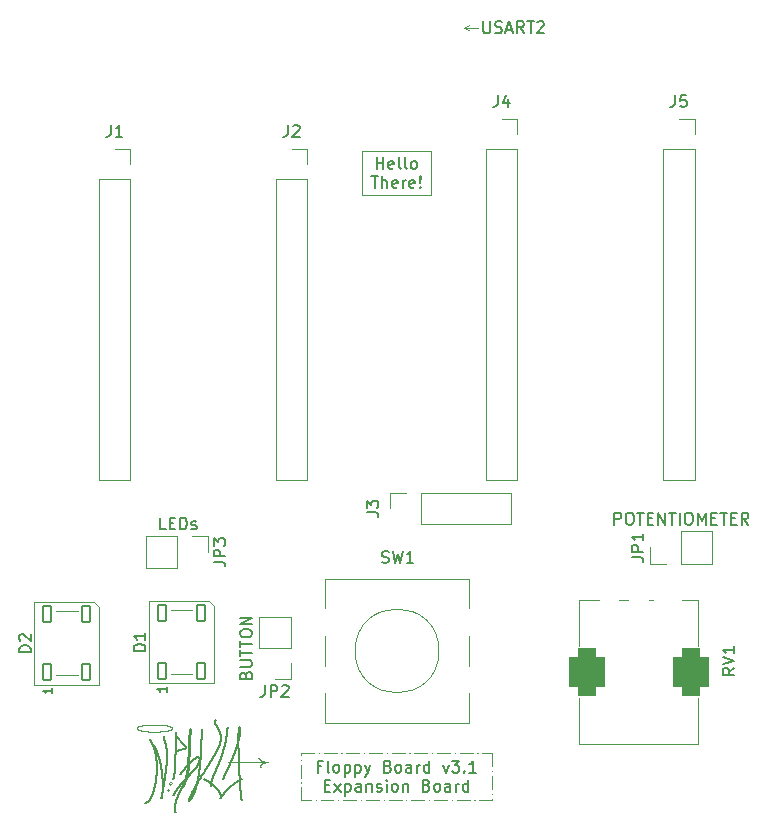
<source format=gto>
G04 #@! TF.GenerationSoftware,KiCad,Pcbnew,9.0.6*
G04 #@! TF.CreationDate,2025-12-02T23:01:08+01:00*
G04 #@! TF.ProjectId,floppyv3_expansion,666c6f70-7079-4763-935f-657870616e73,rev?*
G04 #@! TF.SameCoordinates,Original*
G04 #@! TF.FileFunction,Legend,Top*
G04 #@! TF.FilePolarity,Positive*
%FSLAX46Y46*%
G04 Gerber Fmt 4.6, Leading zero omitted, Abs format (unit mm)*
G04 Created by KiCad (PCBNEW 9.0.6) date 2025-12-02 23:01:08*
%MOMM*%
%LPD*%
G01*
G04 APERTURE LIST*
G04 Aperture macros list*
%AMRoundRect*
0 Rectangle with rounded corners*
0 $1 Rounding radius*
0 $2 $3 $4 $5 $6 $7 $8 $9 X,Y pos of 4 corners*
0 Add a 4 corners polygon primitive as box body*
4,1,4,$2,$3,$4,$5,$6,$7,$8,$9,$2,$3,0*
0 Add four circle primitives for the rounded corners*
1,1,$1+$1,$2,$3*
1,1,$1+$1,$4,$5*
1,1,$1+$1,$6,$7*
1,1,$1+$1,$8,$9*
0 Add four rect primitives between the rounded corners*
20,1,$1+$1,$2,$3,$4,$5,0*
20,1,$1+$1,$4,$5,$6,$7,0*
20,1,$1+$1,$6,$7,$8,$9,0*
20,1,$1+$1,$8,$9,$2,$3,0*%
G04 Aperture macros list end*
%ADD10C,0.100000*%
%ADD11C,0.200000*%
%ADD12C,0.230000*%
%ADD13C,0.150000*%
%ADD14C,0.120000*%
%ADD15O,3.200000X1.900000*%
%ADD16R,1.800000X1.800000*%
%ADD17C,1.800000*%
%ADD18RoundRect,0.750000X-0.750000X1.250000X-0.750000X-1.250000X0.750000X-1.250000X0.750000X1.250000X0*%
%ADD19RoundRect,0.090000X0.360000X-0.660000X0.360000X0.660000X-0.360000X0.660000X-0.360000X-0.660000X0*%
%ADD20C,0.700000*%
%ADD21C,4.400000*%
%ADD22R,1.700000X1.700000*%
%ADD23C,1.700000*%
G04 APERTURE END LIST*
D10*
X96150000Y-130000000D02*
G75*
G02*
X95850000Y-130000000I-150000J0D01*
G01*
X95850000Y-130000000D02*
G75*
G02*
X96150000Y-130000000I150000J0D01*
G01*
X104200000Y-128200000D02*
X104193097Y-128200010D01*
X104186243Y-128200040D01*
X104179449Y-128200089D01*
X104172705Y-128200159D01*
X104166019Y-128200247D01*
X104159382Y-128200355D01*
X104152803Y-128200482D01*
X104146273Y-128200627D01*
X104139800Y-128200792D01*
X104133375Y-128200975D01*
X104127007Y-128201177D01*
X104120686Y-128201397D01*
X104114422Y-128201635D01*
X104108204Y-128201891D01*
X104102043Y-128202165D01*
X104095927Y-128202457D01*
X104089867Y-128202766D01*
X104083853Y-128203092D01*
X104077893Y-128203436D01*
X104071979Y-128203797D01*
X104066118Y-128204175D01*
X104060303Y-128204570D01*
X104054540Y-128204981D01*
X104048822Y-128205409D01*
X104043157Y-128205854D01*
X104037536Y-128206314D01*
X104031967Y-128206791D01*
X104026442Y-128207283D01*
X104020967Y-128207792D01*
X104015537Y-128208316D01*
X104010156Y-128208855D01*
X104004819Y-128209410D01*
X103999531Y-128209980D01*
X103994286Y-128210566D01*
X103989091Y-128211166D01*
X103983937Y-128211781D01*
X103978832Y-128212411D01*
X103973769Y-128213055D01*
X103968754Y-128213714D01*
X103963779Y-128214387D01*
X103958853Y-128215074D01*
X103953967Y-128215775D01*
X103949128Y-128216490D01*
X103944329Y-128217219D01*
X103939577Y-128217961D01*
X103934864Y-128218717D01*
X103930197Y-128219486D01*
X103925569Y-128220268D01*
X103920987Y-128221064D01*
X103916444Y-128221872D01*
X103911945Y-128222693D01*
X103907484Y-128223528D01*
X103903068Y-128224374D01*
X103898689Y-128225233D01*
X103894354Y-128226105D01*
X103890057Y-128226989D01*
X103885802Y-128227884D01*
X103881585Y-128228792D01*
X103877410Y-128229711D01*
X103873272Y-128230643D01*
X103869175Y-128231586D01*
X103865115Y-128232541D01*
X103861095Y-128233506D01*
X103857112Y-128234484D01*
X103853169Y-128235472D01*
X103849262Y-128236472D01*
X103845395Y-128237482D01*
X103841563Y-128238503D01*
X103837770Y-128239535D01*
X103834013Y-128240578D01*
X103830293Y-128241630D01*
X103826609Y-128242694D01*
X103822962Y-128243768D01*
X103819350Y-128244852D01*
X103815775Y-128245946D01*
X103812234Y-128247050D01*
X103808729Y-128248164D01*
X103805259Y-128249288D01*
X103801824Y-128250421D01*
X103798423Y-128251564D01*
X103795057Y-128252716D01*
X103791725Y-128253878D01*
X103788427Y-128255049D01*
X103785162Y-128256230D01*
X103781931Y-128257419D01*
X103778732Y-128258618D01*
X103775568Y-128259825D01*
X103772435Y-128261041D01*
X103769336Y-128262266D01*
X103766268Y-128263500D01*
X103763232Y-128264742D01*
X103760229Y-128265993D01*
X103757257Y-128267252D01*
X103754316Y-128268520D01*
X103751407Y-128269795D01*
X103748528Y-128271079D01*
X103745681Y-128272371D01*
X103742864Y-128273671D01*
X103740077Y-128274979D01*
X103737320Y-128276295D01*
X103734594Y-128277619D01*
X103731897Y-128278950D01*
X103729230Y-128280289D01*
X103726591Y-128281636D01*
X103723982Y-128282990D01*
X103721402Y-128284352D01*
X103718851Y-128285721D01*
X103716328Y-128287097D01*
X103713833Y-128288481D01*
X103711366Y-128289871D01*
X103708927Y-128291269D01*
X103706517Y-128292674D01*
X103704133Y-128294086D01*
X103701777Y-128295505D01*
X103699447Y-128296931D01*
X103697145Y-128298364D01*
X103694870Y-128299804D01*
X103692621Y-128301250D01*
X103690398Y-128302703D01*
X103688202Y-128304163D01*
X103686031Y-128305630D01*
X103683887Y-128307102D01*
X103681767Y-128308582D01*
X103679674Y-128310068D01*
X103677605Y-128311561D01*
X103675563Y-128313060D01*
X103673544Y-128314565D01*
X103671551Y-128316077D01*
X103669582Y-128317595D01*
X103667638Y-128319119D01*
X103665717Y-128320651D01*
X103663822Y-128322187D01*
X103661949Y-128323731D01*
X103660101Y-128325279D01*
X103658275Y-128326836D01*
X103656475Y-128328397D01*
X103654696Y-128329965D01*
X103652942Y-128331538D01*
X103651209Y-128333119D01*
X103649501Y-128334705D01*
X103647814Y-128336298D01*
X103646151Y-128337895D01*
X103644509Y-128339500D01*
X103642891Y-128341110D01*
X103641293Y-128342727D01*
X103639719Y-128344348D01*
X103636635Y-128347611D01*
X103633637Y-128350898D01*
X103630725Y-128354209D01*
X103627897Y-128357544D01*
X103625153Y-128360903D01*
X103622491Y-128364287D01*
X103619912Y-128367694D01*
X103617413Y-128371126D01*
X103614995Y-128374583D01*
X103612656Y-128378064D01*
X103610397Y-128381570D01*
X103608215Y-128385101D01*
X103606112Y-128388657D01*
X103604085Y-128392238D01*
X103602135Y-128395845D01*
X103600262Y-128399478D01*
X103598464Y-128403137D01*
X103596742Y-128406822D01*
X103595094Y-128410534D01*
X103593522Y-128414273D01*
X103592025Y-128418038D01*
X103590601Y-128421831D01*
X103589253Y-128425651D01*
X103587978Y-128429499D01*
X103586778Y-128433374D01*
X103585652Y-128437278D01*
X103584600Y-128441210D01*
X103583623Y-128445170D01*
X103582720Y-128449159D01*
X103581892Y-128453177D01*
X103581139Y-128457223D01*
X103580461Y-128461297D01*
X103579859Y-128465400D01*
X103579332Y-128469532D01*
X103578881Y-128473691D01*
X103578507Y-128477879D01*
X103578209Y-128482094D01*
X103577989Y-128486337D01*
X103577846Y-128490606D01*
X103577782Y-128494900D01*
X103577796Y-128499220D01*
X103577888Y-128503564D01*
X103578060Y-128507930D01*
X103578312Y-128512318D01*
X103578643Y-128516725D01*
X103579054Y-128521150D01*
X103579545Y-128525590D01*
X103580117Y-128530042D01*
X103580768Y-128534504D01*
X103581500Y-128538972D01*
X103582310Y-128543442D01*
X103583199Y-128547907D01*
X103584164Y-128552363D01*
X103585206Y-128556802D01*
X103586320Y-128561215D01*
X103587504Y-128565592D01*
X103588754Y-128569920D01*
X103590065Y-128574184D01*
X103591428Y-128578363D01*
X103592833Y-128582432D01*
X103594265Y-128586354D01*
X103595703Y-128590080D01*
X103597110Y-128593536D01*
X103598426Y-128596597D01*
X103599524Y-128599008D01*
X103600000Y-128600000D01*
D11*
X94200000Y-126200000D02*
X94207513Y-126210084D01*
X94214994Y-126220258D01*
X94222441Y-126230523D01*
X94229856Y-126240878D01*
X94237238Y-126251325D01*
X94244587Y-126261863D01*
X94251902Y-126272493D01*
X94259184Y-126283216D01*
X94266433Y-126294032D01*
X94273647Y-126304941D01*
X94280828Y-126315943D01*
X94287975Y-126327040D01*
X94295088Y-126338231D01*
X94302166Y-126349518D01*
X94309209Y-126360899D01*
X94316218Y-126372376D01*
X94323191Y-126383949D01*
X94330130Y-126395619D01*
X94337033Y-126407386D01*
X94343901Y-126419250D01*
X94350732Y-126431212D01*
X94357528Y-126443271D01*
X94364287Y-126455430D01*
X94371010Y-126467687D01*
X94377696Y-126480044D01*
X94384346Y-126492500D01*
X94390958Y-126505056D01*
X94397532Y-126517713D01*
X94404069Y-126530471D01*
X94410568Y-126543330D01*
X94417028Y-126556291D01*
X94423451Y-126569353D01*
X94429834Y-126582518D01*
X94436178Y-126595786D01*
X94442483Y-126609157D01*
X94448749Y-126622631D01*
X94454975Y-126636210D01*
X94461160Y-126649892D01*
X94467305Y-126663679D01*
X94473409Y-126677571D01*
X94479472Y-126691568D01*
X94485493Y-126705670D01*
X94491473Y-126719879D01*
X94497411Y-126734193D01*
X94503307Y-126748615D01*
X94509159Y-126763143D01*
X94514969Y-126777778D01*
X94520736Y-126792521D01*
X94526458Y-126807371D01*
X94532137Y-126822329D01*
X94537771Y-126837396D01*
X94543361Y-126852572D01*
X94548905Y-126867856D01*
X94554404Y-126883249D01*
X94559857Y-126898752D01*
X94565264Y-126914364D01*
X94570624Y-126930086D01*
X94575938Y-126945919D01*
X94581204Y-126961861D01*
X94586422Y-126977914D01*
X94591592Y-126994078D01*
X94596714Y-127010352D01*
X94601787Y-127026738D01*
X94606811Y-127043234D01*
X94611785Y-127059842D01*
X94616709Y-127076562D01*
X94621582Y-127093393D01*
X94626405Y-127110336D01*
X94631176Y-127127390D01*
X94635896Y-127144557D01*
X94640563Y-127161836D01*
X94645178Y-127179226D01*
X94649740Y-127196729D01*
X94654249Y-127214344D01*
X94658704Y-127232071D01*
X94663104Y-127249911D01*
X94667450Y-127267862D01*
X94671741Y-127285926D01*
X94675977Y-127304101D01*
X94680156Y-127322389D01*
X94684279Y-127340789D01*
X94688345Y-127359301D01*
X94692354Y-127377924D01*
X94696305Y-127396660D01*
X94700198Y-127415506D01*
X94704032Y-127434465D01*
X94707807Y-127453534D01*
X94711523Y-127472714D01*
X94715179Y-127492005D01*
X94718774Y-127511407D01*
X94722309Y-127530919D01*
X94725782Y-127550541D01*
X94729194Y-127570272D01*
X94732543Y-127590113D01*
X94735830Y-127610063D01*
X94739053Y-127630121D01*
X94742213Y-127650288D01*
X94745309Y-127670563D01*
X94748340Y-127690944D01*
X94751307Y-127711433D01*
X94754208Y-127732028D01*
X94757044Y-127752729D01*
X94759813Y-127773536D01*
X94762515Y-127794447D01*
X94765151Y-127815462D01*
X94767719Y-127836580D01*
X94770218Y-127857802D01*
X94772650Y-127879126D01*
X94775012Y-127900551D01*
X94777305Y-127922076D01*
X94779529Y-127943702D01*
X94781682Y-127965426D01*
X94783765Y-127987249D01*
X94785777Y-128009169D01*
X94787717Y-128031186D01*
X94789586Y-128053298D01*
X94791382Y-128075504D01*
X94793106Y-128097804D01*
X94794756Y-128120197D01*
X94796334Y-128142680D01*
X94797837Y-128165254D01*
X94799267Y-128187917D01*
X94800622Y-128210668D01*
X94801902Y-128233506D01*
X94803106Y-128256428D01*
X94804236Y-128279435D01*
X94805289Y-128302525D01*
X94806266Y-128325696D01*
X94807166Y-128348947D01*
X94807989Y-128372276D01*
X94808736Y-128395682D01*
X94809404Y-128419164D01*
X94809995Y-128442719D01*
X94810508Y-128466346D01*
X94810942Y-128490044D01*
X94811298Y-128513811D01*
X94811574Y-128537645D01*
X94811772Y-128561544D01*
X94811890Y-128585506D01*
X94811929Y-128609530D01*
X94811888Y-128633613D01*
X94811767Y-128657754D01*
X94811565Y-128681951D01*
X94811283Y-128706201D01*
X94810921Y-128730502D01*
X94810478Y-128754853D01*
X94809955Y-128779250D01*
X94809350Y-128803693D01*
X94808665Y-128828178D01*
X94807899Y-128852704D01*
X94807051Y-128877267D01*
X94806122Y-128901866D01*
X94805112Y-128926498D01*
X94804021Y-128951160D01*
X94802849Y-128975850D01*
X94801595Y-129000566D01*
X94800261Y-129025305D01*
X94798845Y-129050064D01*
X94797348Y-129074840D01*
X94795770Y-129099631D01*
X94794112Y-129124434D01*
X94792373Y-129149246D01*
X94790553Y-129174064D01*
X94788653Y-129198886D01*
X94786673Y-129223708D01*
X94784613Y-129248528D01*
X94782473Y-129273342D01*
X94780253Y-129298148D01*
X94777955Y-129322942D01*
X94775578Y-129347721D01*
X94773122Y-129372483D01*
X94770588Y-129397224D01*
X94767976Y-129421940D01*
X94765286Y-129446630D01*
X94762520Y-129471288D01*
X94759677Y-129495914D01*
X94756758Y-129520502D01*
X94753763Y-129545049D01*
X94750693Y-129569554D01*
X94747549Y-129594011D01*
X94744330Y-129618418D01*
X94742693Y-129630603D01*
X94741038Y-129642771D01*
X94739364Y-129654928D01*
X94737673Y-129667068D01*
X94735963Y-129679195D01*
X94734236Y-129691304D01*
X94732490Y-129703399D01*
X94730727Y-129715476D01*
X94728945Y-129727538D01*
X94727147Y-129739582D01*
X94725330Y-129751609D01*
X94723496Y-129763617D01*
X94721645Y-129775607D01*
X94719776Y-129787578D01*
X94717891Y-129799530D01*
X94715988Y-129811462D01*
X94714068Y-129823374D01*
X94712131Y-129835266D01*
X94710177Y-129847136D01*
X94708207Y-129858985D01*
X94706220Y-129870812D01*
X94704216Y-129882618D01*
X94702196Y-129894400D01*
X94700160Y-129906160D01*
X94698107Y-129917895D01*
X94696038Y-129929607D01*
X94693954Y-129941294D01*
X94691853Y-129952958D01*
X94689737Y-129964595D01*
X94687605Y-129976209D01*
X94685457Y-129987794D01*
X94683294Y-129999355D01*
X94681116Y-130010887D01*
X94678922Y-130022395D01*
X94676713Y-130033871D01*
X94674489Y-130045324D01*
X94672251Y-130056744D01*
X94669998Y-130068140D01*
X94667730Y-130079502D01*
X94665447Y-130090839D01*
X94663151Y-130102141D01*
X94660839Y-130113418D01*
X94658515Y-130124660D01*
X94656175Y-130135875D01*
X94653823Y-130147054D01*
X94651455Y-130158206D01*
X94649076Y-130169320D01*
X94646681Y-130180408D01*
X94644275Y-130191456D01*
X94641854Y-130202478D01*
X94639421Y-130213459D01*
X94636974Y-130224413D01*
X94634516Y-130235326D01*
X94632043Y-130246211D01*
X94629560Y-130257053D01*
X94627062Y-130267867D01*
X94624554Y-130278638D01*
X94622032Y-130289381D01*
X94619500Y-130300079D01*
X94616954Y-130310748D01*
X94614399Y-130321372D01*
X94611830Y-130331967D01*
X94609251Y-130342515D01*
X94606659Y-130353034D01*
X94604059Y-130363506D01*
X94601445Y-130373948D01*
X94598822Y-130384341D01*
X94596187Y-130394704D01*
X94593543Y-130405018D01*
X94590886Y-130415302D01*
X94588222Y-130425535D01*
X94585545Y-130435738D01*
X94582861Y-130445890D01*
X94580164Y-130456011D01*
X94577461Y-130466079D01*
X94574745Y-130476117D01*
X94572023Y-130486102D01*
X94569288Y-130496056D01*
X94566548Y-130505955D01*
X94563795Y-130515824D01*
X94561037Y-130525637D01*
X94558267Y-130535419D01*
X94555492Y-130545146D01*
X94552705Y-130554841D01*
X94549914Y-130564479D01*
X94547111Y-130574086D01*
X94544303Y-130583635D01*
X94541485Y-130593152D01*
X94538662Y-130602612D01*
X94535829Y-130612039D01*
X94532992Y-130621408D01*
X94530143Y-130630744D01*
X94527292Y-130640022D01*
X94524431Y-130649266D01*
X94521566Y-130658451D01*
X94518691Y-130667604D01*
X94515814Y-130676695D01*
X94512926Y-130685754D01*
X94510037Y-130694752D01*
X94507137Y-130703718D01*
X94504236Y-130712621D01*
X94501325Y-130721492D01*
X94498413Y-130730300D01*
X94495491Y-130739075D01*
X94492569Y-130747788D01*
X94489637Y-130756468D01*
X94486704Y-130765085D01*
X94483762Y-130773668D01*
X94480821Y-130782188D01*
X94477870Y-130790674D01*
X94474920Y-130799097D01*
X94471961Y-130807486D01*
X94469002Y-130815811D01*
X94466035Y-130824102D01*
X94463069Y-130832330D01*
X94460095Y-130840523D01*
X94457122Y-130848651D01*
X94454141Y-130856746D01*
X94451162Y-130864776D01*
X94448174Y-130872772D01*
X94445189Y-130880703D01*
X94442195Y-130888600D01*
X94439205Y-130896432D01*
X94436207Y-130904230D01*
X94433212Y-130911962D01*
X94430209Y-130919660D01*
X94427210Y-130927293D01*
X94424202Y-130934892D01*
X94421200Y-130942425D01*
X94418189Y-130949924D01*
X94415183Y-130957357D01*
X94412169Y-130964756D01*
X94409161Y-130972089D01*
X94406145Y-130979388D01*
X94403134Y-130986622D01*
X94400116Y-130993821D01*
X94397103Y-131000954D01*
X94394084Y-131008053D01*
X94391070Y-131015087D01*
X94388050Y-131022086D01*
X94385036Y-131029020D01*
X94382015Y-131035920D01*
X94379000Y-131042754D01*
X94375979Y-131049554D01*
X94372965Y-131056288D01*
X94369945Y-131062989D01*
X94366931Y-131069624D01*
X94363912Y-131076225D01*
X94360900Y-131082761D01*
X94357881Y-131089263D01*
X94354871Y-131095700D01*
X94351855Y-131102103D01*
X94348846Y-131108441D01*
X94345832Y-131114746D01*
X94342826Y-131120986D01*
X94339815Y-131127192D01*
X94336812Y-131133334D01*
X94333804Y-131139442D01*
X94330804Y-131145486D01*
X94327799Y-131151497D01*
X94324804Y-131157443D01*
X94321803Y-131163357D01*
X94318811Y-131169207D01*
X94315814Y-131175023D01*
X94312828Y-131180777D01*
X94309835Y-131186497D01*
X94306854Y-131192154D01*
X94303866Y-131197778D01*
X94300890Y-131203340D01*
X94297908Y-131208869D01*
X94294937Y-131214336D01*
X94291961Y-131219770D01*
X94288996Y-131225142D01*
X94286026Y-131230481D01*
X94283068Y-131235759D01*
X94280104Y-131241005D01*
X94277152Y-131246190D01*
X94274196Y-131251342D01*
X94271251Y-131256434D01*
X94268301Y-131261493D01*
X94265363Y-131266493D01*
X94262421Y-131271461D01*
X94259491Y-131276369D01*
X94256557Y-131281245D01*
X94253634Y-131286062D01*
X94250708Y-131290847D01*
X94247794Y-131295574D01*
X94244875Y-131300269D01*
X94241969Y-131304906D01*
X94239060Y-131309512D01*
X94236163Y-131314060D01*
X94233262Y-131318577D01*
X94230373Y-131323037D01*
X94227481Y-131327466D01*
X94224602Y-131331839D01*
X94221720Y-131336180D01*
X94218850Y-131340466D01*
X94215977Y-131344721D01*
X94213117Y-131348921D01*
X94210253Y-131353090D01*
X94207403Y-131357205D01*
X94204549Y-131361289D01*
X94201709Y-131365319D01*
X94198865Y-131369319D01*
X94196035Y-131373265D01*
X94193202Y-131377181D01*
X94190382Y-131381045D01*
X94187559Y-131384879D01*
X94184750Y-131388660D01*
X94181938Y-131392412D01*
X94179140Y-131396112D01*
X94176338Y-131399782D01*
X94173551Y-131403402D01*
X94170761Y-131406992D01*
X94167984Y-131410532D01*
X94165205Y-131414043D01*
X94162439Y-131417504D01*
X94159671Y-131420936D01*
X94156917Y-131424320D01*
X94154160Y-131427674D01*
X94151418Y-131430980D01*
X94148672Y-131434258D01*
X94145941Y-131437487D01*
X94143208Y-131440689D01*
X94140488Y-131443843D01*
X94137766Y-131446969D01*
X94135058Y-131450049D01*
X94132348Y-131453101D01*
X94129651Y-131456106D01*
X94126953Y-131459085D01*
X94124269Y-131462018D01*
X94121582Y-131464923D01*
X94118910Y-131467784D01*
X94116235Y-131470618D01*
X94113574Y-131473408D01*
X94110912Y-131476171D01*
X94108263Y-131478890D01*
X94105612Y-131481583D01*
X94102976Y-131484233D01*
X94100337Y-131486856D01*
X94097713Y-131489437D01*
X94095086Y-131491993D01*
X94092474Y-131494506D01*
X94089859Y-131496994D01*
X94087259Y-131499440D01*
X94084656Y-131501861D01*
X94082068Y-131504242D01*
X94079478Y-131506596D01*
X94076901Y-131508912D01*
X94074323Y-131511202D01*
X94071758Y-131513453D01*
X94069192Y-131515678D01*
X94066640Y-131517866D01*
X94064086Y-131520028D01*
X94061545Y-131522153D01*
X94059003Y-131524252D01*
X94056474Y-131526315D01*
X94053944Y-131528353D01*
X94051427Y-131530355D01*
X94048909Y-131532332D01*
X94046404Y-131534273D01*
X94043897Y-131536190D01*
X94041404Y-131538072D01*
X94038909Y-131539930D01*
X94036427Y-131541753D01*
X94033944Y-131543552D01*
X94031473Y-131545317D01*
X94029002Y-131547058D01*
X94026542Y-131548766D01*
X94024082Y-131550451D01*
X94021634Y-131552102D01*
X94019186Y-131553731D01*
X94016749Y-131555327D01*
X94014311Y-131556899D01*
X94011886Y-131558440D01*
X94009459Y-131559958D01*
X94007044Y-131561445D01*
X94004629Y-131562909D01*
X94002225Y-131564342D01*
X93999820Y-131565753D01*
X93997426Y-131567134D01*
X93995032Y-131568492D01*
X93992649Y-131569820D01*
X93990265Y-131571126D01*
X93987893Y-131572403D01*
X93985519Y-131573658D01*
X93983157Y-131574884D01*
X93980793Y-131576088D01*
X93978441Y-131577265D01*
X93976087Y-131578419D01*
X93973745Y-131579546D01*
X93971401Y-131580650D01*
X93969067Y-131581728D01*
X93966733Y-131582784D01*
X93964409Y-131583814D01*
X93962085Y-131584822D01*
X93959770Y-131585804D01*
X93957454Y-131586764D01*
X93955148Y-131587699D01*
X93952841Y-131588612D01*
X93950544Y-131589501D01*
X93948246Y-131590367D01*
X93945957Y-131591210D01*
X93943667Y-131592030D01*
X93941387Y-131592827D01*
X93939105Y-131593602D01*
X93936832Y-131594354D01*
X93934559Y-131595084D01*
X93932294Y-131595791D01*
X93930028Y-131596477D01*
X93927770Y-131597140D01*
X93925512Y-131597782D01*
X93923262Y-131598401D01*
X93921011Y-131598999D01*
X93918767Y-131599575D01*
X93916523Y-131600130D01*
X93914286Y-131600662D01*
X93912048Y-131601174D01*
X93909818Y-131601664D01*
X93907587Y-131602134D01*
X93905362Y-131602582D01*
X93903137Y-131603009D01*
X93900918Y-131603415D01*
X93898699Y-131603801D01*
X93896486Y-131604165D01*
X93894272Y-131604509D01*
X93892064Y-131604832D01*
X93889855Y-131605134D01*
X93887652Y-131605416D01*
X93885448Y-131605678D01*
X93883250Y-131605919D01*
X93881051Y-131606139D01*
X93878856Y-131606339D01*
X93876662Y-131606520D01*
X93874471Y-131606679D01*
X93872281Y-131606819D01*
X93870094Y-131606938D01*
X93867907Y-131607037D01*
X93865724Y-131607116D01*
X93863540Y-131607175D01*
X93861360Y-131607214D01*
X93859179Y-131607233D01*
X93857002Y-131607231D01*
X93854824Y-131607210D01*
X93852649Y-131607169D01*
X93850473Y-131607108D01*
X93848300Y-131607026D01*
X93846127Y-131606925D01*
X93843956Y-131606804D01*
X93841785Y-131606662D01*
X93839615Y-131606501D01*
X93837445Y-131606320D01*
X93835277Y-131606119D01*
X93833108Y-131605897D01*
X93830941Y-131605656D01*
X93828773Y-131605394D01*
X93826606Y-131605112D01*
X93824439Y-131604810D01*
X93822272Y-131604488D01*
X93820105Y-131604146D01*
X93817938Y-131603784D01*
X93815772Y-131603401D01*
X93813604Y-131602998D01*
X93811437Y-131602574D01*
X93809270Y-131602130D01*
X93807102Y-131601665D01*
X93802765Y-131600674D01*
X93800000Y-131600000D01*
X96400000Y-126000000D02*
X97200000Y-126800000D01*
X95200000Y-131200000D02*
X95207685Y-131157678D01*
X95215295Y-131115653D01*
X95222796Y-131074122D01*
X95230224Y-131032883D01*
X95237544Y-130992127D01*
X95244792Y-130951658D01*
X95251936Y-130911663D01*
X95259008Y-130871949D01*
X95265978Y-130832700D01*
X95272878Y-130793727D01*
X95279678Y-130755209D01*
X95286409Y-130716962D01*
X95293041Y-130679162D01*
X95299607Y-130641628D01*
X95306075Y-130604531D01*
X95312478Y-130567696D01*
X95318786Y-130531289D01*
X95325029Y-130495139D01*
X95331179Y-130459409D01*
X95337266Y-130423930D01*
X95343261Y-130388864D01*
X95349194Y-130354045D01*
X95355038Y-130319629D01*
X95360821Y-130285456D01*
X95366516Y-130251679D01*
X95372151Y-130218140D01*
X95377701Y-130184989D01*
X95383191Y-130152071D01*
X95388597Y-130119534D01*
X95393945Y-130087226D01*
X95399211Y-130055291D01*
X95404420Y-130023581D01*
X95409548Y-129992236D01*
X95414620Y-129961112D01*
X95419614Y-129930346D01*
X95424552Y-129899798D01*
X95429413Y-129869599D01*
X95434219Y-129839615D01*
X95438950Y-129809973D01*
X95443627Y-129780542D01*
X95448231Y-129751446D01*
X95452782Y-129722557D01*
X95457261Y-129693996D01*
X95461687Y-129665639D01*
X95466043Y-129637604D01*
X95470348Y-129609768D01*
X95474584Y-129582248D01*
X95478770Y-129554923D01*
X95482888Y-129527908D01*
X95486956Y-129501084D01*
X95490959Y-129474564D01*
X95494912Y-129448233D01*
X95498801Y-129422198D01*
X95502642Y-129396349D01*
X95506420Y-129370790D01*
X95510150Y-129345413D01*
X95513818Y-129320322D01*
X95517440Y-129295408D01*
X95521002Y-129270774D01*
X95524517Y-129246316D01*
X95527974Y-129222130D01*
X95531385Y-129198117D01*
X95534738Y-129174372D01*
X95538047Y-129150796D01*
X95541299Y-129127482D01*
X95544508Y-129104334D01*
X95547661Y-129081443D01*
X95550772Y-129058715D01*
X95553827Y-129036238D01*
X95556841Y-129013922D01*
X95559801Y-128991852D01*
X95562721Y-128969939D01*
X95565587Y-128948268D01*
X95568414Y-128926751D01*
X95571189Y-128905470D01*
X95573924Y-128884341D01*
X95576609Y-128863443D01*
X95579255Y-128842694D01*
X95581851Y-128822171D01*
X95584409Y-128801795D01*
X95586920Y-128781640D01*
X95589392Y-128761629D01*
X95591817Y-128741835D01*
X95594205Y-128722182D01*
X95596546Y-128702741D01*
X95598851Y-128683439D01*
X95601112Y-128664344D01*
X95603335Y-128645386D01*
X95605515Y-128626631D01*
X95607659Y-128608009D01*
X95609761Y-128589587D01*
X95611827Y-128571296D01*
X95613851Y-128553199D01*
X95615840Y-128535232D01*
X95617789Y-128517454D01*
X95619703Y-128499804D01*
X95621577Y-128482340D01*
X95623418Y-128465000D01*
X95625219Y-128447842D01*
X95626987Y-128430806D01*
X95628717Y-128413949D01*
X95630414Y-128397211D01*
X95632074Y-128380648D01*
X95633701Y-128364203D01*
X95635292Y-128347928D01*
X95636852Y-128331768D01*
X95638375Y-128315775D01*
X95639867Y-128299896D01*
X95641324Y-128284180D01*
X95642751Y-128268575D01*
X95644143Y-128253129D01*
X95645505Y-128237793D01*
X95646833Y-128222613D01*
X95648131Y-128207540D01*
X95649397Y-128192619D01*
X95650634Y-128177804D01*
X95651838Y-128163137D01*
X95653013Y-128148574D01*
X95654157Y-128134155D01*
X95655273Y-128119839D01*
X95656357Y-128105665D01*
X95657414Y-128091590D01*
X95658441Y-128077654D01*
X95659440Y-128063816D01*
X95660410Y-128050113D01*
X95661352Y-128036507D01*
X95662266Y-128023032D01*
X95663153Y-128009652D01*
X95664012Y-127996401D01*
X95664844Y-127983243D01*
X95665649Y-127970210D01*
X95666428Y-127957268D01*
X95667179Y-127944449D01*
X95667905Y-127931720D01*
X95668605Y-127919109D01*
X95669280Y-127906587D01*
X95669928Y-127894181D01*
X95670552Y-127881862D01*
X95671150Y-127869656D01*
X95671724Y-127857535D01*
X95672273Y-127845524D01*
X95672798Y-127833596D01*
X95673298Y-127821776D01*
X95673775Y-127810038D01*
X95674227Y-127798405D01*
X95674657Y-127786852D01*
X95675063Y-127775400D01*
X95675446Y-127764028D01*
X95675805Y-127752755D01*
X95676143Y-127741559D01*
X95676457Y-127730459D01*
X95676749Y-127719436D01*
X95677019Y-127708506D01*
X95677267Y-127697651D01*
X95677493Y-127686886D01*
X95677698Y-127676195D01*
X95677881Y-127665592D01*
X95678042Y-127655061D01*
X95678183Y-127644615D01*
X95678302Y-127634240D01*
X95678401Y-127623948D01*
X95678479Y-127613726D01*
X95678536Y-127603583D01*
X95678573Y-127593509D01*
X95678590Y-127583513D01*
X95678587Y-127573583D01*
X95678564Y-127563728D01*
X95678521Y-127553940D01*
X95678458Y-127544223D01*
X95678376Y-127534572D01*
X95678275Y-127524989D01*
X95678154Y-127515471D01*
X95678014Y-127506019D01*
X95677856Y-127496631D01*
X95677678Y-127487306D01*
X95677482Y-127478044D01*
X95677266Y-127468842D01*
X95677033Y-127459702D01*
X95676781Y-127450621D01*
X95676511Y-127441599D01*
X95676222Y-127432633D01*
X95675916Y-127423726D01*
X95675591Y-127414874D01*
X95675248Y-127406078D01*
X95674888Y-127397334D01*
X95674510Y-127388647D01*
X95674114Y-127380008D01*
X95673701Y-127371425D01*
X95673270Y-127362888D01*
X95672822Y-127354406D01*
X95672356Y-127345967D01*
X95671873Y-127337581D01*
X95671373Y-127329237D01*
X95670855Y-127320945D01*
X95670321Y-127312692D01*
X95669769Y-127304490D01*
X95669200Y-127296324D01*
X95668615Y-127288208D01*
X95668012Y-127280126D01*
X95667393Y-127272093D01*
X95666756Y-127264090D01*
X95666103Y-127256137D01*
X95665432Y-127248210D01*
X95664746Y-127240332D01*
X95663321Y-127224671D01*
X95661829Y-127209146D01*
X95660270Y-127193750D01*
X95658643Y-127178475D01*
X95656949Y-127163312D01*
X95655186Y-127148253D01*
X95653354Y-127133290D01*
X95651453Y-127118413D01*
X95649482Y-127103615D01*
X95647439Y-127088884D01*
X95645325Y-127074211D01*
X95643138Y-127059586D01*
X95640876Y-127044998D01*
X95638537Y-127030435D01*
X95636120Y-127015884D01*
X95633623Y-127001333D01*
X95631043Y-126986767D01*
X95628377Y-126972170D01*
X95625622Y-126957527D01*
X95622774Y-126942819D01*
X95619829Y-126928025D01*
X95616782Y-126913122D01*
X95613627Y-126898086D01*
X95610356Y-126882887D01*
X95606963Y-126867492D01*
X95603438Y-126851864D01*
X95599768Y-126835955D01*
X95595941Y-126819713D01*
X95591939Y-126803072D01*
X95587741Y-126785949D01*
X95583319Y-126768242D01*
X95578635Y-126749813D01*
X95573642Y-126730477D01*
X95568265Y-126709968D01*
X95562395Y-126687881D01*
X95555844Y-126663528D01*
X95548245Y-126635561D01*
X95538625Y-126600421D01*
X95534470Y-126585282D01*
X95525943Y-126554201D01*
X95517354Y-126522750D01*
X95513041Y-126506862D01*
X95508718Y-126490852D01*
X95504388Y-126474710D01*
X95500053Y-126458428D01*
X95495715Y-126441994D01*
X95491376Y-126425400D01*
X95487039Y-126408635D01*
X95482704Y-126391691D01*
X95478376Y-126374556D01*
X95474054Y-126357222D01*
X95469743Y-126339679D01*
X95465443Y-126321917D01*
X95461158Y-126303926D01*
X95456888Y-126285697D01*
X95452637Y-126267219D01*
X95448406Y-126248484D01*
X95446299Y-126239016D01*
X95444198Y-126229480D01*
X95442103Y-126219875D01*
X95440014Y-126210200D01*
X95437932Y-126200453D01*
X95435857Y-126190632D01*
X95433789Y-126180738D01*
X95431729Y-126170768D01*
X95429676Y-126160722D01*
X95427632Y-126150597D01*
X95425596Y-126140394D01*
X95423568Y-126130110D01*
X95421549Y-126119745D01*
X95419539Y-126109297D01*
X95417539Y-126098765D01*
X95415548Y-126088148D01*
X95413567Y-126077444D01*
X95411597Y-126066653D01*
X95409636Y-126055774D01*
X95407687Y-126044804D01*
X95405748Y-126033743D01*
X95403820Y-126022589D01*
X95401904Y-126011342D01*
X95400000Y-126000000D01*
D10*
X104200000Y-128200000D02*
X104215869Y-128199988D01*
X104221698Y-128199959D01*
X104226172Y-128199902D01*
X104227912Y-128199861D01*
X104229327Y-128199809D01*
X104230422Y-128199746D01*
X104231201Y-128199670D01*
X104231669Y-128199581D01*
X104231787Y-128199531D01*
X104231830Y-128199477D01*
X104231797Y-128199419D01*
X104231689Y-128199356D01*
X104231250Y-128199219D01*
X104230518Y-128199063D01*
X104229498Y-128198888D01*
X104226611Y-128198474D01*
X104222626Y-128197969D01*
X104217578Y-128197363D01*
X104204443Y-128195813D01*
X104196429Y-128194850D01*
X104187500Y-128193750D01*
X104177692Y-128192503D01*
X104167041Y-128191101D01*
X104155585Y-128189534D01*
X104143359Y-128187793D01*
X104136970Y-128186854D01*
X104130402Y-128185869D01*
X104123660Y-128184835D01*
X104116748Y-128183752D01*
X104109672Y-128182619D01*
X104102435Y-128181435D01*
X104095043Y-128180197D01*
X104087500Y-128178906D01*
X104079810Y-128177560D01*
X104071979Y-128176158D01*
X104064010Y-128174699D01*
X104055908Y-128173181D01*
X104047678Y-128171604D01*
X104039325Y-128169966D01*
X104030853Y-128168266D01*
X104022266Y-128166504D01*
X104013569Y-128164677D01*
X104004767Y-128162785D01*
X103995864Y-128160827D01*
X103986865Y-128158801D01*
X103977775Y-128156707D01*
X103968597Y-128154543D01*
X103959338Y-128152307D01*
X103950000Y-128150000D01*
X103940589Y-128147619D01*
X103931110Y-128145164D01*
X103921566Y-128142634D01*
X103911963Y-128140027D01*
X103902305Y-128137342D01*
X103892596Y-128134578D01*
X103882842Y-128131734D01*
X103873047Y-128128809D01*
X103863215Y-128125801D01*
X103853351Y-128122710D01*
X103843459Y-128119534D01*
X103833545Y-128116272D01*
X103823612Y-128112923D01*
X103818640Y-128111216D01*
X103813666Y-128109486D01*
X103808689Y-128107735D01*
X103803710Y-128105960D01*
X103798730Y-128104163D01*
X103793750Y-128102344D01*
X103788770Y-128100501D01*
X103783790Y-128098636D01*
X103778811Y-128096747D01*
X103773834Y-128094835D01*
X103768860Y-128092899D01*
X103763888Y-128090940D01*
X103758919Y-128088957D01*
X103753955Y-128086951D01*
X103748995Y-128084920D01*
X103744041Y-128082865D01*
X103739092Y-128080786D01*
X103734149Y-128078682D01*
X103729213Y-128076554D01*
X103724285Y-128074401D01*
X103719365Y-128072223D01*
X103714453Y-128070020D01*
X103709551Y-128067791D01*
X103704658Y-128065538D01*
X103699775Y-128063259D01*
X103694904Y-128060954D01*
X103690043Y-128058624D01*
X103685195Y-128056268D01*
X103680360Y-128053885D01*
X103675537Y-128051477D01*
X103670728Y-128049042D01*
X103665934Y-128046581D01*
X103661154Y-128044093D01*
X103656390Y-128041579D01*
X103651642Y-128039037D01*
X103646911Y-128036469D01*
X103642197Y-128033873D01*
X103637500Y-128031250D01*
X103632822Y-128028600D01*
X103628162Y-128025921D01*
X103623522Y-128023216D01*
X103618903Y-128020482D01*
X103614303Y-128017720D01*
X103609725Y-128014930D01*
X103605169Y-128012112D01*
X103600635Y-128009265D01*
X103596124Y-128006390D01*
X103591636Y-128003486D01*
X103587172Y-128000553D01*
X103582733Y-127997591D01*
X103578319Y-127994599D01*
X103573931Y-127991579D01*
X103569569Y-127988529D01*
X103565234Y-127985449D01*
X103560927Y-127982340D01*
X103556647Y-127979201D01*
X103552397Y-127976031D01*
X103548175Y-127972832D01*
X103543983Y-127969602D01*
X103539822Y-127966342D01*
X103535691Y-127963051D01*
X103531592Y-127959729D01*
X103527525Y-127956376D01*
X103523490Y-127952993D01*
X103519489Y-127949578D01*
X103515521Y-127946132D01*
X103511588Y-127942654D01*
X103507690Y-127939145D01*
X103503827Y-127935604D01*
X103500000Y-127932031D01*
X103496210Y-127928426D01*
X103492457Y-127924789D01*
X103488742Y-127921120D01*
X103485065Y-127917418D01*
X103481427Y-127913683D01*
X103477828Y-127909916D01*
X103474270Y-127906116D01*
X103470752Y-127902283D01*
X103467275Y-127898416D01*
X103463840Y-127894517D01*
X103460448Y-127890583D01*
X103457098Y-127886617D01*
X103453792Y-127882616D01*
X103450530Y-127878581D01*
X103447313Y-127874513D01*
X103444141Y-127870410D01*
X103441014Y-127866273D01*
X103437934Y-127862102D01*
X103434901Y-127857895D01*
X103431915Y-127853654D01*
X103428978Y-127849379D01*
X103426089Y-127845068D01*
X103423249Y-127840722D01*
X103420459Y-127836340D01*
X103417719Y-127831923D01*
X103415031Y-127827471D01*
X103412393Y-127822983D01*
X103409808Y-127818459D01*
X103407276Y-127813898D01*
X103404797Y-127809302D01*
X103402371Y-127804669D01*
X103400000Y-127800000D01*
X95900000Y-130600000D02*
G75*
G02*
X95700000Y-130600000I-100000J0D01*
G01*
X95700000Y-130600000D02*
G75*
G02*
X95900000Y-130600000I100000J0D01*
G01*
X100800000Y-128200000D02*
X104200000Y-128200000D01*
D11*
X96800000Y-129200000D02*
X96808970Y-129187460D01*
X96817918Y-129174984D01*
X96826852Y-129162562D01*
X96835764Y-129150204D01*
X96844662Y-129137900D01*
X96853539Y-129125660D01*
X96862401Y-129113474D01*
X96871241Y-129101351D01*
X96880067Y-129089283D01*
X96888871Y-129077278D01*
X96897660Y-129065327D01*
X96906427Y-129053439D01*
X96915180Y-129041605D01*
X96923910Y-129029835D01*
X96932626Y-129018118D01*
X96941319Y-129006464D01*
X96949997Y-128994864D01*
X96958653Y-128983328D01*
X96967293Y-128971844D01*
X96975911Y-128960424D01*
X96984514Y-128949057D01*
X96993094Y-128937753D01*
X97001659Y-128926502D01*
X97010201Y-128915314D01*
X97018727Y-128904180D01*
X97027231Y-128893108D01*
X97035719Y-128882089D01*
X97044184Y-128871133D01*
X97052633Y-128860230D01*
X97061058Y-128849389D01*
X97069468Y-128838602D01*
X97077855Y-128827876D01*
X97086225Y-128817204D01*
X97094572Y-128806594D01*
X97102903Y-128796037D01*
X97111210Y-128785542D01*
X97119501Y-128775100D01*
X97127768Y-128764719D01*
X97136019Y-128754392D01*
X97144245Y-128744126D01*
X97152455Y-128733913D01*
X97160642Y-128723761D01*
X97168811Y-128713662D01*
X97176956Y-128703625D01*
X97185084Y-128693640D01*
X97193188Y-128683717D01*
X97201274Y-128673846D01*
X97209337Y-128664036D01*
X97217382Y-128654280D01*
X97225402Y-128644583D01*
X97233405Y-128634940D01*
X97241384Y-128625357D01*
X97249344Y-128615827D01*
X97257280Y-128606357D01*
X97265198Y-128596940D01*
X97273092Y-128587583D01*
X97280967Y-128578279D01*
X97288817Y-128569035D01*
X97296649Y-128559844D01*
X97304456Y-128550712D01*
X97312244Y-128541633D01*
X97320007Y-128532614D01*
X97327752Y-128523647D01*
X97335471Y-128514740D01*
X97343171Y-128505885D01*
X97350846Y-128497090D01*
X97358502Y-128488347D01*
X97366132Y-128479663D01*
X97373743Y-128471032D01*
X97381328Y-128462459D01*
X97388894Y-128453940D01*
X97396434Y-128445478D01*
X97403954Y-128437070D01*
X97411448Y-128428720D01*
X97418922Y-128420422D01*
X97426371Y-128412182D01*
X97433799Y-128403996D01*
X97441201Y-128395867D01*
X97448583Y-128387790D01*
X97455938Y-128379771D01*
X97463273Y-128371805D01*
X97470581Y-128363897D01*
X97477869Y-128356041D01*
X97485130Y-128348242D01*
X97492370Y-128340495D01*
X97499583Y-128332806D01*
X97506775Y-128325169D01*
X97513940Y-128317589D01*
X97521084Y-128310062D01*
X97528201Y-128302591D01*
X97535296Y-128295173D01*
X97542364Y-128287811D01*
X97549410Y-128280501D01*
X97556429Y-128273248D01*
X97563425Y-128266047D01*
X97570395Y-128258902D01*
X97577341Y-128251809D01*
X97584261Y-128244772D01*
X97591157Y-128237787D01*
X97598027Y-128230858D01*
X97604873Y-128223981D01*
X97611692Y-128217159D01*
X97618487Y-128210390D01*
X97625255Y-128203676D01*
X97631998Y-128197013D01*
X97638715Y-128190406D01*
X97645407Y-128183851D01*
X97652072Y-128177350D01*
X97658711Y-128170901D01*
X97665324Y-128164507D01*
X97671911Y-128158165D01*
X97678471Y-128151876D01*
X97685006Y-128145640D01*
X97691513Y-128139458D01*
X97697994Y-128133327D01*
X97704448Y-128127250D01*
X97710876Y-128121225D01*
X97717276Y-128115253D01*
X97723649Y-128109334D01*
X97729995Y-128103467D01*
X97736314Y-128097652D01*
X97742606Y-128091889D01*
X97748870Y-128086179D01*
X97755107Y-128080520D01*
X97761316Y-128074914D01*
X97767497Y-128069359D01*
X97773651Y-128063857D01*
X97779776Y-128058406D01*
X97785873Y-128053007D01*
X97791943Y-128047659D01*
X97797984Y-128042363D01*
X97803997Y-128037118D01*
X97809981Y-128031924D01*
X97815937Y-128026781D01*
X97821864Y-128021690D01*
X97827762Y-128016649D01*
X97833631Y-128011660D01*
X97839472Y-128006721D01*
X97845283Y-128001833D01*
X97851066Y-127996995D01*
X97856819Y-127992209D01*
X97862543Y-127987471D01*
X97868237Y-127982786D01*
X97873902Y-127978149D01*
X97879537Y-127973563D01*
X97885143Y-127969026D01*
X97890717Y-127964540D01*
X97896264Y-127960102D01*
X97901779Y-127955716D01*
X97907265Y-127951377D01*
X97912719Y-127947089D01*
X97918145Y-127942849D01*
X97923538Y-127938659D01*
X97928903Y-127934517D01*
X97934235Y-127930426D01*
X97939539Y-127926381D01*
X97944810Y-127922386D01*
X97950052Y-127918439D01*
X97955260Y-127914541D01*
X97960440Y-127910690D01*
X97965587Y-127906889D01*
X97970704Y-127903133D01*
X97975788Y-127899427D01*
X97980843Y-127895767D01*
X97985863Y-127892157D01*
X97990855Y-127888591D01*
X97995812Y-127885075D01*
X98000741Y-127881604D01*
X98005634Y-127878182D01*
X98010499Y-127874804D01*
X98015328Y-127871475D01*
X98020129Y-127868190D01*
X98024893Y-127864954D01*
X98029630Y-127861761D01*
X98034330Y-127858616D01*
X98039001Y-127855515D01*
X98043636Y-127852462D01*
X98048243Y-127849451D01*
X98052812Y-127846489D01*
X98057354Y-127843568D01*
X98061858Y-127840696D01*
X98066334Y-127837864D01*
X98070772Y-127835081D01*
X98075182Y-127832338D01*
X98079554Y-127829643D01*
X98083898Y-127826988D01*
X98088204Y-127824380D01*
X98092482Y-127821813D01*
X98096721Y-127819292D01*
X98100932Y-127816810D01*
X98105105Y-127814375D01*
X98109249Y-127811979D01*
X98113355Y-127809629D01*
X98117432Y-127807317D01*
X98121471Y-127805051D01*
X98125482Y-127802823D01*
X98129453Y-127800640D01*
X98133396Y-127798495D01*
X98137300Y-127796394D01*
X98141177Y-127794331D01*
X98145013Y-127792311D01*
X98148822Y-127790329D01*
X98152591Y-127788390D01*
X98156333Y-127786487D01*
X98160034Y-127784627D01*
X98163708Y-127782804D01*
X98167342Y-127781022D01*
X98170949Y-127779276D01*
X98174515Y-127777572D01*
X98178054Y-127775903D01*
X98181552Y-127774275D01*
X98185024Y-127772682D01*
X98188455Y-127771129D01*
X98191860Y-127769610D01*
X98195223Y-127768131D01*
X98198560Y-127766686D01*
X98201857Y-127765280D01*
X98205127Y-127763907D01*
X98208356Y-127762573D01*
X98211559Y-127761272D01*
X98214721Y-127760008D01*
X98217857Y-127758777D01*
X98220952Y-127757582D01*
X98224022Y-127756420D01*
X98227050Y-127755294D01*
X98230054Y-127754199D01*
X98233016Y-127753140D01*
X98235953Y-127752111D01*
X98238849Y-127751117D01*
X98241720Y-127750154D01*
X98244551Y-127749225D01*
X98247357Y-127748325D01*
X98250122Y-127747459D01*
X98252863Y-127746622D01*
X98255563Y-127745818D01*
X98258239Y-127745042D01*
X98260875Y-127744299D01*
X98263487Y-127743583D01*
X98266059Y-127742899D01*
X98268607Y-127742242D01*
X98271116Y-127741615D01*
X98273601Y-127741015D01*
X98276046Y-127740446D01*
X98278469Y-127739902D01*
X98280852Y-127739387D01*
X98283212Y-127738898D01*
X98285533Y-127738437D01*
X98287832Y-127738001D01*
X98290092Y-127737593D01*
X98292330Y-127737209D01*
X98294530Y-127736852D01*
X98296708Y-127736519D01*
X98298848Y-127736212D01*
X98300966Y-127735928D01*
X98303048Y-127735669D01*
X98305107Y-127735433D01*
X98307130Y-127735222D01*
X98309132Y-127735033D01*
X98311097Y-127734867D01*
X98313042Y-127734723D01*
X98314951Y-127734602D01*
X98316840Y-127734502D01*
X98318693Y-127734424D01*
X98320526Y-127734367D01*
X98322324Y-127734331D01*
X98324103Y-127734315D01*
X98325847Y-127734320D01*
X98327572Y-127734345D01*
X98329264Y-127734389D01*
X98330936Y-127734453D01*
X98332575Y-127734535D01*
X98334196Y-127734637D01*
X98335784Y-127734756D01*
X98337354Y-127734894D01*
X98338892Y-127735050D01*
X98340412Y-127735224D01*
X98341902Y-127735414D01*
X98343373Y-127735622D01*
X98344814Y-127735847D01*
X98346237Y-127736088D01*
X98347631Y-127736346D01*
X98349008Y-127736620D01*
X98350356Y-127736909D01*
X98351687Y-127737214D01*
X98352990Y-127737534D01*
X98354276Y-127737870D01*
X98355535Y-127738220D01*
X98356777Y-127738586D01*
X98357993Y-127738965D01*
X98359193Y-127739360D01*
X98360367Y-127739768D01*
X98361524Y-127740191D01*
X98362658Y-127740627D01*
X98363775Y-127741077D01*
X98364868Y-127741540D01*
X98365945Y-127742018D01*
X98366999Y-127742507D01*
X98368037Y-127743011D01*
X98369054Y-127743526D01*
X98370054Y-127744056D01*
X98371033Y-127744597D01*
X98371996Y-127745153D01*
X98372938Y-127745719D01*
X98373865Y-127746300D01*
X98374772Y-127746891D01*
X98375664Y-127747497D01*
X98376536Y-127748113D01*
X98377393Y-127748743D01*
X98378231Y-127749385D01*
X98379054Y-127750039D01*
X98379859Y-127750706D01*
X98380649Y-127751385D01*
X98381421Y-127752075D01*
X98382178Y-127752779D01*
X98382918Y-127753495D01*
X98383643Y-127754223D01*
X98384352Y-127754964D01*
X98385045Y-127755717D01*
X98385722Y-127756483D01*
X98386384Y-127757261D01*
X98387662Y-127758856D01*
X98388878Y-127760503D01*
X98390034Y-127762201D01*
X98391129Y-127763953D01*
X98392164Y-127765760D01*
X98393138Y-127767622D01*
X98394051Y-127769540D01*
X98394903Y-127771517D01*
X98395693Y-127773552D01*
X98396421Y-127775649D01*
X98397086Y-127777807D01*
X98397686Y-127780030D01*
X98398220Y-127782317D01*
X98398688Y-127784671D01*
X98399087Y-127787093D01*
X98399417Y-127789584D01*
X98399675Y-127792147D01*
X98399859Y-127794783D01*
X98399968Y-127797493D01*
X98400000Y-127800000D01*
X97800000Y-129000000D02*
X97795978Y-129004034D01*
X97784229Y-129015869D01*
X97765228Y-129035101D01*
X97753158Y-129047366D01*
X97739453Y-129061328D01*
X97724174Y-129076939D01*
X97707379Y-129094147D01*
X97689129Y-129112902D01*
X97669482Y-129133154D01*
X97648499Y-129154853D01*
X97626239Y-129177948D01*
X97602761Y-129202389D01*
X97578125Y-129228125D01*
X97552390Y-129255106D01*
X97525616Y-129283282D01*
X97511858Y-129297803D01*
X97497863Y-129312603D01*
X97483638Y-129327677D01*
X97469189Y-129343018D01*
X97454526Y-129358619D01*
X97439655Y-129374476D01*
X97424584Y-129390581D01*
X97409320Y-129406927D01*
X97393871Y-129423510D01*
X97378243Y-129440322D01*
X97362445Y-129457357D01*
X97346484Y-129474609D01*
X97330368Y-129492072D01*
X97314103Y-129509739D01*
X97297697Y-129527604D01*
X97281158Y-129545660D01*
X97264494Y-129563902D01*
X97247710Y-129582323D01*
X97230816Y-129600917D01*
X97213818Y-129619678D01*
X97196724Y-129638598D01*
X97179542Y-129657673D01*
X97162278Y-129676895D01*
X97144940Y-129696259D01*
X97127536Y-129715757D01*
X97110073Y-129735384D01*
X97092559Y-129755134D01*
X97075000Y-129775000D01*
X97057405Y-129794976D01*
X97039780Y-129815055D01*
X97022134Y-129835232D01*
X97004474Y-129855499D01*
X96986807Y-129875852D01*
X96969140Y-129896282D01*
X96951481Y-129916785D01*
X96933838Y-129937354D01*
X96916218Y-129957982D01*
X96898627Y-129978663D01*
X96881075Y-129999391D01*
X96863568Y-130020160D01*
X96846114Y-130040963D01*
X96828719Y-130061794D01*
X96811392Y-130082647D01*
X96794141Y-130103516D01*
X96776971Y-130124393D01*
X96759892Y-130145274D01*
X96742909Y-130166151D01*
X96726031Y-130187018D01*
X96709266Y-130207869D01*
X96700928Y-130218287D01*
X96692620Y-130228698D01*
X96684344Y-130239102D01*
X96676101Y-130249498D01*
X96667892Y-130259886D01*
X96659717Y-130270264D01*
X96651577Y-130280631D01*
X96643474Y-130290988D01*
X96635409Y-130301333D01*
X96627381Y-130311665D01*
X96619393Y-130321983D01*
X96611445Y-130332288D01*
X96603538Y-130342577D01*
X96595673Y-130352850D01*
X96587850Y-130363107D01*
X96580072Y-130373347D01*
X96572339Y-130383568D01*
X96564651Y-130393771D01*
X96557010Y-130403953D01*
X96549416Y-130414115D01*
X96541871Y-130424256D01*
X96534375Y-130434375D01*
X96526930Y-130444471D01*
X96519536Y-130454543D01*
X96512194Y-130464591D01*
X96504905Y-130474613D01*
X96497670Y-130484610D01*
X96490491Y-130494579D01*
X96483367Y-130504521D01*
X96476300Y-130514435D01*
X96469291Y-130524319D01*
X96462341Y-130534174D01*
X96455450Y-130543997D01*
X96448620Y-130553790D01*
X96441851Y-130563549D01*
X96435145Y-130573276D01*
X96428502Y-130582969D01*
X96421924Y-130592627D01*
X96415411Y-130602250D01*
X96408963Y-130611836D01*
X96402583Y-130621385D01*
X96396272Y-130630897D01*
X96390028Y-130640370D01*
X96383855Y-130649803D01*
X96377753Y-130659196D01*
X96371722Y-130668549D01*
X96365764Y-130677859D01*
X96359880Y-130687127D01*
X96354070Y-130696352D01*
X96348336Y-130705532D01*
X96342678Y-130714668D01*
X96337097Y-130723757D01*
X96331595Y-130732801D01*
X96326172Y-130741797D01*
X96320829Y-130750745D01*
X96315567Y-130759644D01*
X96310387Y-130768494D01*
X96305289Y-130777293D01*
X96300276Y-130786041D01*
X96295347Y-130794736D01*
X96290505Y-130803379D01*
X96285748Y-130811969D01*
X96281080Y-130820504D01*
X96276499Y-130828984D01*
X96272008Y-130837408D01*
X96267608Y-130845776D01*
X96263299Y-130854085D01*
X96259082Y-130862337D01*
X96254958Y-130870529D01*
X96250928Y-130878662D01*
X96246993Y-130886734D01*
X96243154Y-130894745D01*
X96239412Y-130902693D01*
X96235767Y-130910578D01*
X96232222Y-130918400D01*
X96228776Y-130926157D01*
X96225430Y-130933848D01*
X96222186Y-130941473D01*
X96219045Y-130949032D01*
X96216007Y-130956522D01*
X96213073Y-130963945D01*
X96210244Y-130971297D01*
X96207521Y-130978580D01*
X96204906Y-130985792D01*
X96202399Y-130992932D01*
X96201186Y-130996475D01*
X96200000Y-131000000D01*
X98400000Y-127800000D02*
X98402078Y-127804244D01*
X98404087Y-127808531D01*
X98406028Y-127812859D01*
X98407901Y-127817231D01*
X98409705Y-127821647D01*
X98411442Y-127826108D01*
X98413111Y-127830614D01*
X98414711Y-127835166D01*
X98416244Y-127839765D01*
X98417708Y-127844411D01*
X98419103Y-127849106D01*
X98420430Y-127853850D01*
X98421688Y-127858643D01*
X98422877Y-127863488D01*
X98423996Y-127868384D01*
X98425045Y-127873333D01*
X98426024Y-127878335D01*
X98426932Y-127883391D01*
X98427768Y-127888502D01*
X98428533Y-127893670D01*
X98429226Y-127898894D01*
X98429845Y-127904175D01*
X98430391Y-127909516D01*
X98430863Y-127914916D01*
X98431260Y-127920377D01*
X98431581Y-127925899D01*
X98431826Y-127931483D01*
X98431993Y-127937131D01*
X98432083Y-127942844D01*
X98432093Y-127948621D01*
X98432024Y-127954465D01*
X98431874Y-127960376D01*
X98431643Y-127966355D01*
X98431329Y-127972403D01*
X98430931Y-127978522D01*
X98430448Y-127984711D01*
X98429880Y-127990973D01*
X98429225Y-127997308D01*
X98428482Y-128003717D01*
X98427650Y-128010201D01*
X98426727Y-128016760D01*
X98425713Y-128023397D01*
X98424606Y-128030112D01*
X98423405Y-128036906D01*
X98422109Y-128043780D01*
X98420717Y-128050734D01*
X98419226Y-128057771D01*
X98417636Y-128064890D01*
X98415946Y-128072094D01*
X98414154Y-128079382D01*
X98412258Y-128086755D01*
X98410258Y-128094216D01*
X98408152Y-128101764D01*
X98405937Y-128109401D01*
X98403614Y-128117127D01*
X98401180Y-128124943D01*
X98398635Y-128132851D01*
X98395975Y-128140851D01*
X98393201Y-128148945D01*
X98390310Y-128157132D01*
X98387300Y-128165414D01*
X98384171Y-128173792D01*
X98380921Y-128182266D01*
X98377548Y-128190838D01*
X98374051Y-128199508D01*
X98370427Y-128208277D01*
X98366676Y-128217146D01*
X98362796Y-128226116D01*
X98358785Y-128235187D01*
X98354642Y-128244359D01*
X98350364Y-128253635D01*
X98345952Y-128263014D01*
X98341402Y-128272497D01*
X98336714Y-128282085D01*
X98331885Y-128291778D01*
X98326915Y-128301576D01*
X98321801Y-128311482D01*
X98316543Y-128321494D01*
X98311138Y-128331613D01*
X98305585Y-128341840D01*
X98299883Y-128352175D01*
X98294031Y-128362618D01*
X98288026Y-128373170D01*
X98281868Y-128383830D01*
X98275554Y-128394600D01*
X98269085Y-128405479D01*
X98262458Y-128416466D01*
X98255673Y-128427563D01*
X98248728Y-128438769D01*
X98241622Y-128450083D01*
X98234354Y-128461506D01*
X98226923Y-128473037D01*
X98219328Y-128484675D01*
X98211569Y-128496420D01*
X98203644Y-128508271D01*
X98195554Y-128520227D01*
X98187297Y-128532288D01*
X98178874Y-128544452D01*
X98170284Y-128556717D01*
X98161526Y-128569083D01*
X98152602Y-128581547D01*
X98143512Y-128594107D01*
X98134255Y-128606763D01*
X98124833Y-128619510D01*
X98115246Y-128632346D01*
X98105497Y-128645268D01*
X98095586Y-128658274D01*
X98085516Y-128671358D01*
X98075288Y-128684517D01*
X98064906Y-128697747D01*
X98054373Y-128711041D01*
X98043693Y-128724394D01*
X98032870Y-128737800D01*
X98021910Y-128751251D01*
X98010818Y-128764740D01*
X97999602Y-128778256D01*
X97988269Y-128791789D01*
X97976830Y-128805328D01*
X97965295Y-128818860D01*
X97953678Y-128832369D01*
X97941992Y-128845837D01*
X97930257Y-128859245D01*
X97918492Y-128872569D01*
X97906724Y-128885781D01*
X97894981Y-128898849D01*
X97883302Y-128911732D01*
X97871731Y-128924383D01*
X97860327Y-128936740D01*
X97849164Y-128948727D01*
X97838342Y-128960239D01*
X97828003Y-128971134D01*
X97818358Y-128981196D01*
X97809759Y-128990073D01*
X97802920Y-128997054D01*
X97800000Y-129000000D01*
X97600000Y-131400000D02*
X97597112Y-131402874D01*
X97594273Y-131405671D01*
X97591531Y-131408344D01*
X97588835Y-131410944D01*
X97586234Y-131413425D01*
X97583677Y-131415836D01*
X97581210Y-131418134D01*
X97578787Y-131420365D01*
X97576450Y-131422489D01*
X97574155Y-131424548D01*
X97571943Y-131426505D01*
X97569770Y-131428401D01*
X97567678Y-131430200D01*
X97565623Y-131431940D01*
X97563645Y-131433589D01*
X97561704Y-131435181D01*
X97559836Y-131436687D01*
X97558003Y-131438140D01*
X97556241Y-131439510D01*
X97554511Y-131440830D01*
X97552849Y-131442073D01*
X97551218Y-131443267D01*
X97549653Y-131444389D01*
X97548116Y-131445465D01*
X97546643Y-131446474D01*
X97545197Y-131447438D01*
X97543810Y-131448339D01*
X97542450Y-131449198D01*
X97541147Y-131449998D01*
X97539869Y-131450759D01*
X97538645Y-131451465D01*
X97537444Y-131452134D01*
X97536295Y-131452751D01*
X97535169Y-131453333D01*
X97534091Y-131453867D01*
X97533034Y-131454369D01*
X97532024Y-131454826D01*
X97531033Y-131455253D01*
X97530086Y-131455638D01*
X97529158Y-131455994D01*
X97528271Y-131456313D01*
X97527402Y-131456605D01*
X97526572Y-131456862D01*
X97525758Y-131457093D01*
X97524980Y-131457292D01*
X97524219Y-131457467D01*
X97523491Y-131457614D01*
X97522778Y-131457737D01*
X97522096Y-131457834D01*
X97521428Y-131457909D01*
X97520789Y-131457961D01*
X97520164Y-131457991D01*
X97519565Y-131458000D01*
X97518979Y-131457989D01*
X97518417Y-131457958D01*
X97517867Y-131457907D01*
X97517339Y-131457839D01*
X97516823Y-131457752D01*
X97516326Y-131457647D01*
X97515841Y-131457525D01*
X97515372Y-131457386D01*
X97514916Y-131457230D01*
X97514474Y-131457058D01*
X97514043Y-131456869D01*
X97513625Y-131456663D01*
X97513218Y-131456441D01*
X97512438Y-131455946D01*
X97511699Y-131455383D01*
X97511000Y-131454749D01*
X97510337Y-131454041D01*
X97509711Y-131453253D01*
X97509121Y-131452382D01*
X97508567Y-131451421D01*
X97508051Y-131450363D01*
X97507573Y-131449201D01*
X97507138Y-131447927D01*
X97506746Y-131446534D01*
X97506403Y-131445013D01*
X97506111Y-131443353D01*
X97505875Y-131441547D01*
X97505700Y-131439583D01*
X97505592Y-131437452D01*
X97505556Y-131435142D01*
X97505597Y-131432643D01*
X97505722Y-131429943D01*
X97505939Y-131427031D01*
X97506252Y-131423894D01*
X97506671Y-131420519D01*
X97507202Y-131416894D01*
X97507854Y-131413006D01*
X97508633Y-131408842D01*
X97509549Y-131404386D01*
X97510610Y-131399625D01*
X97511825Y-131394545D01*
X97513202Y-131389130D01*
X97514752Y-131383365D01*
X97516483Y-131377236D01*
X97518405Y-131370725D01*
X97520529Y-131363817D01*
X97522864Y-131356495D01*
X97525420Y-131348742D01*
X97528209Y-131340543D01*
X97531241Y-131331878D01*
X97534526Y-131322730D01*
X97538077Y-131313082D01*
X97541904Y-131302915D01*
X97546019Y-131292212D01*
X97550434Y-131280952D01*
X97555160Y-131269119D01*
X97560209Y-131256691D01*
X97565593Y-131243651D01*
X97571325Y-131229979D01*
X97577418Y-131215656D01*
X97583882Y-131200661D01*
X97590731Y-131184975D01*
X97597978Y-131168580D01*
X97605635Y-131151454D01*
X97613715Y-131133578D01*
X97622229Y-131114933D01*
X97631192Y-131095499D01*
X97640615Y-131075258D01*
X97650511Y-131054190D01*
X97660892Y-131032277D01*
X97671769Y-131009501D01*
X97683156Y-130985844D01*
X97695062Y-130961290D01*
X97707500Y-130935822D01*
X97720480Y-130909427D01*
X97734011Y-130882089D01*
X97748102Y-130853797D01*
X97762763Y-130824539D01*
X97778001Y-130794309D01*
X97793821Y-130763098D01*
X97810227Y-130730904D01*
X97827224Y-130697726D01*
X97844810Y-130663568D01*
X97862986Y-130628439D01*
X97881744Y-130592354D01*
X97901077Y-130555332D01*
X97920971Y-130517406D01*
X97941407Y-130478614D01*
X97962358Y-130439012D01*
X97983787Y-130398670D01*
X98005648Y-130357680D01*
X98027876Y-130316164D01*
X98050387Y-130274281D01*
X98073066Y-130232245D01*
X98095755Y-130190347D01*
X98118233Y-130148995D01*
X98140169Y-130108788D01*
X98161048Y-130070665D01*
X98179956Y-130036274D01*
X98194922Y-130009163D01*
X98200000Y-130000000D01*
X101800000Y-125200000D02*
X101799440Y-125199455D01*
X101798883Y-125198939D01*
X101798343Y-125198467D01*
X101797804Y-125198024D01*
X101797282Y-125197619D01*
X101796761Y-125197242D01*
X101796255Y-125196900D01*
X101795752Y-125196584D01*
X101795261Y-125196300D01*
X101794773Y-125196040D01*
X101794297Y-125195809D01*
X101793822Y-125195602D01*
X101793358Y-125195421D01*
X101792896Y-125195263D01*
X101792443Y-125195129D01*
X101791992Y-125195016D01*
X101791548Y-125194925D01*
X101791106Y-125194856D01*
X101790669Y-125194808D01*
X101790234Y-125194780D01*
X101789803Y-125194772D01*
X101789373Y-125194784D01*
X101788519Y-125194869D01*
X101787668Y-125195034D01*
X101786816Y-125195280D01*
X101785961Y-125195612D01*
X101785100Y-125196032D01*
X101784228Y-125196546D01*
X101783345Y-125197162D01*
X101782447Y-125197886D01*
X101781534Y-125198727D01*
X101780604Y-125199693D01*
X101779654Y-125200796D01*
X101778686Y-125202046D01*
X101777697Y-125203453D01*
X101776688Y-125205031D01*
X101775658Y-125206791D01*
X101774608Y-125208748D01*
X101773536Y-125210914D01*
X101772444Y-125213305D01*
X101771332Y-125215935D01*
X101770201Y-125218819D01*
X101769050Y-125221973D01*
X101767881Y-125225414D01*
X101766694Y-125229159D01*
X101765490Y-125233225D01*
X101764270Y-125237630D01*
X101763035Y-125242392D01*
X101761786Y-125247530D01*
X101760524Y-125253063D01*
X101759250Y-125259012D01*
X101757966Y-125265395D01*
X101756672Y-125272235D01*
X101755370Y-125279551D01*
X101754061Y-125287365D01*
X101752748Y-125295700D01*
X101751430Y-125304576D01*
X101750110Y-125314018D01*
X101748789Y-125324047D01*
X101747469Y-125334687D01*
X101746151Y-125345963D01*
X101744838Y-125357896D01*
X101743530Y-125370513D01*
X101742231Y-125383837D01*
X101740940Y-125397894D01*
X101739661Y-125412707D01*
X101738395Y-125428303D01*
X101737144Y-125444706D01*
X101735910Y-125461943D01*
X101734696Y-125480038D01*
X101733503Y-125499017D01*
X101732333Y-125518906D01*
X101731188Y-125539731D01*
X101730072Y-125561517D01*
X101728985Y-125584289D01*
X101727930Y-125608073D01*
X101726910Y-125632894D01*
X101725926Y-125658776D01*
X101724982Y-125685744D01*
X101724079Y-125713822D01*
X101723220Y-125743034D01*
X101722407Y-125773402D01*
X101721643Y-125804948D01*
X101720930Y-125837695D01*
X101720270Y-125871662D01*
X101719667Y-125906870D01*
X101719123Y-125943338D01*
X101718639Y-125981082D01*
X101718220Y-126020120D01*
X101717866Y-126060467D01*
X101717581Y-126102135D01*
X101717367Y-126145138D01*
X101717226Y-126189485D01*
X101717162Y-126235185D01*
X101717175Y-126282244D01*
X101717269Y-126330666D01*
X101717446Y-126380454D01*
X101717707Y-126431607D01*
X101718056Y-126484122D01*
X101718494Y-126537994D01*
X101719023Y-126593213D01*
X101719645Y-126649770D01*
X101720361Y-126707649D01*
X101721174Y-126766833D01*
X101722084Y-126827300D01*
X101723093Y-126889027D01*
X101724203Y-126951986D01*
X101725413Y-127016146D01*
X101726726Y-127081471D01*
X101728142Y-127147924D01*
X101729660Y-127215461D01*
X101731282Y-127284038D01*
X101733008Y-127353605D01*
X101734837Y-127424110D01*
X101736768Y-127495495D01*
X101738802Y-127567702D01*
X101740938Y-127640668D01*
X101743173Y-127714327D01*
X101745508Y-127788611D01*
X101747940Y-127863449D01*
X101750468Y-127938768D01*
X101753090Y-128014492D01*
X101755802Y-128090544D01*
X101758604Y-128166847D01*
X101761493Y-128243320D01*
X101764464Y-128319884D01*
X101765981Y-128358172D01*
X101767517Y-128396459D01*
X101769072Y-128434717D01*
X101770646Y-128472963D01*
X101772238Y-128511152D01*
X101773850Y-128549318D01*
X101775477Y-128587397D01*
X101777124Y-128625444D01*
X101778785Y-128663373D01*
X101780464Y-128701262D01*
X101782158Y-128739004D01*
X101783868Y-128776696D01*
X101785591Y-128814214D01*
X101787332Y-128851671D01*
X101789083Y-128888927D01*
X101790851Y-128926113D01*
X101792628Y-128963073D01*
X101794421Y-128999953D01*
X101796222Y-129036581D01*
X101798039Y-129073122D01*
X101799862Y-129109386D01*
X101801701Y-129145554D01*
X101803544Y-129181423D01*
X101805402Y-129217187D01*
X101807264Y-129252631D01*
X101809140Y-129287962D01*
X101811017Y-129322952D01*
X101812909Y-129357823D01*
X101814800Y-129392333D01*
X101816706Y-129426717D01*
X101818610Y-129460722D01*
X101820527Y-129494594D01*
X101822441Y-129528072D01*
X101824368Y-129561410D01*
X101826291Y-129594338D01*
X101828226Y-129627122D01*
X101830156Y-129659482D01*
X101832098Y-129691692D01*
X101834032Y-129723466D01*
X101835978Y-129755085D01*
X101837917Y-129786256D01*
X101839865Y-129817268D01*
X101841805Y-129847824D01*
X101843755Y-129878216D01*
X101845695Y-129908142D01*
X101847644Y-129937902D01*
X101849583Y-129967189D01*
X101851530Y-129996306D01*
X101853465Y-130024944D01*
X101855409Y-130053409D01*
X101857341Y-130081392D01*
X101859280Y-130109198D01*
X101861205Y-130136518D01*
X101863138Y-130163659D01*
X101865056Y-130190312D01*
X101866982Y-130216784D01*
X101868892Y-130242767D01*
X101870809Y-130268567D01*
X101872709Y-130293877D01*
X101874616Y-130319004D01*
X101876506Y-130343641D01*
X101878402Y-130368094D01*
X101880280Y-130392058D01*
X101882164Y-130415838D01*
X101884030Y-130439131D01*
X101885901Y-130462240D01*
X101887753Y-130484865D01*
X101889610Y-130507305D01*
X101891448Y-130529265D01*
X101893290Y-130551040D01*
X101895112Y-130572339D01*
X101896939Y-130593455D01*
X101898745Y-130614099D01*
X101900555Y-130634561D01*
X101902344Y-130654556D01*
X101904138Y-130674370D01*
X101905909Y-130693724D01*
X101907685Y-130712896D01*
X101909438Y-130731615D01*
X101911196Y-130750155D01*
X101912930Y-130768248D01*
X101914668Y-130786163D01*
X101916384Y-130803639D01*
X101918103Y-130820938D01*
X101919798Y-130837805D01*
X101921497Y-130854498D01*
X101923173Y-130870767D01*
X101924851Y-130886864D01*
X101926506Y-130902544D01*
X101928163Y-130918054D01*
X101929797Y-130933156D01*
X101931433Y-130948091D01*
X101933045Y-130962627D01*
X101934660Y-130976997D01*
X101936251Y-130990976D01*
X101937843Y-131004793D01*
X101939412Y-131018228D01*
X101940982Y-131031503D01*
X101942529Y-131044404D01*
X101944077Y-131057149D01*
X101945601Y-131069530D01*
X101947126Y-131081757D01*
X101948627Y-131093628D01*
X101950130Y-131105348D01*
X101951608Y-131116722D01*
X101953088Y-131127949D01*
X101954543Y-131138837D01*
X101955999Y-131149582D01*
X101957432Y-131159998D01*
X101958865Y-131170273D01*
X101960273Y-131180229D01*
X101961683Y-131190046D01*
X101963069Y-131199554D01*
X101964455Y-131208927D01*
X101965817Y-131217999D01*
X101967179Y-131226939D01*
X101968518Y-131235587D01*
X101969857Y-131244108D01*
X101971172Y-131252345D01*
X101972487Y-131260457D01*
X101973779Y-131268295D01*
X101975070Y-131276012D01*
X101976338Y-131283464D01*
X101977606Y-131290797D01*
X101978850Y-131297874D01*
X101980095Y-131304836D01*
X101981315Y-131311551D01*
X101982536Y-131318154D01*
X101983733Y-131324518D01*
X101984930Y-131330773D01*
X101986104Y-131336798D01*
X101987278Y-131342718D01*
X101988428Y-131348416D01*
X101989578Y-131354012D01*
X101990705Y-131359395D01*
X101991831Y-131364679D01*
X101992935Y-131369757D01*
X101994038Y-131374740D01*
X101995118Y-131379525D01*
X101996199Y-131384218D01*
X101997255Y-131388722D01*
X101998313Y-131393136D01*
X102000000Y-131400000D01*
X100800000Y-125200000D02*
X100798028Y-125227048D01*
X100795977Y-125254081D01*
X100793847Y-125281101D01*
X100791638Y-125308108D01*
X100789350Y-125335102D01*
X100786983Y-125362083D01*
X100784537Y-125389052D01*
X100782012Y-125416008D01*
X100779408Y-125442953D01*
X100776725Y-125469886D01*
X100773963Y-125496807D01*
X100771121Y-125523718D01*
X100768201Y-125550618D01*
X100765201Y-125577508D01*
X100762123Y-125604387D01*
X100758965Y-125631257D01*
X100755728Y-125658118D01*
X100752411Y-125684970D01*
X100749015Y-125711813D01*
X100745540Y-125738647D01*
X100741986Y-125765474D01*
X100738352Y-125792293D01*
X100734638Y-125819105D01*
X100730845Y-125845910D01*
X100726972Y-125872709D01*
X100723020Y-125899501D01*
X100718987Y-125926288D01*
X100714875Y-125953070D01*
X100710683Y-125979847D01*
X100706411Y-126006619D01*
X100702058Y-126033388D01*
X100697626Y-126060153D01*
X100693113Y-126086915D01*
X100688519Y-126113674D01*
X100683845Y-126140431D01*
X100679091Y-126167187D01*
X100674255Y-126193941D01*
X100669339Y-126220695D01*
X100664341Y-126247449D01*
X100659262Y-126274204D01*
X100654102Y-126300959D01*
X100648861Y-126327716D01*
X100643537Y-126354475D01*
X100638132Y-126381237D01*
X100632645Y-126408003D01*
X100627076Y-126434772D01*
X100621424Y-126461546D01*
X100615689Y-126488326D01*
X100609872Y-126515111D01*
X100603972Y-126541904D01*
X100597988Y-126568703D01*
X100591921Y-126595512D01*
X100585770Y-126622329D01*
X100579535Y-126649155D01*
X100573216Y-126675993D01*
X100566812Y-126702842D01*
X100560323Y-126729703D01*
X100553749Y-126756578D01*
X100547090Y-126783467D01*
X100540344Y-126810371D01*
X100533513Y-126837292D01*
X100526594Y-126864230D01*
X100519589Y-126891186D01*
X100512497Y-126918161D01*
X100505316Y-126945158D01*
X100498048Y-126972176D01*
X100490690Y-126999217D01*
X100483243Y-127026283D01*
X100475707Y-127053375D01*
X100468080Y-127080494D01*
X100460363Y-127107642D01*
X100452554Y-127134820D01*
X100444653Y-127162030D01*
X100436660Y-127189274D01*
X100428573Y-127216553D01*
X100420391Y-127243870D01*
X100412115Y-127271225D01*
X100403744Y-127298622D01*
X100395276Y-127326063D01*
X100386710Y-127353549D01*
X100378046Y-127381083D01*
X100369283Y-127408668D01*
X100360420Y-127436305D01*
X100351454Y-127463999D01*
X100342387Y-127491752D01*
X100333215Y-127519566D01*
X100323938Y-127547446D01*
X100314555Y-127575395D01*
X100305063Y-127603415D01*
X100295461Y-127631513D01*
X100285748Y-127659690D01*
X100275922Y-127687953D01*
X100265980Y-127716305D01*
X100255920Y-127744753D01*
X100245741Y-127773300D01*
X100235440Y-127801954D01*
X100225014Y-127830720D01*
X100214460Y-127859605D01*
X100203776Y-127888618D01*
X100192957Y-127917764D01*
X100182000Y-127947055D01*
X100170902Y-127976497D01*
X100159657Y-128006104D01*
X100148261Y-128035884D01*
X100136709Y-128065852D01*
X100124995Y-128096020D01*
X100113111Y-128126405D01*
X100101052Y-128157022D01*
X100088808Y-128187891D01*
X100076371Y-128219034D01*
X100063729Y-128250474D01*
X100050872Y-128282239D01*
X100037786Y-128314361D01*
X100024454Y-128346875D01*
X100010858Y-128379825D01*
X99996978Y-128413259D01*
X99982786Y-128447238D01*
X99968252Y-128481831D01*
X99953338Y-128517126D01*
X99937997Y-128553232D01*
X99922168Y-128590285D01*
X99905774Y-128628465D01*
X99888707Y-128668013D01*
X99870820Y-128709267D01*
X99851893Y-128752726D01*
X99831576Y-128799187D01*
X99809241Y-128850076D01*
X99783536Y-128908463D01*
X99751000Y-128982214D01*
X99727420Y-129035655D01*
X99704323Y-129088080D01*
X99692965Y-129113912D01*
X99681741Y-129139491D01*
X99670654Y-129164817D01*
X99659708Y-129189890D01*
X99648908Y-129214711D01*
X99638257Y-129239280D01*
X99627760Y-129263598D01*
X99617421Y-129287664D01*
X99607244Y-129311479D01*
X99597234Y-129335043D01*
X99587393Y-129358357D01*
X99577727Y-129381420D01*
X99568240Y-129404233D01*
X99558935Y-129426797D01*
X99554352Y-129437986D01*
X99549817Y-129449112D01*
X99545329Y-129460176D01*
X99540890Y-129471177D01*
X99536500Y-129482117D01*
X99532158Y-129492994D01*
X99527867Y-129503809D01*
X99523626Y-129514562D01*
X99519436Y-129525253D01*
X99515297Y-129535882D01*
X99511210Y-129546449D01*
X99507175Y-129556955D01*
X99503194Y-129567398D01*
X99499266Y-129577779D01*
X99495391Y-129588099D01*
X99491572Y-129598357D01*
X99487807Y-129608553D01*
X99484098Y-129618687D01*
X99480444Y-129628760D01*
X99476848Y-129638771D01*
X99473308Y-129648721D01*
X99469826Y-129658609D01*
X99466402Y-129668435D01*
X99463037Y-129678200D01*
X99459730Y-129687904D01*
X99456484Y-129697546D01*
X99453297Y-129707126D01*
X99450172Y-129716646D01*
X99447107Y-129726104D01*
X99444104Y-129735501D01*
X99441164Y-129744836D01*
X99438286Y-129754111D01*
X99435471Y-129763324D01*
X99432720Y-129772476D01*
X99430034Y-129781567D01*
X99427412Y-129790597D01*
X99424856Y-129799566D01*
X99422365Y-129808474D01*
X99419941Y-129817321D01*
X99417584Y-129826108D01*
X99415294Y-129834833D01*
X99413072Y-129843498D01*
X99410918Y-129852101D01*
X99408834Y-129860645D01*
X99406819Y-129869127D01*
X99404874Y-129877549D01*
X99402999Y-129885910D01*
X99401195Y-129894210D01*
X99399463Y-129902450D01*
X99397803Y-129910629D01*
X99396216Y-129918748D01*
X99394702Y-129926807D01*
X99393261Y-129934805D01*
X99391894Y-129942742D01*
X99390602Y-129950620D01*
X99389386Y-129958437D01*
X99388244Y-129966193D01*
X99387180Y-129973890D01*
X99386191Y-129981526D01*
X99385280Y-129989102D01*
X99384447Y-129996618D01*
X99383692Y-130004074D01*
X99383016Y-130011470D01*
X99382419Y-130018806D01*
X99381902Y-130026082D01*
X99381465Y-130033298D01*
X99381109Y-130040454D01*
X99380835Y-130047551D01*
X99380728Y-130051076D01*
X99380642Y-130054587D01*
X99380577Y-130058083D01*
X99380532Y-130061564D01*
X99380508Y-130065030D01*
X99380505Y-130068481D01*
X99380522Y-130071917D01*
X99380561Y-130075338D01*
X99380620Y-130078744D01*
X99380701Y-130082135D01*
X99380802Y-130085512D01*
X99380925Y-130088873D01*
X99381069Y-130092220D01*
X99381235Y-130095552D01*
X99381421Y-130098868D01*
X99381630Y-130102170D01*
X99381859Y-130105457D01*
X99382111Y-130108730D01*
X99382384Y-130111987D01*
X99382678Y-130115229D01*
X99382995Y-130118457D01*
X99383333Y-130121670D01*
X99383693Y-130124867D01*
X99384075Y-130128050D01*
X99384479Y-130131219D01*
X99384905Y-130134372D01*
X99385354Y-130137510D01*
X99385824Y-130140634D01*
X99386317Y-130143743D01*
X99386832Y-130146837D01*
X99387370Y-130149916D01*
X99387930Y-130152981D01*
X99388512Y-130156030D01*
X99389118Y-130159065D01*
X99389745Y-130162085D01*
X99390396Y-130165090D01*
X99391069Y-130168080D01*
X99391766Y-130171056D01*
X99392485Y-130174017D01*
X99393227Y-130176963D01*
X99393992Y-130179894D01*
X99394781Y-130182811D01*
X99395592Y-130185712D01*
X99396427Y-130188599D01*
X99397285Y-130191472D01*
X99398167Y-130194329D01*
X99399072Y-130197172D01*
X99400000Y-130200000D01*
X98600000Y-125400000D02*
X98599990Y-125429652D01*
X98599960Y-125459210D01*
X98599910Y-125488676D01*
X98599841Y-125518049D01*
X98599751Y-125547329D01*
X98599642Y-125576516D01*
X98599514Y-125605611D01*
X98599365Y-125634613D01*
X98599198Y-125663524D01*
X98599010Y-125692342D01*
X98598804Y-125721068D01*
X98598578Y-125749703D01*
X98598333Y-125778246D01*
X98598069Y-125806697D01*
X98597785Y-125835058D01*
X98597483Y-125863326D01*
X98597161Y-125891504D01*
X98596821Y-125919591D01*
X98596462Y-125947588D01*
X98596084Y-125975493D01*
X98595687Y-126003308D01*
X98595272Y-126031033D01*
X98594837Y-126058668D01*
X98594385Y-126086212D01*
X98593914Y-126113667D01*
X98593424Y-126141032D01*
X98592916Y-126168307D01*
X98592390Y-126195493D01*
X98591845Y-126222590D01*
X98591283Y-126249597D01*
X98590702Y-126276515D01*
X98590103Y-126303344D01*
X98589486Y-126330085D01*
X98588852Y-126356737D01*
X98588199Y-126383300D01*
X98587528Y-126409775D01*
X98586840Y-126436162D01*
X98586134Y-126462461D01*
X98585411Y-126488672D01*
X98584670Y-126514795D01*
X98583912Y-126540831D01*
X98583136Y-126566779D01*
X98582342Y-126592640D01*
X98581532Y-126618414D01*
X98580704Y-126644100D01*
X98579859Y-126669700D01*
X98578997Y-126695213D01*
X98578118Y-126720639D01*
X98577222Y-126745979D01*
X98576308Y-126771232D01*
X98575378Y-126796399D01*
X98574432Y-126821480D01*
X98573468Y-126846476D01*
X98572488Y-126871385D01*
X98571491Y-126896209D01*
X98570478Y-126920947D01*
X98569448Y-126945600D01*
X98568402Y-126970168D01*
X98567339Y-126994651D01*
X98566261Y-127019049D01*
X98565165Y-127043362D01*
X98564054Y-127067590D01*
X98562927Y-127091734D01*
X98561783Y-127115794D01*
X98560624Y-127139770D01*
X98559449Y-127163661D01*
X98558257Y-127187468D01*
X98557050Y-127211192D01*
X98555828Y-127234832D01*
X98554589Y-127258389D01*
X98553335Y-127281862D01*
X98552065Y-127305252D01*
X98550780Y-127328559D01*
X98549480Y-127351783D01*
X98548164Y-127374925D01*
X98546833Y-127397983D01*
X98545486Y-127420959D01*
X98544125Y-127443853D01*
X98542748Y-127466665D01*
X98541356Y-127489394D01*
X98539950Y-127512042D01*
X98538528Y-127534608D01*
X98537092Y-127557092D01*
X98535640Y-127579495D01*
X98534174Y-127601816D01*
X98532694Y-127624057D01*
X98531198Y-127646216D01*
X98529688Y-127668294D01*
X98528164Y-127690291D01*
X98526625Y-127712208D01*
X98525072Y-127734045D01*
X98523505Y-127755800D01*
X98521923Y-127777476D01*
X98520327Y-127799072D01*
X98518717Y-127820588D01*
X98517093Y-127842024D01*
X98515455Y-127863380D01*
X98513803Y-127884657D01*
X98512138Y-127905854D01*
X98510458Y-127926972D01*
X98508765Y-127948012D01*
X98507058Y-127968972D01*
X98505337Y-127989854D01*
X98503603Y-128010656D01*
X98501855Y-128031381D01*
X98500094Y-128052027D01*
X98498320Y-128072594D01*
X98496532Y-128093084D01*
X98494731Y-128113496D01*
X98492917Y-128133830D01*
X98491090Y-128154086D01*
X98489249Y-128174265D01*
X98487396Y-128194366D01*
X98485530Y-128214391D01*
X98483651Y-128234338D01*
X98481759Y-128254208D01*
X98479854Y-128274001D01*
X98477937Y-128293718D01*
X98476007Y-128313358D01*
X98474065Y-128332922D01*
X98472110Y-128352410D01*
X98470142Y-128371821D01*
X98468162Y-128391157D01*
X98466170Y-128410417D01*
X98464166Y-128429601D01*
X98462150Y-128448710D01*
X98460121Y-128467743D01*
X98458080Y-128486701D01*
X98456028Y-128505584D01*
X98453963Y-128524392D01*
X98451887Y-128543125D01*
X98449798Y-128561784D01*
X98447698Y-128580368D01*
X98445587Y-128598877D01*
X98443463Y-128617313D01*
X98441328Y-128635674D01*
X98439182Y-128653962D01*
X98437024Y-128672175D01*
X98434855Y-128690315D01*
X98432674Y-128708381D01*
X98430483Y-128726374D01*
X98428280Y-128744294D01*
X98426066Y-128762141D01*
X98423841Y-128779914D01*
X98421605Y-128797615D01*
X98419358Y-128815243D01*
X98417100Y-128832799D01*
X98414831Y-128850282D01*
X98412551Y-128867693D01*
X98410261Y-128885032D01*
X98407960Y-128902299D01*
X98405649Y-128919494D01*
X98403327Y-128936618D01*
X98400995Y-128953669D01*
X98398652Y-128970650D01*
X98396299Y-128987559D01*
X98393936Y-129004397D01*
X98391562Y-129021164D01*
X98389179Y-129037861D01*
X98386785Y-129054486D01*
X98384382Y-129071041D01*
X98381968Y-129087526D01*
X98379544Y-129103940D01*
X98377111Y-129120284D01*
X98374668Y-129136559D01*
X98372215Y-129152763D01*
X98369753Y-129168898D01*
X98367281Y-129184963D01*
X98364799Y-129200959D01*
X98362308Y-129216885D01*
X98359808Y-129232743D01*
X98357299Y-129248531D01*
X98354780Y-129264251D01*
X98352251Y-129279901D01*
X98349714Y-129295484D01*
X98347168Y-129310997D01*
X98344612Y-129326443D01*
X98342048Y-129341820D01*
X98339475Y-129357130D01*
X98336893Y-129372371D01*
X98334302Y-129387545D01*
X98331703Y-129402651D01*
X98329094Y-129417691D01*
X98326478Y-129432662D01*
X98323852Y-129447566D01*
X98321219Y-129462404D01*
X98318577Y-129477174D01*
X98315926Y-129491878D01*
X98313267Y-129506515D01*
X98310600Y-129521086D01*
X98307925Y-129535591D01*
X98305242Y-129550029D01*
X98302551Y-129564401D01*
X98299852Y-129578707D01*
X98297145Y-129592948D01*
X98294430Y-129607123D01*
X98291707Y-129621233D01*
X98288977Y-129635277D01*
X98286238Y-129649256D01*
X98283493Y-129663170D01*
X98280740Y-129677020D01*
X98277979Y-129690804D01*
X98275211Y-129704524D01*
X98272435Y-129718179D01*
X98269653Y-129731770D01*
X98266863Y-129745297D01*
X98264065Y-129758760D01*
X98261261Y-129772159D01*
X98258450Y-129785494D01*
X98255632Y-129798765D01*
X98252806Y-129811974D01*
X98249974Y-129825118D01*
X98247136Y-129838200D01*
X98244290Y-129851218D01*
X98241438Y-129864174D01*
X98238579Y-129877067D01*
X98235713Y-129889897D01*
X98232842Y-129902664D01*
X98229963Y-129915370D01*
X98227079Y-129928013D01*
X98224188Y-129940594D01*
X98221290Y-129953113D01*
X98218387Y-129965571D01*
X98215477Y-129977966D01*
X98212562Y-129990301D01*
X98209640Y-130002573D01*
X98206713Y-130014785D01*
X98203779Y-130026935D01*
X98200840Y-130039025D01*
X98197895Y-130051053D01*
X98194944Y-130063022D01*
X98191988Y-130074929D01*
X98189026Y-130086777D01*
X98186059Y-130098563D01*
X98183086Y-130110290D01*
X98180108Y-130121957D01*
X98177124Y-130133564D01*
X98174136Y-130145112D01*
X98171142Y-130156600D01*
X98168143Y-130168028D01*
X98165138Y-130179397D01*
X98162129Y-130190707D01*
X98159115Y-130201959D01*
X98156096Y-130213151D01*
X98153072Y-130224284D01*
X98150044Y-130235359D01*
X98147010Y-130246376D01*
X98143972Y-130257334D01*
X98140930Y-130268235D01*
X98137883Y-130279077D01*
X98134831Y-130289861D01*
X98131775Y-130300588D01*
X98128715Y-130311257D01*
X98125650Y-130321868D01*
X98122581Y-130332423D01*
X98119509Y-130342920D01*
X98116431Y-130353360D01*
X98113350Y-130363743D01*
X98110265Y-130374070D01*
X98107176Y-130384340D01*
X98104083Y-130394554D01*
X98100987Y-130404711D01*
X98097886Y-130414812D01*
X98094783Y-130424857D01*
X98091675Y-130434846D01*
X98088564Y-130444779D01*
X98085449Y-130454658D01*
X98082331Y-130464480D01*
X98079209Y-130474247D01*
X98076085Y-130483958D01*
X98072957Y-130493615D01*
X98069826Y-130503217D01*
X98066691Y-130512764D01*
X98063554Y-130522256D01*
X98060414Y-130531694D01*
X98057271Y-130541078D01*
X98054124Y-130550407D01*
X98050975Y-130559682D01*
X98047824Y-130568904D01*
X98044669Y-130578071D01*
X98041512Y-130587185D01*
X98038353Y-130596245D01*
X98035190Y-130605252D01*
X98032026Y-130614206D01*
X98028859Y-130623107D01*
X98025690Y-130631954D01*
X98022518Y-130640749D01*
X98019345Y-130649491D01*
X98016169Y-130658181D01*
X98012991Y-130666818D01*
X98009811Y-130675403D01*
X98006629Y-130683935D01*
X98003445Y-130692417D01*
X98000259Y-130700845D01*
X97997072Y-130709223D01*
X97993883Y-130717548D01*
X97990692Y-130725823D01*
X97987500Y-130734045D01*
X97984305Y-130742217D01*
X97981110Y-130750338D01*
X97977913Y-130758408D01*
X97974715Y-130766427D01*
X97971516Y-130774396D01*
X97968315Y-130782313D01*
X97965113Y-130790181D01*
X97961910Y-130797999D01*
X97958706Y-130805766D01*
X97955501Y-130813484D01*
X97952295Y-130821152D01*
X97949089Y-130828770D01*
X97945881Y-130836339D01*
X97942673Y-130843858D01*
X97939464Y-130851328D01*
X97936254Y-130858749D01*
X97933044Y-130866121D01*
X97929833Y-130873444D01*
X97926622Y-130880719D01*
X97923411Y-130887945D01*
X97920199Y-130895123D01*
X97916987Y-130902252D01*
X97913774Y-130909334D01*
X97910562Y-130916367D01*
X97907350Y-130923353D01*
X97904137Y-130930290D01*
X97900925Y-130937181D01*
X97897713Y-130944023D01*
X97894500Y-130950819D01*
X97891289Y-130957567D01*
X97888077Y-130964269D01*
X97884866Y-130970923D01*
X97881655Y-130977531D01*
X97878445Y-130984092D01*
X97875235Y-130990607D01*
X97872026Y-130997075D01*
X97868817Y-131003497D01*
X97865610Y-131009873D01*
X97862402Y-131016203D01*
X97859196Y-131022487D01*
X97855991Y-131028726D01*
X97852787Y-131034919D01*
X97849583Y-131041068D01*
X97846381Y-131047170D01*
X97843180Y-131053228D01*
X97839981Y-131059240D01*
X97836782Y-131065208D01*
X97833585Y-131071131D01*
X97830389Y-131077010D01*
X97827195Y-131082843D01*
X97824002Y-131088633D01*
X97820811Y-131094379D01*
X97817621Y-131100081D01*
X97814433Y-131105738D01*
X97811247Y-131111352D01*
X97808063Y-131116922D01*
X97804880Y-131122450D01*
X97801700Y-131127933D01*
X97798521Y-131133374D01*
X97795345Y-131138771D01*
X97792170Y-131144126D01*
X97788998Y-131149437D01*
X97785828Y-131154706D01*
X97782661Y-131159932D01*
X97779496Y-131165117D01*
X97776333Y-131170258D01*
X97773173Y-131175359D01*
X97770015Y-131180416D01*
X97766860Y-131185432D01*
X97763708Y-131190406D01*
X97760558Y-131195339D01*
X97757412Y-131200230D01*
X97754268Y-131205080D01*
X97751127Y-131209889D01*
X97747989Y-131214657D01*
X97744854Y-131219383D01*
X97741722Y-131224070D01*
X97738594Y-131228715D01*
X97735468Y-131233320D01*
X97732347Y-131237884D01*
X97729228Y-131242409D01*
X97726113Y-131246893D01*
X97723001Y-131251338D01*
X97719893Y-131255742D01*
X97716788Y-131260107D01*
X97713687Y-131264432D01*
X97710590Y-131268718D01*
X97707497Y-131272964D01*
X97704407Y-131277172D01*
X97701322Y-131281339D01*
X97698240Y-131285469D01*
X97695163Y-131289560D01*
X97692089Y-131293612D01*
X97689021Y-131297625D01*
X97685955Y-131301601D01*
X97682895Y-131305537D01*
X97679839Y-131309436D01*
X97676787Y-131313297D01*
X97673740Y-131317120D01*
X97670698Y-131320905D01*
X97667659Y-131324654D01*
X97664626Y-131328363D01*
X97661597Y-131332037D01*
X97658574Y-131335672D01*
X97655555Y-131339272D01*
X97652541Y-131342833D01*
X97649532Y-131346359D01*
X97646529Y-131349847D01*
X97643530Y-131353299D01*
X97640536Y-131356714D01*
X97637548Y-131360094D01*
X97634566Y-131363437D01*
X97631588Y-131366745D01*
X97628616Y-131370015D01*
X97625650Y-131373252D01*
X97622689Y-131376451D01*
X97619734Y-131379616D01*
X97616785Y-131382745D01*
X97613841Y-131385840D01*
X97610904Y-131388898D01*
X97607971Y-131391923D01*
X97605046Y-131394911D01*
X97600000Y-131400000D01*
D10*
X94600000Y-125000000D02*
X94585891Y-125000010D01*
X94571849Y-125000040D01*
X94557874Y-125000090D01*
X94543965Y-125000159D01*
X94530124Y-125000248D01*
X94516350Y-125000357D01*
X94502644Y-125000485D01*
X94489004Y-125000632D01*
X94475433Y-125000798D01*
X94461929Y-125000984D01*
X94448494Y-125001189D01*
X94435125Y-125001412D01*
X94421826Y-125001655D01*
X94408594Y-125001916D01*
X94395433Y-125002196D01*
X94382337Y-125002494D01*
X94369313Y-125002810D01*
X94356355Y-125003145D01*
X94343468Y-125003498D01*
X94330648Y-125003870D01*
X94317900Y-125004259D01*
X94305219Y-125004666D01*
X94292610Y-125005090D01*
X94280067Y-125005533D01*
X94267597Y-125005993D01*
X94255194Y-125006470D01*
X94242864Y-125006964D01*
X94230601Y-125007476D01*
X94218411Y-125008005D01*
X94206288Y-125008550D01*
X94194239Y-125009113D01*
X94182257Y-125009692D01*
X94170349Y-125010288D01*
X94158508Y-125010900D01*
X94146742Y-125011528D01*
X94135042Y-125012173D01*
X94123418Y-125012834D01*
X94111860Y-125013511D01*
X94100378Y-125014203D01*
X94088963Y-125014911D01*
X94077624Y-125015635D01*
X94066351Y-125016375D01*
X94055155Y-125017129D01*
X94044025Y-125017899D01*
X94032972Y-125018683D01*
X94021985Y-125019483D01*
X94011077Y-125020298D01*
X94000233Y-125021127D01*
X93989469Y-125021971D01*
X93978769Y-125022829D01*
X93968149Y-125023701D01*
X93957594Y-125024588D01*
X93947118Y-125025488D01*
X93936707Y-125026402D01*
X93926376Y-125027330D01*
X93916109Y-125028272D01*
X93905923Y-125029226D01*
X93895801Y-125030194D01*
X93885760Y-125031175D01*
X93875782Y-125032170D01*
X93865887Y-125033176D01*
X93856054Y-125034197D01*
X93846304Y-125035228D01*
X93836617Y-125036274D01*
X93827012Y-125037330D01*
X93817469Y-125038400D01*
X93808010Y-125039480D01*
X93798613Y-125040573D01*
X93789299Y-125041677D01*
X93780047Y-125042794D01*
X93770879Y-125043920D01*
X93761772Y-125045059D01*
X93752749Y-125046208D01*
X93743788Y-125047369D01*
X93734910Y-125048539D01*
X93726094Y-125049722D01*
X93717361Y-125050913D01*
X93708690Y-125052116D01*
X93700102Y-125053328D01*
X93691576Y-125054551D01*
X93683134Y-125055782D01*
X93674752Y-125057025D01*
X93666454Y-125058275D01*
X93658217Y-125059537D01*
X93650064Y-125060806D01*
X93641970Y-125062085D01*
X93633961Y-125063372D01*
X93626012Y-125064669D01*
X93618147Y-125065973D01*
X93610341Y-125067287D01*
X93602620Y-125068607D01*
X93594957Y-125069938D01*
X93587379Y-125071274D01*
X93579859Y-125072620D01*
X93572424Y-125073971D01*
X93565047Y-125075332D01*
X93557753Y-125076698D01*
X93550518Y-125078073D01*
X93543366Y-125079453D01*
X93536272Y-125080842D01*
X93529262Y-125082235D01*
X93522308Y-125083637D01*
X93515439Y-125085042D01*
X93508626Y-125086456D01*
X93501896Y-125087874D01*
X93495222Y-125089300D01*
X93488632Y-125090729D01*
X93482097Y-125092166D01*
X93475646Y-125093605D01*
X93469249Y-125095052D01*
X93462935Y-125096502D01*
X93456676Y-125097959D01*
X93450499Y-125099417D01*
X93444376Y-125100884D01*
X93438335Y-125102351D01*
X93432348Y-125103826D01*
X93426443Y-125105301D01*
X93420591Y-125106783D01*
X93414820Y-125108266D01*
X93409101Y-125109756D01*
X93403464Y-125111245D01*
X93397878Y-125112741D01*
X93392373Y-125114236D01*
X93386920Y-125115739D01*
X93381546Y-125117240D01*
X93376223Y-125118747D01*
X93370979Y-125120253D01*
X93365786Y-125121765D01*
X93360672Y-125123275D01*
X93355607Y-125124791D01*
X93350621Y-125126305D01*
X93345684Y-125127824D01*
X93340824Y-125129341D01*
X93336013Y-125130863D01*
X93331279Y-125132382D01*
X93326593Y-125133907D01*
X93321983Y-125135428D01*
X93317420Y-125136954D01*
X93312933Y-125138476D01*
X93308493Y-125140004D01*
X93304128Y-125141526D01*
X93299808Y-125143054D01*
X93295563Y-125144577D01*
X93291363Y-125146105D01*
X93287237Y-125147628D01*
X93283155Y-125149155D01*
X93279145Y-125150677D01*
X93275180Y-125152203D01*
X93271287Y-125153723D01*
X93267437Y-125155248D01*
X93263657Y-125156766D01*
X93259921Y-125158289D01*
X93256254Y-125159804D01*
X93252630Y-125161324D01*
X93249074Y-125162837D01*
X93245561Y-125164353D01*
X93242114Y-125165863D01*
X93238710Y-125167376D01*
X93235371Y-125168881D01*
X93232074Y-125170390D01*
X93228841Y-125171891D01*
X93225649Y-125173396D01*
X93222522Y-125174892D01*
X93219434Y-125176392D01*
X93216409Y-125177883D01*
X93213423Y-125179377D01*
X93210499Y-125180862D01*
X93207614Y-125182351D01*
X93204789Y-125183830D01*
X93202003Y-125185313D01*
X93199276Y-125186786D01*
X93196586Y-125188262D01*
X93193955Y-125189728D01*
X93191361Y-125191197D01*
X93188824Y-125192657D01*
X93186323Y-125194119D01*
X93183879Y-125195571D01*
X93181470Y-125197025D01*
X93179116Y-125198470D01*
X93176797Y-125199917D01*
X93174532Y-125201353D01*
X93172300Y-125202792D01*
X93170122Y-125204220D01*
X93167977Y-125205651D01*
X93165885Y-125207071D01*
X93163824Y-125208493D01*
X93161815Y-125209904D01*
X93159837Y-125211317D01*
X93157909Y-125212720D01*
X93156013Y-125214124D01*
X93154165Y-125215518D01*
X93152347Y-125216913D01*
X93150577Y-125218298D01*
X93148837Y-125219684D01*
X93147143Y-125221059D01*
X93145479Y-125222436D01*
X93143860Y-125223802D01*
X93142270Y-125225169D01*
X93140723Y-125226525D01*
X93139205Y-125227883D01*
X93137729Y-125229230D01*
X93136282Y-125230578D01*
X93134875Y-125231916D01*
X93133496Y-125233255D01*
X93132157Y-125234583D01*
X93130846Y-125235912D01*
X93129573Y-125237230D01*
X93128327Y-125238550D01*
X93127118Y-125239859D01*
X93125936Y-125241169D01*
X93124790Y-125242468D01*
X93123670Y-125243769D01*
X93122585Y-125245059D01*
X93121526Y-125246351D01*
X93120501Y-125247632D01*
X93119500Y-125248914D01*
X93118533Y-125250186D01*
X93117591Y-125251459D01*
X93116680Y-125252722D01*
X93115794Y-125253986D01*
X93114939Y-125255241D01*
X93114107Y-125256496D01*
X93113306Y-125257743D01*
X93112528Y-125258990D01*
X93111779Y-125260228D01*
X93111053Y-125261467D01*
X93110355Y-125262697D01*
X93109680Y-125263928D01*
X93109032Y-125265151D01*
X93108407Y-125266374D01*
X93107808Y-125267589D01*
X93107231Y-125268805D01*
X93106680Y-125270014D01*
X93106151Y-125271223D01*
X93105646Y-125272426D01*
X93105163Y-125273628D01*
X93104705Y-125274824D01*
X93104267Y-125276021D01*
X93103853Y-125277211D01*
X93103461Y-125278402D01*
X93103091Y-125279588D01*
X93102742Y-125280773D01*
X93102415Y-125281954D01*
X93102109Y-125283135D01*
X93101825Y-125284312D01*
X93101561Y-125285488D01*
X93101319Y-125286661D01*
X93101097Y-125287834D01*
X93100896Y-125289004D01*
X93100716Y-125290173D01*
X93100556Y-125291340D01*
X93100416Y-125292507D01*
X93100297Y-125293672D01*
X93100197Y-125294837D01*
X93100118Y-125296001D01*
X93100060Y-125297164D01*
X93100021Y-125298326D01*
X93100002Y-125299489D01*
X93100024Y-125301812D01*
X93100127Y-125304136D01*
X93100309Y-125306462D01*
X93100572Y-125308790D01*
X93100917Y-125311121D01*
X93101342Y-125313458D01*
X93101851Y-125315800D01*
X93102442Y-125318148D01*
X93103119Y-125320505D01*
X93103881Y-125322871D01*
X93104731Y-125325246D01*
X93105670Y-125327632D01*
X93106700Y-125330029D01*
X93107822Y-125332439D01*
X93109039Y-125334862D01*
X93110353Y-125337298D01*
X93111765Y-125339750D01*
X93113280Y-125342216D01*
X93114898Y-125344698D01*
X93116623Y-125347197D01*
X93118457Y-125349712D01*
X93120403Y-125352244D01*
X93122464Y-125354794D01*
X93124642Y-125357362D01*
X93126942Y-125359947D01*
X93129365Y-125362551D01*
X93131915Y-125365174D01*
X93134596Y-125367815D01*
X93137410Y-125370475D01*
X93140361Y-125373153D01*
X93143452Y-125375850D01*
X93146686Y-125378565D01*
X93150068Y-125381299D01*
X93153600Y-125384051D01*
X93157286Y-125386821D01*
X93161129Y-125389609D01*
X93165134Y-125392414D01*
X93169303Y-125395236D01*
X93173640Y-125398075D01*
X93178149Y-125400930D01*
X93182833Y-125403801D01*
X93187696Y-125406687D01*
X93192741Y-125409587D01*
X93197972Y-125412502D01*
X93203392Y-125415429D01*
X93209006Y-125418370D01*
X93214815Y-125421323D01*
X93220825Y-125424287D01*
X93227038Y-125427261D01*
X93233457Y-125430245D01*
X93240086Y-125433239D01*
X93246929Y-125436240D01*
X93253988Y-125439248D01*
X93261267Y-125442263D01*
X93268769Y-125445282D01*
X93276498Y-125448306D01*
X93284455Y-125451334D01*
X93292645Y-125454363D01*
X93301069Y-125457394D01*
X93309732Y-125460425D01*
X93318636Y-125463455D01*
X93327784Y-125466483D01*
X93337177Y-125469507D01*
X93346820Y-125472528D01*
X93356714Y-125475542D01*
X93366863Y-125478550D01*
X93377267Y-125481550D01*
X93387931Y-125484541D01*
X93398855Y-125487522D01*
X93410043Y-125490491D01*
X93421495Y-125493447D01*
X93433215Y-125496389D01*
X93445204Y-125499316D01*
X93457464Y-125502226D01*
X93469997Y-125505118D01*
X93482805Y-125507991D01*
X93495888Y-125510843D01*
X93509249Y-125513674D01*
X93522888Y-125516481D01*
X93536808Y-125519264D01*
X93551010Y-125522021D01*
X93565494Y-125524751D01*
X93580262Y-125527453D01*
X93595315Y-125530125D01*
X93610653Y-125532766D01*
X93626279Y-125535375D01*
X93642191Y-125537950D01*
X93658392Y-125540490D01*
X93674881Y-125542994D01*
X93691660Y-125545461D01*
X93708728Y-125547889D01*
X93726087Y-125550277D01*
X93743736Y-125552624D01*
X93761676Y-125554929D01*
X93779906Y-125557189D01*
X93798428Y-125559405D01*
X93817241Y-125561575D01*
X93836345Y-125563697D01*
X93855740Y-125565770D01*
X93875426Y-125567794D01*
X93895403Y-125569767D01*
X93915671Y-125571688D01*
X93936228Y-125573555D01*
X93957076Y-125575368D01*
X93978214Y-125577126D01*
X93988895Y-125577984D01*
X93999640Y-125578827D01*
X94010465Y-125579656D01*
X94021355Y-125580470D01*
X94032324Y-125581270D01*
X94043359Y-125582054D01*
X94054472Y-125582824D01*
X94065650Y-125583579D01*
X94076906Y-125584318D01*
X94088227Y-125585042D01*
X94099627Y-125585751D01*
X94111092Y-125586444D01*
X94122634Y-125587121D01*
X94134241Y-125587782D01*
X94145926Y-125588427D01*
X94157676Y-125589056D01*
X94169503Y-125589669D01*
X94181395Y-125590266D01*
X94193363Y-125590846D01*
X94205397Y-125591409D01*
X94217507Y-125591955D01*
X94229682Y-125592485D01*
X94241932Y-125592998D01*
X94254249Y-125593493D01*
X94266639Y-125593971D01*
X94279096Y-125594432D01*
X94291626Y-125594876D01*
X94304223Y-125595301D01*
X94316893Y-125595710D01*
X94329629Y-125596100D01*
X94342438Y-125596472D01*
X94355313Y-125596827D01*
X94368260Y-125597163D01*
X94381274Y-125597481D01*
X94394359Y-125597781D01*
X94407511Y-125598062D01*
X94420734Y-125598324D01*
X94434023Y-125598568D01*
X94447383Y-125598793D01*
X94460809Y-125599000D01*
X94474305Y-125599187D01*
X94487867Y-125599355D01*
X94501499Y-125599504D01*
X94515198Y-125599633D01*
X94528965Y-125599744D01*
X94542799Y-125599834D01*
X94556701Y-125599905D01*
X94570670Y-125599957D01*
X94584706Y-125599988D01*
X94598809Y-125600000D01*
X94600000Y-125600000D01*
D11*
X97200000Y-126800000D02*
X97202583Y-126802597D01*
X97205121Y-126805177D01*
X97207592Y-126807719D01*
X97210020Y-126810244D01*
X97212384Y-126812731D01*
X97214705Y-126815203D01*
X97216965Y-126817637D01*
X97219182Y-126820056D01*
X97221339Y-126822439D01*
X97223455Y-126824807D01*
X97225513Y-126827139D01*
X97227531Y-126829457D01*
X97229493Y-126831740D01*
X97231416Y-126834009D01*
X97233284Y-126836244D01*
X97235115Y-126838465D01*
X97236892Y-126840653D01*
X97238633Y-126842827D01*
X97240322Y-126844970D01*
X97241975Y-126847099D01*
X97243578Y-126849197D01*
X97245147Y-126851281D01*
X97246667Y-126853335D01*
X97248153Y-126855377D01*
X97249593Y-126857388D01*
X97250999Y-126859388D01*
X97252360Y-126861358D01*
X97253689Y-126863316D01*
X97254974Y-126865246D01*
X97256228Y-126867165D01*
X97257439Y-126869055D01*
X97258620Y-126870935D01*
X97259760Y-126872787D01*
X97260869Y-126874628D01*
X97261940Y-126876444D01*
X97262981Y-126878248D01*
X97263985Y-126880028D01*
X97264959Y-126881796D01*
X97265897Y-126883540D01*
X97266807Y-126885274D01*
X97267682Y-126886984D01*
X97268529Y-126888684D01*
X97269342Y-126890361D01*
X97270128Y-126892028D01*
X97270882Y-126893673D01*
X97271609Y-126895308D01*
X97272305Y-126896922D01*
X97272975Y-126898526D01*
X97273615Y-126900109D01*
X97274229Y-126901684D01*
X97274814Y-126903238D01*
X97275374Y-126904784D01*
X97275907Y-126906310D01*
X97276414Y-126907827D01*
X97276895Y-126909326D01*
X97277352Y-126910817D01*
X97277783Y-126912289D01*
X97278190Y-126913754D01*
X97278572Y-126915201D01*
X97278931Y-126916640D01*
X97279265Y-126918064D01*
X97279577Y-126919479D01*
X97279865Y-126920878D01*
X97280131Y-126922270D01*
X97280374Y-126923647D01*
X97280595Y-126925017D01*
X97280794Y-126926373D01*
X97280971Y-126927721D01*
X97281127Y-126929056D01*
X97281262Y-126930384D01*
X97281375Y-126931699D01*
X97281468Y-126933008D01*
X97281539Y-126934304D01*
X97281591Y-126935594D01*
X97281622Y-126936873D01*
X97281633Y-126938145D01*
X97281623Y-126939407D01*
X97281594Y-126940662D01*
X97281545Y-126941908D01*
X97281477Y-126943147D01*
X97281389Y-126944377D01*
X97281281Y-126945601D01*
X97281154Y-126946818D01*
X97281007Y-126948027D01*
X97280842Y-126949230D01*
X97280657Y-126950427D01*
X97280452Y-126951617D01*
X97280229Y-126952801D01*
X97279725Y-126955151D01*
X97279144Y-126957479D01*
X97278485Y-126959787D01*
X97277749Y-126962076D01*
X97276935Y-126964348D01*
X97276042Y-126966603D01*
X97275069Y-126968843D01*
X97274015Y-126971070D01*
X97272878Y-126973284D01*
X97271657Y-126975488D01*
X97270350Y-126977681D01*
X97268955Y-126979866D01*
X97267471Y-126982042D01*
X97265894Y-126984212D01*
X97264223Y-126986376D01*
X97262455Y-126988534D01*
X97260587Y-126990689D01*
X97258617Y-126992839D01*
X97256540Y-126994987D01*
X97254354Y-126997132D01*
X97252056Y-126999276D01*
X97249642Y-127001419D01*
X97247108Y-127003561D01*
X97244449Y-127005703D01*
X97241663Y-127007845D01*
X97238745Y-127009988D01*
X97235689Y-127012133D01*
X97232492Y-127014279D01*
X97229148Y-127016428D01*
X97225652Y-127018578D01*
X97221999Y-127020732D01*
X97218182Y-127022889D01*
X97214197Y-127025050D01*
X97210036Y-127027215D01*
X97205692Y-127029385D01*
X97201160Y-127031560D01*
X97196430Y-127033741D01*
X97191496Y-127035928D01*
X97186348Y-127038123D01*
X97180978Y-127040326D01*
X97175375Y-127042537D01*
X97169530Y-127044759D01*
X97163430Y-127046992D01*
X97157063Y-127049238D01*
X97150416Y-127051498D01*
X97143473Y-127053775D01*
X97136218Y-127056070D01*
X97128632Y-127058387D01*
X97120693Y-127060728D01*
X97112378Y-127063097D01*
X97103659Y-127065499D01*
X97094502Y-127067939D01*
X97084870Y-127070424D01*
X97074716Y-127072962D01*
X97063982Y-127075563D01*
X97052597Y-127078242D01*
X97040469Y-127081014D01*
X97027472Y-127083905D01*
X97013432Y-127086948D01*
X96998090Y-127090194D01*
X96981026Y-127093727D01*
X96961465Y-127097699D01*
X96937615Y-127102470D01*
X96915844Y-127106790D01*
X96893043Y-127111315D01*
X96870115Y-127115901D01*
X96858621Y-127118224D01*
X96847116Y-127120570D01*
X96835607Y-127122944D01*
X96824101Y-127125347D01*
X96812606Y-127127784D01*
X96801128Y-127130257D01*
X96789673Y-127132768D01*
X96778250Y-127135321D01*
X96766865Y-127137920D01*
X96755525Y-127140566D01*
X96744237Y-127143263D01*
X96733007Y-127146014D01*
X96721844Y-127148822D01*
X96710753Y-127151690D01*
X96705238Y-127153147D01*
X96699743Y-127154620D01*
X96694270Y-127156110D01*
X96688819Y-127157616D01*
X96683392Y-127159140D01*
X96677989Y-127160682D01*
X96672611Y-127162241D01*
X96667260Y-127163819D01*
X96661935Y-127165415D01*
X96656638Y-127167030D01*
X96651370Y-127168665D01*
X96646132Y-127170320D01*
X96640924Y-127171995D01*
X96635747Y-127173690D01*
X96630602Y-127175407D01*
X96625490Y-127177145D01*
X96620413Y-127178904D01*
X96615370Y-127180686D01*
X96610363Y-127182489D01*
X96605392Y-127184316D01*
X96600458Y-127186166D01*
X96595563Y-127188040D01*
X96590707Y-127189937D01*
X96585892Y-127191859D01*
X96581116Y-127193805D01*
X96576383Y-127195776D01*
X96571693Y-127197773D01*
X96567045Y-127199796D01*
X96562443Y-127201845D01*
X96557885Y-127203920D01*
X96553374Y-127206022D01*
X96548909Y-127208152D01*
X96544493Y-127210309D01*
X96540125Y-127212494D01*
X96535807Y-127214708D01*
X96531539Y-127216951D01*
X96527323Y-127219222D01*
X96523158Y-127221523D01*
X96519047Y-127223855D01*
X96514990Y-127226216D01*
X96510988Y-127228608D01*
X96507041Y-127231031D01*
X96503151Y-127233485D01*
X96499319Y-127235972D01*
X96495544Y-127238490D01*
X96491829Y-127241041D01*
X96488174Y-127243625D01*
X96484580Y-127246242D01*
X96481048Y-127248892D01*
X96477579Y-127251577D01*
X96474172Y-127254296D01*
X96470831Y-127257050D01*
X96467555Y-127259839D01*
X96464344Y-127262664D01*
X96461201Y-127265524D01*
X96458126Y-127268421D01*
X96455120Y-127271354D01*
X96452183Y-127274324D01*
X96449317Y-127277332D01*
X96446522Y-127280377D01*
X96445152Y-127281914D01*
X96443799Y-127283461D01*
X96442465Y-127285017D01*
X96441150Y-127286583D01*
X96439853Y-127288159D01*
X96438574Y-127289744D01*
X96437315Y-127291339D01*
X96436074Y-127292944D01*
X96434852Y-127294559D01*
X96433649Y-127296184D01*
X96432465Y-127297819D01*
X96431301Y-127299464D01*
X96430156Y-127301119D01*
X96429030Y-127302784D01*
X96427924Y-127304459D01*
X96426838Y-127306145D01*
X96425772Y-127307841D01*
X96424725Y-127309547D01*
X96423698Y-127311263D01*
X96422692Y-127312990D01*
X96421706Y-127314728D01*
X96420740Y-127316476D01*
X96419795Y-127318234D01*
X96418870Y-127320003D01*
X96417966Y-127321783D01*
X96417083Y-127323573D01*
X96416220Y-127325375D01*
X96415379Y-127327187D01*
X96414559Y-127329010D01*
X96413760Y-127330843D01*
X96412982Y-127332688D01*
X96412226Y-127334543D01*
X96411491Y-127336410D01*
X96410778Y-127338288D01*
X96410087Y-127340177D01*
X96409417Y-127342077D01*
X96408770Y-127343988D01*
X96408144Y-127345910D01*
X96407541Y-127347844D01*
X96406961Y-127349789D01*
X96406402Y-127351746D01*
X96405866Y-127353714D01*
X96405353Y-127355693D01*
X96404863Y-127357684D01*
X96404395Y-127359687D01*
X96403951Y-127361701D01*
X96403529Y-127363727D01*
X96403131Y-127365765D01*
X96402756Y-127367814D01*
X96402404Y-127369875D01*
X96402076Y-127371949D01*
X96401772Y-127374034D01*
X96401491Y-127376131D01*
X96401234Y-127378240D01*
X96401001Y-127380361D01*
X96400792Y-127382494D01*
X96400607Y-127384639D01*
X96400447Y-127386796D01*
X96400311Y-127388966D01*
X96400199Y-127391148D01*
X96400112Y-127393343D01*
X96400050Y-127395549D01*
X96400013Y-127397768D01*
X96400000Y-127400000D01*
X100200000Y-131200000D02*
X100211232Y-131183224D01*
X100222522Y-131166504D01*
X100233870Y-131149842D01*
X100245276Y-131133235D01*
X100256739Y-131116686D01*
X100268260Y-131100194D01*
X100279839Y-131083759D01*
X100291474Y-131067381D01*
X100303167Y-131051060D01*
X100314917Y-131034797D01*
X100326724Y-131018591D01*
X100338587Y-131002443D01*
X100350507Y-130986352D01*
X100362483Y-130970319D01*
X100374515Y-130954345D01*
X100386603Y-130938428D01*
X100398748Y-130922570D01*
X100410947Y-130906769D01*
X100423203Y-130891028D01*
X100435514Y-130875345D01*
X100447879Y-130859721D01*
X100460300Y-130844156D01*
X100472776Y-130828650D01*
X100485306Y-130813204D01*
X100497890Y-130797817D01*
X100510529Y-130782489D01*
X100523221Y-130767222D01*
X100535968Y-130752015D01*
X100548767Y-130736868D01*
X100561620Y-130721781D01*
X100574526Y-130706755D01*
X100587484Y-130691790D01*
X100600495Y-130676886D01*
X100613558Y-130662044D01*
X100626673Y-130647263D01*
X100639840Y-130632543D01*
X100653058Y-130617886D01*
X100666327Y-130603292D01*
X100679647Y-130588759D01*
X100693017Y-130574290D01*
X100706437Y-130559884D01*
X100719907Y-130545541D01*
X100733426Y-130531262D01*
X100746995Y-130517047D01*
X100760612Y-130502897D01*
X100774277Y-130488811D01*
X100787991Y-130474790D01*
X100801751Y-130460834D01*
X100815559Y-130446944D01*
X100829414Y-130433120D01*
X100843314Y-130419362D01*
X100857261Y-130405671D01*
X100871252Y-130392047D01*
X100885289Y-130378490D01*
X100899369Y-130365002D01*
X100913494Y-130351582D01*
X100927661Y-130338230D01*
X100941871Y-130324948D01*
X100956123Y-130311735D01*
X100970416Y-130298592D01*
X100984751Y-130285520D01*
X100999125Y-130272519D01*
X101013539Y-130259590D01*
X101027991Y-130246732D01*
X101042482Y-130233947D01*
X101057010Y-130221236D01*
X101071574Y-130208598D01*
X101086174Y-130196034D01*
X101100809Y-130183545D01*
X101115477Y-130171132D01*
X101130179Y-130158794D01*
X101144913Y-130146533D01*
X101159679Y-130134350D01*
X101174474Y-130122245D01*
X101189298Y-130110219D01*
X101204151Y-130098272D01*
X101219030Y-130086405D01*
X101233935Y-130074620D01*
X101248865Y-130062916D01*
X101263818Y-130051295D01*
X101278792Y-130039758D01*
X101293787Y-130028305D01*
X101308801Y-130016937D01*
X101323832Y-130005655D01*
X101338879Y-129994461D01*
X101353940Y-129983355D01*
X101369014Y-129972339D01*
X101384098Y-129961412D01*
X101399191Y-129950578D01*
X101414291Y-129939836D01*
X101429395Y-129929188D01*
X101444502Y-129918635D01*
X101459609Y-129908178D01*
X101474713Y-129897820D01*
X101489813Y-129887560D01*
X101504904Y-129877402D01*
X101519986Y-129867346D01*
X101535053Y-129857393D01*
X101550105Y-129847547D01*
X101565136Y-129837808D01*
X101580143Y-129828178D01*
X101595123Y-129818660D01*
X101610072Y-129809254D01*
X101624985Y-129799965D01*
X101639858Y-129790793D01*
X101654686Y-129781742D01*
X101669463Y-129772813D01*
X101684185Y-129764010D01*
X101698845Y-129755336D01*
X101713437Y-129746793D01*
X101727953Y-129738385D01*
X101742387Y-129730115D01*
X101756729Y-129721988D01*
X101770972Y-129714007D01*
X101785106Y-129706178D01*
X101799119Y-129698504D01*
X101813000Y-129690991D01*
X101826736Y-129683645D01*
X101840312Y-129676472D01*
X101853713Y-129669480D01*
X101866919Y-129662676D01*
X101879909Y-129656070D01*
X101892661Y-129649672D01*
X101905144Y-129643494D01*
X101917327Y-129637549D01*
X101929170Y-129631855D01*
X101940624Y-129626430D01*
X101951629Y-129621301D01*
X101962108Y-129616498D01*
X101971953Y-129612064D01*
X101981016Y-129608059D01*
X101989060Y-129604577D01*
X101995655Y-129601788D01*
X102000000Y-129600000D01*
X94600000Y-126800000D02*
X94607691Y-126813540D01*
X94615364Y-126827209D01*
X94623017Y-126841008D01*
X94630652Y-126854937D01*
X94638267Y-126868996D01*
X94645862Y-126883187D01*
X94653437Y-126897511D01*
X94660992Y-126911966D01*
X94668527Y-126926556D01*
X94676040Y-126941279D01*
X94683533Y-126956136D01*
X94691004Y-126971129D01*
X94698453Y-126986257D01*
X94705881Y-127001521D01*
X94713286Y-127016922D01*
X94720668Y-127032461D01*
X94728027Y-127048137D01*
X94735364Y-127063952D01*
X94742676Y-127079906D01*
X94749965Y-127096000D01*
X94757229Y-127112234D01*
X94764469Y-127128608D01*
X94771683Y-127145123D01*
X94778873Y-127161780D01*
X94786036Y-127178579D01*
X94793174Y-127195521D01*
X94800285Y-127212606D01*
X94807369Y-127229834D01*
X94814426Y-127247207D01*
X94821456Y-127264723D01*
X94828458Y-127282385D01*
X94835431Y-127300192D01*
X94842375Y-127318144D01*
X94849290Y-127336243D01*
X94856176Y-127354488D01*
X94863031Y-127372879D01*
X94869857Y-127391418D01*
X94876651Y-127410104D01*
X94883414Y-127428938D01*
X94890145Y-127447920D01*
X94896844Y-127467051D01*
X94903510Y-127486330D01*
X94910144Y-127505757D01*
X94916744Y-127525334D01*
X94923309Y-127545060D01*
X94929841Y-127564935D01*
X94936337Y-127584959D01*
X94942798Y-127605134D01*
X94949223Y-127625458D01*
X94955611Y-127645932D01*
X94961963Y-127666556D01*
X94968277Y-127687329D01*
X94974553Y-127708253D01*
X94980791Y-127729327D01*
X94986990Y-127750550D01*
X94993150Y-127771923D01*
X94999269Y-127793446D01*
X95005348Y-127815118D01*
X95011386Y-127836940D01*
X95017382Y-127858911D01*
X95023336Y-127881030D01*
X95029248Y-127903298D01*
X95035116Y-127925715D01*
X95040940Y-127948279D01*
X95046720Y-127970991D01*
X95052455Y-127993850D01*
X95058145Y-128016856D01*
X95063788Y-128040007D01*
X95069384Y-128063304D01*
X95074934Y-128086746D01*
X95080435Y-128110333D01*
X95085888Y-128134063D01*
X95091292Y-128157935D01*
X95096646Y-128181950D01*
X95101949Y-128206106D01*
X95107202Y-128230401D01*
X95112403Y-128254837D01*
X95117552Y-128279410D01*
X95122648Y-128304120D01*
X95127691Y-128328967D01*
X95132679Y-128353948D01*
X95137613Y-128379062D01*
X95142492Y-128404309D01*
X95147314Y-128429686D01*
X95152080Y-128455192D01*
X95156788Y-128480826D01*
X95161438Y-128506586D01*
X95166030Y-128532470D01*
X95170562Y-128558477D01*
X95175035Y-128584604D01*
X95179446Y-128610850D01*
X95183797Y-128637213D01*
X95188085Y-128663689D01*
X95192311Y-128690278D01*
X95196473Y-128716977D01*
X95200571Y-128743783D01*
X95204605Y-128770695D01*
X95208573Y-128797708D01*
X95212476Y-128824821D01*
X95216311Y-128852031D01*
X95220080Y-128879334D01*
X95223780Y-128906729D01*
X95227412Y-128934211D01*
X95230974Y-128961777D01*
X95234467Y-128989424D01*
X95237888Y-129017148D01*
X95241239Y-129044946D01*
X95244517Y-129072814D01*
X95247724Y-129100748D01*
X95250857Y-129128745D01*
X95253916Y-129156799D01*
X95256900Y-129184906D01*
X95259810Y-129213063D01*
X95262645Y-129241264D01*
X95265403Y-129269505D01*
X95268084Y-129297781D01*
X95270688Y-129326087D01*
X95273215Y-129354417D01*
X95275663Y-129382767D01*
X95278032Y-129411131D01*
X95280322Y-129439504D01*
X95282532Y-129467879D01*
X95284662Y-129496250D01*
X95286712Y-129524613D01*
X95288680Y-129552959D01*
X95290567Y-129581284D01*
X95292372Y-129609580D01*
X95294095Y-129637841D01*
X95295736Y-129666060D01*
X95297294Y-129694230D01*
X95298769Y-129722344D01*
X95300160Y-129750395D01*
X95301469Y-129778375D01*
X95302694Y-129806276D01*
X95303836Y-129834092D01*
X95304894Y-129861813D01*
X95305868Y-129889433D01*
X95306759Y-129916944D01*
X95307566Y-129944336D01*
X95308290Y-129971603D01*
X95308621Y-129985191D01*
X95308931Y-129998735D01*
X95309220Y-130012252D01*
X95309488Y-130025724D01*
X95309736Y-130039166D01*
X95309963Y-130052562D01*
X95310169Y-130065925D01*
X95310355Y-130079240D01*
X95310520Y-130092519D01*
X95310665Y-130105749D01*
X95310790Y-130118941D01*
X95310894Y-130132082D01*
X95310977Y-130145181D01*
X95311041Y-130158228D01*
X95311084Y-130171231D01*
X95311107Y-130184181D01*
X95311110Y-130197082D01*
X95311093Y-130209930D01*
X95311056Y-130222726D01*
X95311000Y-130235467D01*
X95310923Y-130248153D01*
X95310827Y-130260784D01*
X95310712Y-130273356D01*
X95310577Y-130285871D01*
X95310423Y-130298325D01*
X95310249Y-130310721D01*
X95310057Y-130323053D01*
X95309845Y-130335325D01*
X95309615Y-130347530D01*
X95309366Y-130359675D01*
X95309098Y-130371748D01*
X95308811Y-130383762D01*
X95308507Y-130395700D01*
X95308184Y-130407577D01*
X95307843Y-130419377D01*
X95307484Y-130431114D01*
X95307108Y-130442771D01*
X95306713Y-130454365D01*
X95306302Y-130465874D01*
X95305872Y-130477321D01*
X95305426Y-130488680D01*
X95304963Y-130499975D01*
X95304483Y-130511180D01*
X95303986Y-130522320D01*
X95303473Y-130533367D01*
X95302943Y-130544349D01*
X95302398Y-130555235D01*
X95301836Y-130566055D01*
X95301259Y-130576776D01*
X95300666Y-130587432D01*
X95300058Y-130597986D01*
X95299434Y-130608473D01*
X95298796Y-130618857D01*
X95298143Y-130629173D01*
X95297476Y-130639383D01*
X95296793Y-130649526D01*
X95296098Y-130659560D01*
X95295387Y-130669527D01*
X95294665Y-130679382D01*
X95293927Y-130689170D01*
X95293177Y-130698845D01*
X95292413Y-130708452D01*
X95291638Y-130717944D01*
X95290848Y-130727368D01*
X95290048Y-130736675D01*
X95289234Y-130745914D01*
X95288410Y-130755035D01*
X95287573Y-130764087D01*
X95286726Y-130773019D01*
X95285865Y-130781883D01*
X95284997Y-130790626D01*
X95284115Y-130799301D01*
X95283225Y-130807854D01*
X95282322Y-130816338D01*
X95281412Y-130824699D01*
X95280490Y-130832991D01*
X95279561Y-130841160D01*
X95278620Y-130849260D01*
X95277673Y-130857236D01*
X95276714Y-130865144D01*
X95275750Y-130872927D01*
X95274774Y-130880642D01*
X95273794Y-130888232D01*
X95272802Y-130895754D01*
X95271807Y-130903150D01*
X95270801Y-130910479D01*
X95269791Y-130917683D01*
X95268771Y-130924819D01*
X95267749Y-130931830D01*
X95266716Y-130938775D01*
X95265681Y-130945594D01*
X95264636Y-130952348D01*
X95263590Y-130958976D01*
X95262534Y-130965539D01*
X95261478Y-130971978D01*
X95260412Y-130978351D01*
X95259347Y-130984601D01*
X95258272Y-130990787D01*
X95257198Y-130996850D01*
X95256115Y-131002849D01*
X95255034Y-131008726D01*
X95253944Y-131014540D01*
X95252856Y-131020233D01*
X95251760Y-131025864D01*
X95250666Y-131031375D01*
X95249565Y-131036825D01*
X95248467Y-131042156D01*
X95247360Y-131047427D01*
X95246258Y-131052580D01*
X95245149Y-131057674D01*
X95244043Y-131062651D01*
X95242931Y-131067570D01*
X95241824Y-131072375D01*
X95240709Y-131077122D01*
X95239600Y-131081756D01*
X95238484Y-131086334D01*
X95237375Y-131090800D01*
X95236259Y-131095211D01*
X95235150Y-131099512D01*
X95234034Y-131103759D01*
X95232925Y-131107898D01*
X95231811Y-131111984D01*
X95230704Y-131115964D01*
X95229591Y-131119891D01*
X95228486Y-131123715D01*
X95227376Y-131127488D01*
X95226274Y-131131159D01*
X95225167Y-131134779D01*
X95224068Y-131138301D01*
X95222965Y-131141772D01*
X95221871Y-131145148D01*
X95220771Y-131148474D01*
X95219682Y-131151706D01*
X95218588Y-131154890D01*
X95217504Y-131157982D01*
X95216415Y-131161027D01*
X95215337Y-131163983D01*
X95214254Y-131166893D01*
X95213183Y-131169715D01*
X95212106Y-131172493D01*
X95211041Y-131175186D01*
X95209972Y-131177836D01*
X95208914Y-131180403D01*
X95207853Y-131182927D01*
X95206803Y-131185372D01*
X95205749Y-131187774D01*
X95204707Y-131190100D01*
X95203661Y-131192384D01*
X95202628Y-131194594D01*
X95201591Y-131196763D01*
X95200000Y-131200000D01*
D12*
X97600000Y-125400000D02*
X97595318Y-125475554D01*
X97590736Y-125550748D01*
X97586255Y-125625610D01*
X97581870Y-125700168D01*
X97577581Y-125774453D01*
X97573384Y-125848503D01*
X97569277Y-125922356D01*
X97565258Y-125996057D01*
X97561323Y-126069657D01*
X97557469Y-126143213D01*
X97553692Y-126216793D01*
X97549989Y-126290473D01*
X97546355Y-126364345D01*
X97542784Y-126438519D01*
X97539271Y-126513125D01*
X97535808Y-126588327D01*
X97532386Y-126664330D01*
X97528993Y-126741395D01*
X97525617Y-126819872D01*
X97522236Y-126900242D01*
X97518823Y-126983197D01*
X97515336Y-127069806D01*
X97511703Y-127161877D01*
X97507789Y-127262954D01*
X97503242Y-127382128D01*
X97500772Y-127447298D01*
X97496058Y-127571404D01*
X97493756Y-127631418D01*
X97491476Y-127690123D01*
X97489208Y-127747554D01*
X97486942Y-127803748D01*
X97484667Y-127858743D01*
X97482372Y-127912573D01*
X97481214Y-127939064D01*
X97480047Y-127965277D01*
X97478870Y-127991218D01*
X97477682Y-128016891D01*
X97476481Y-128042300D01*
X97475266Y-128067451D01*
X97474036Y-128092347D01*
X97472789Y-128116994D01*
X97471524Y-128141395D01*
X97470240Y-128165556D01*
X97468935Y-128189481D01*
X97467608Y-128213175D01*
X97466259Y-128236642D01*
X97464884Y-128259886D01*
X97463485Y-128282913D01*
X97462057Y-128305727D01*
X97460602Y-128328333D01*
X97459117Y-128350734D01*
X97457601Y-128372936D01*
X97456052Y-128394944D01*
X97454470Y-128416761D01*
X97452853Y-128438393D01*
X97451199Y-128459843D01*
X97449508Y-128481117D01*
X97447779Y-128502220D01*
X97446009Y-128523155D01*
X97444197Y-128543927D01*
X97442343Y-128564541D01*
X97440445Y-128585002D01*
X97438501Y-128605313D01*
X97436511Y-128625481D01*
X97434472Y-128645508D01*
X97432384Y-128665400D01*
X97430246Y-128685161D01*
X97428056Y-128704797D01*
X97425812Y-128724311D01*
X97423514Y-128743707D01*
X97421160Y-128762992D01*
X97418749Y-128782169D01*
X97416279Y-128801242D01*
X97413749Y-128820217D01*
X97411159Y-128839098D01*
X97408506Y-128857889D01*
X97405789Y-128876595D01*
X97403008Y-128895221D01*
X97400160Y-128913772D01*
X97397244Y-128932251D01*
X97394259Y-128950663D01*
X97391204Y-128969014D01*
X97389650Y-128978167D01*
X97388078Y-128987307D01*
X97386488Y-128996434D01*
X97384879Y-129005547D01*
X97383251Y-129014649D01*
X97381605Y-129023739D01*
X97379940Y-129032819D01*
X97378256Y-129041887D01*
X97376553Y-129050947D01*
X97374831Y-129059997D01*
X97373089Y-129069038D01*
X97371327Y-129078071D01*
X97369545Y-129087097D01*
X97367744Y-129096116D01*
X97365922Y-129105128D01*
X97364080Y-129114135D01*
X97362217Y-129123136D01*
X97360334Y-129132133D01*
X97358430Y-129141126D01*
X97356504Y-129150115D01*
X97354558Y-129159102D01*
X97352591Y-129168086D01*
X97350601Y-129177068D01*
X97348591Y-129186049D01*
X97346558Y-129195029D01*
X97344504Y-129204010D01*
X97342427Y-129212991D01*
X97340328Y-129221973D01*
X97338206Y-129230956D01*
X97336062Y-129239942D01*
X97333895Y-129248931D01*
X97331706Y-129257923D01*
X97329493Y-129266919D01*
X97327256Y-129275920D01*
X97324997Y-129284925D01*
X97322713Y-129293936D01*
X97320406Y-129302954D01*
X97318075Y-129311978D01*
X97315720Y-129321010D01*
X97313341Y-129330050D01*
X97310937Y-129339098D01*
X97308509Y-129348155D01*
X97306055Y-129357222D01*
X97303577Y-129366299D01*
X97301074Y-129375387D01*
X97298546Y-129384487D01*
X97295992Y-129393598D01*
X97293413Y-129402722D01*
X97290807Y-129411859D01*
X97288176Y-129421010D01*
X97285519Y-129430175D01*
X97282836Y-129439354D01*
X97280126Y-129448549D01*
X97277390Y-129457760D01*
X97274627Y-129466988D01*
X97271837Y-129476233D01*
X97269020Y-129485495D01*
X97266176Y-129494776D01*
X97263305Y-129504075D01*
X97260406Y-129513394D01*
X97257479Y-129522733D01*
X97254524Y-129532092D01*
X97251542Y-129541473D01*
X97248531Y-129550875D01*
X97245492Y-129560300D01*
X97242424Y-129569747D01*
X97236203Y-129588712D01*
X97229865Y-129607776D01*
X97223410Y-129626942D01*
X97216837Y-129646216D01*
X97210144Y-129665601D01*
X97203329Y-129685103D01*
X97196392Y-129704726D01*
X97189330Y-129724475D01*
X97182144Y-129744354D01*
X97174831Y-129764368D01*
X97167391Y-129784521D01*
X97159821Y-129804818D01*
X97152121Y-129825264D01*
X97144289Y-129845862D01*
X97136324Y-129866619D01*
X97128225Y-129887537D01*
X97119991Y-129908623D01*
X97111619Y-129929880D01*
X97103109Y-129951313D01*
X97094459Y-129972926D01*
X97085669Y-129994725D01*
X97076736Y-130016713D01*
X97067660Y-130038896D01*
X97058439Y-130061278D01*
X97049072Y-130083863D01*
X97039558Y-130106656D01*
X97029895Y-130129661D01*
X97020082Y-130152884D01*
X97010117Y-130176329D01*
X97000000Y-130200000D01*
D10*
X122000000Y-66000000D02*
X120800000Y-66000000D01*
X121200000Y-65800000D02*
X120800000Y-66000000D01*
D11*
X98200000Y-130000000D02*
X98257439Y-129906736D01*
X98316591Y-129810838D01*
X98377923Y-129711551D01*
X98442132Y-129607754D01*
X98510336Y-129497642D01*
X98584558Y-129377956D01*
X98669236Y-129241544D01*
X98768738Y-129081356D01*
X98876499Y-128907866D01*
X98928761Y-128823668D01*
X98979950Y-128741133D01*
X99030068Y-128660232D01*
X99079117Y-128580938D01*
X99103242Y-128541886D01*
X99127101Y-128503225D01*
X99150695Y-128464953D01*
X99174023Y-128427065D01*
X99197087Y-128389559D01*
X99219887Y-128352431D01*
X99242422Y-128315677D01*
X99264694Y-128279295D01*
X99286702Y-128243281D01*
X99308448Y-128207631D01*
X99329931Y-128172342D01*
X99351152Y-128137410D01*
X99372111Y-128102833D01*
X99392809Y-128068606D01*
X99413246Y-128034727D01*
X99433422Y-128001192D01*
X99453339Y-127967998D01*
X99472995Y-127935140D01*
X99492392Y-127902617D01*
X99511529Y-127870423D01*
X99530408Y-127838557D01*
X99549029Y-127807014D01*
X99567392Y-127775792D01*
X99585497Y-127744886D01*
X99603345Y-127714293D01*
X99620936Y-127684010D01*
X99638271Y-127654034D01*
X99655350Y-127624361D01*
X99672173Y-127594988D01*
X99688740Y-127565911D01*
X99705053Y-127537127D01*
X99713114Y-127522843D01*
X99721111Y-127508632D01*
X99729045Y-127494492D01*
X99736915Y-127480423D01*
X99744722Y-127466425D01*
X99752466Y-127452497D01*
X99760146Y-127438639D01*
X99767762Y-127424851D01*
X99775316Y-127411131D01*
X99782806Y-127397480D01*
X99790233Y-127383897D01*
X99797597Y-127370382D01*
X99804898Y-127356933D01*
X99812136Y-127343552D01*
X99819311Y-127330237D01*
X99826423Y-127316989D01*
X99833472Y-127303805D01*
X99840459Y-127290687D01*
X99847382Y-127277634D01*
X99854243Y-127264645D01*
X99861041Y-127251719D01*
X99867777Y-127238857D01*
X99874449Y-127226059D01*
X99881060Y-127213322D01*
X99887608Y-127200648D01*
X99894093Y-127188036D01*
X99900516Y-127175485D01*
X99906876Y-127162995D01*
X99913175Y-127150565D01*
X99919411Y-127138195D01*
X99925585Y-127125885D01*
X99931696Y-127113634D01*
X99937746Y-127101442D01*
X99943733Y-127089308D01*
X99949659Y-127077232D01*
X99955522Y-127065213D01*
X99961323Y-127053252D01*
X99967063Y-127041347D01*
X99972741Y-127029498D01*
X99978357Y-127017705D01*
X99983911Y-127005968D01*
X99989404Y-126994285D01*
X99994834Y-126982657D01*
X100000204Y-126971083D01*
X100005511Y-126959563D01*
X100010758Y-126948095D01*
X100015942Y-126936681D01*
X100021066Y-126925319D01*
X100026128Y-126914009D01*
X100031128Y-126902750D01*
X100036068Y-126891543D01*
X100040946Y-126880386D01*
X100045763Y-126869279D01*
X100050519Y-126858222D01*
X100055214Y-126847215D01*
X100059847Y-126836256D01*
X100064420Y-126825346D01*
X100068932Y-126814485D01*
X100073383Y-126803670D01*
X100077773Y-126792903D01*
X100082102Y-126782183D01*
X100086371Y-126771510D01*
X100090579Y-126760882D01*
X100094726Y-126750300D01*
X100098812Y-126739763D01*
X100102838Y-126729270D01*
X100106804Y-126718822D01*
X100110709Y-126708418D01*
X100114553Y-126698057D01*
X100118338Y-126687740D01*
X100122062Y-126677464D01*
X100125725Y-126667231D01*
X100129329Y-126657040D01*
X100132872Y-126646890D01*
X100136355Y-126636781D01*
X100139778Y-126626712D01*
X100143141Y-126616683D01*
X100146444Y-126606694D01*
X100149687Y-126596744D01*
X100152870Y-126586833D01*
X100155993Y-126576960D01*
X100159056Y-126567125D01*
X100162060Y-126557327D01*
X100165004Y-126547567D01*
X100167888Y-126537843D01*
X100170713Y-126528155D01*
X100173478Y-126518503D01*
X100176184Y-126508886D01*
X100178830Y-126499305D01*
X100181417Y-126489757D01*
X100183944Y-126480244D01*
X100186412Y-126470765D01*
X100188821Y-126461318D01*
X100191170Y-126451905D01*
X100193460Y-126442523D01*
X100195692Y-126433174D01*
X100197864Y-126423856D01*
X100199977Y-126414570D01*
X100202031Y-126405314D01*
X100204026Y-126396088D01*
X100205962Y-126386892D01*
X100207839Y-126377725D01*
X100209658Y-126368587D01*
X100211417Y-126359478D01*
X100213118Y-126350397D01*
X100214761Y-126341344D01*
X100216344Y-126332317D01*
X100217869Y-126323318D01*
X100219336Y-126314345D01*
X100220744Y-126305398D01*
X100222094Y-126296477D01*
X100223385Y-126287580D01*
X100224618Y-126278709D01*
X100225793Y-126269861D01*
X100226909Y-126261038D01*
X100227967Y-126252238D01*
X100228967Y-126243460D01*
X100229909Y-126234706D01*
X100230793Y-126225973D01*
X100231619Y-126217263D01*
X100232387Y-126208573D01*
X100233097Y-126199905D01*
X100233749Y-126191257D01*
X100234344Y-126182628D01*
X100234880Y-126174020D01*
X100235359Y-126165430D01*
X100235780Y-126156860D01*
X100236144Y-126148307D01*
X100236450Y-126139773D01*
X100236698Y-126131256D01*
X100236889Y-126122756D01*
X100237023Y-126114272D01*
X100237099Y-126105805D01*
X100237117Y-126097354D01*
X100237079Y-126088918D01*
X100236983Y-126080496D01*
X100236830Y-126072090D01*
X100236620Y-126063697D01*
X100236353Y-126055318D01*
X100236028Y-126046952D01*
X100235647Y-126038599D01*
X100235209Y-126030258D01*
X100234714Y-126021929D01*
X100234161Y-126013612D01*
X100233553Y-126005305D01*
X100232887Y-125997010D01*
X100232164Y-125988724D01*
X100231385Y-125980449D01*
X100230550Y-125972182D01*
X100229657Y-125963925D01*
X100228708Y-125955676D01*
X100227703Y-125947436D01*
X100226641Y-125939202D01*
X100225523Y-125930977D01*
X100224348Y-125922758D01*
X100223118Y-125914545D01*
X100221830Y-125906338D01*
X100220487Y-125898137D01*
X100219088Y-125889941D01*
X100217632Y-125881750D01*
X100216120Y-125873563D01*
X100214553Y-125865379D01*
X100212929Y-125857199D01*
X100211249Y-125849023D01*
X100209514Y-125840848D01*
X100207723Y-125832676D01*
X100205876Y-125824506D01*
X100203973Y-125816336D01*
X100202014Y-125808168D01*
X100200000Y-125800000D01*
D10*
X94600000Y-125600000D02*
X94614109Y-125599990D01*
X94628151Y-125599960D01*
X94642126Y-125599910D01*
X94656035Y-125599841D01*
X94669876Y-125599752D01*
X94683650Y-125599643D01*
X94697356Y-125599515D01*
X94710996Y-125599368D01*
X94724567Y-125599202D01*
X94738071Y-125599016D01*
X94751506Y-125598811D01*
X94764875Y-125598588D01*
X94778174Y-125598345D01*
X94791406Y-125598084D01*
X94804567Y-125597804D01*
X94817663Y-125597506D01*
X94830687Y-125597190D01*
X94843645Y-125596855D01*
X94856532Y-125596502D01*
X94869352Y-125596130D01*
X94882100Y-125595741D01*
X94894781Y-125595334D01*
X94907390Y-125594910D01*
X94919933Y-125594467D01*
X94932403Y-125594007D01*
X94944806Y-125593530D01*
X94957136Y-125593036D01*
X94969399Y-125592524D01*
X94981589Y-125591995D01*
X94993712Y-125591450D01*
X95005761Y-125590887D01*
X95017743Y-125590308D01*
X95029651Y-125589712D01*
X95041492Y-125589100D01*
X95053258Y-125588472D01*
X95064958Y-125587827D01*
X95076582Y-125587166D01*
X95088140Y-125586489D01*
X95099622Y-125585797D01*
X95111037Y-125585089D01*
X95122376Y-125584365D01*
X95133649Y-125583625D01*
X95144845Y-125582871D01*
X95155975Y-125582101D01*
X95167028Y-125581317D01*
X95178015Y-125580517D01*
X95188923Y-125579702D01*
X95199767Y-125578873D01*
X95210531Y-125578029D01*
X95221231Y-125577171D01*
X95231851Y-125576299D01*
X95242406Y-125575412D01*
X95252882Y-125574512D01*
X95263293Y-125573598D01*
X95273624Y-125572670D01*
X95283891Y-125571728D01*
X95294077Y-125570774D01*
X95304199Y-125569806D01*
X95314240Y-125568825D01*
X95324218Y-125567830D01*
X95334113Y-125566824D01*
X95343946Y-125565803D01*
X95353696Y-125564772D01*
X95363383Y-125563726D01*
X95372988Y-125562670D01*
X95382531Y-125561600D01*
X95391990Y-125560520D01*
X95401387Y-125559427D01*
X95410701Y-125558323D01*
X95419953Y-125557206D01*
X95429121Y-125556080D01*
X95438228Y-125554941D01*
X95447251Y-125553792D01*
X95456212Y-125552631D01*
X95465090Y-125551461D01*
X95473906Y-125550278D01*
X95482639Y-125549087D01*
X95491310Y-125547884D01*
X95499898Y-125546672D01*
X95508424Y-125545449D01*
X95516866Y-125544218D01*
X95525248Y-125542975D01*
X95533546Y-125541725D01*
X95541783Y-125540463D01*
X95549936Y-125539194D01*
X95558030Y-125537915D01*
X95566039Y-125536628D01*
X95573988Y-125535331D01*
X95581853Y-125534027D01*
X95589659Y-125532713D01*
X95597380Y-125531393D01*
X95605043Y-125530062D01*
X95612621Y-125528726D01*
X95620141Y-125527380D01*
X95627576Y-125526029D01*
X95634953Y-125524668D01*
X95642247Y-125523302D01*
X95649482Y-125521927D01*
X95656634Y-125520547D01*
X95663728Y-125519158D01*
X95670738Y-125517765D01*
X95677692Y-125516363D01*
X95684561Y-125514958D01*
X95691374Y-125513544D01*
X95698104Y-125512126D01*
X95704778Y-125510700D01*
X95711368Y-125509271D01*
X95717903Y-125507834D01*
X95724354Y-125506395D01*
X95730751Y-125504948D01*
X95737065Y-125503498D01*
X95743324Y-125502041D01*
X95749501Y-125500583D01*
X95755624Y-125499116D01*
X95761665Y-125497649D01*
X95767652Y-125496174D01*
X95773557Y-125494699D01*
X95779409Y-125493217D01*
X95785180Y-125491734D01*
X95790899Y-125490244D01*
X95796536Y-125488755D01*
X95802122Y-125487259D01*
X95807627Y-125485764D01*
X95813080Y-125484261D01*
X95818454Y-125482760D01*
X95823777Y-125481253D01*
X95829021Y-125479747D01*
X95834214Y-125478235D01*
X95839328Y-125476725D01*
X95844393Y-125475209D01*
X95849379Y-125473695D01*
X95854316Y-125472176D01*
X95859176Y-125470659D01*
X95863987Y-125469137D01*
X95868721Y-125467618D01*
X95873407Y-125466093D01*
X95878017Y-125464572D01*
X95882580Y-125463046D01*
X95887067Y-125461524D01*
X95891507Y-125459996D01*
X95895872Y-125458474D01*
X95900192Y-125456946D01*
X95904437Y-125455423D01*
X95908637Y-125453895D01*
X95912763Y-125452372D01*
X95916845Y-125450845D01*
X95920855Y-125449323D01*
X95924820Y-125447797D01*
X95928713Y-125446277D01*
X95932563Y-125444752D01*
X95936343Y-125443234D01*
X95940079Y-125441711D01*
X95943746Y-125440196D01*
X95947370Y-125438676D01*
X95950926Y-125437163D01*
X95954439Y-125435647D01*
X95957886Y-125434137D01*
X95961290Y-125432624D01*
X95964629Y-125431119D01*
X95967926Y-125429610D01*
X95971159Y-125428109D01*
X95974351Y-125426604D01*
X95977478Y-125425108D01*
X95980566Y-125423608D01*
X95983591Y-125422117D01*
X95986577Y-125420623D01*
X95989501Y-125419138D01*
X95992386Y-125417649D01*
X95995211Y-125416170D01*
X95997997Y-125414687D01*
X96000724Y-125413214D01*
X96003414Y-125411738D01*
X96006045Y-125410272D01*
X96008639Y-125408803D01*
X96011176Y-125407343D01*
X96013677Y-125405881D01*
X96016121Y-125404429D01*
X96018530Y-125402975D01*
X96020884Y-125401530D01*
X96023203Y-125400083D01*
X96025468Y-125398647D01*
X96027700Y-125397208D01*
X96029878Y-125395780D01*
X96032023Y-125394349D01*
X96034115Y-125392929D01*
X96036176Y-125391507D01*
X96038185Y-125390096D01*
X96040163Y-125388683D01*
X96042091Y-125387280D01*
X96043987Y-125385876D01*
X96045835Y-125384482D01*
X96047653Y-125383087D01*
X96049423Y-125381702D01*
X96051163Y-125380316D01*
X96052857Y-125378941D01*
X96054521Y-125377564D01*
X96056140Y-125376198D01*
X96057730Y-125374831D01*
X96059277Y-125373475D01*
X96060795Y-125372117D01*
X96062271Y-125370770D01*
X96063718Y-125369422D01*
X96065125Y-125368084D01*
X96066504Y-125366745D01*
X96067843Y-125365417D01*
X96069154Y-125364088D01*
X96070427Y-125362770D01*
X96071673Y-125361450D01*
X96072882Y-125360141D01*
X96074064Y-125358831D01*
X96075210Y-125357532D01*
X96076330Y-125356231D01*
X96077415Y-125354941D01*
X96078474Y-125353649D01*
X96079499Y-125352368D01*
X96080500Y-125351086D01*
X96081467Y-125349814D01*
X96082409Y-125348541D01*
X96083320Y-125347278D01*
X96084206Y-125346014D01*
X96085061Y-125344759D01*
X96085893Y-125343504D01*
X96086694Y-125342257D01*
X96087472Y-125341010D01*
X96088221Y-125339772D01*
X96088947Y-125338533D01*
X96089645Y-125337303D01*
X96090320Y-125336072D01*
X96090968Y-125334849D01*
X96091593Y-125333626D01*
X96092192Y-125332411D01*
X96092769Y-125331195D01*
X96093320Y-125329986D01*
X96093849Y-125328777D01*
X96094354Y-125327574D01*
X96094837Y-125326372D01*
X96095295Y-125325176D01*
X96095733Y-125323979D01*
X96096147Y-125322789D01*
X96096539Y-125321598D01*
X96096909Y-125320412D01*
X96097258Y-125319227D01*
X96097585Y-125318046D01*
X96097891Y-125316865D01*
X96098175Y-125315688D01*
X96098439Y-125314512D01*
X96098681Y-125313339D01*
X96098903Y-125312166D01*
X96099104Y-125310996D01*
X96099284Y-125309827D01*
X96099444Y-125308660D01*
X96099584Y-125307493D01*
X96099703Y-125306328D01*
X96099803Y-125305163D01*
X96099882Y-125303999D01*
X96099940Y-125302836D01*
X96099979Y-125301674D01*
X96099998Y-125300511D01*
X96099976Y-125298188D01*
X96099873Y-125295864D01*
X96099691Y-125293538D01*
X96099428Y-125291210D01*
X96099083Y-125288879D01*
X96098658Y-125286542D01*
X96098149Y-125284200D01*
X96097558Y-125281852D01*
X96096881Y-125279495D01*
X96096119Y-125277129D01*
X96095269Y-125274754D01*
X96094330Y-125272368D01*
X96093300Y-125269971D01*
X96092178Y-125267561D01*
X96090961Y-125265138D01*
X96089647Y-125262702D01*
X96088235Y-125260250D01*
X96086720Y-125257784D01*
X96085102Y-125255302D01*
X96083377Y-125252803D01*
X96081543Y-125250288D01*
X96079597Y-125247756D01*
X96077536Y-125245206D01*
X96075358Y-125242638D01*
X96073058Y-125240053D01*
X96070635Y-125237449D01*
X96068085Y-125234826D01*
X96065404Y-125232185D01*
X96062590Y-125229525D01*
X96059639Y-125226847D01*
X96056548Y-125224150D01*
X96053314Y-125221435D01*
X96049932Y-125218701D01*
X96046400Y-125215949D01*
X96042714Y-125213179D01*
X96038871Y-125210391D01*
X96034866Y-125207586D01*
X96030697Y-125204764D01*
X96026360Y-125201925D01*
X96021851Y-125199070D01*
X96017167Y-125196199D01*
X96012304Y-125193313D01*
X96007259Y-125190413D01*
X96002028Y-125187498D01*
X95996608Y-125184571D01*
X95990994Y-125181630D01*
X95985185Y-125178677D01*
X95979175Y-125175713D01*
X95972962Y-125172739D01*
X95966543Y-125169755D01*
X95959914Y-125166761D01*
X95953071Y-125163760D01*
X95946012Y-125160752D01*
X95938733Y-125157737D01*
X95931231Y-125154718D01*
X95923502Y-125151694D01*
X95915545Y-125148666D01*
X95907355Y-125145637D01*
X95898931Y-125142606D01*
X95890268Y-125139575D01*
X95881364Y-125136545D01*
X95872216Y-125133517D01*
X95862823Y-125130493D01*
X95853180Y-125127472D01*
X95843286Y-125124458D01*
X95833137Y-125121450D01*
X95822733Y-125118450D01*
X95812069Y-125115459D01*
X95801145Y-125112478D01*
X95789957Y-125109509D01*
X95778505Y-125106553D01*
X95766785Y-125103611D01*
X95754796Y-125100684D01*
X95742536Y-125097774D01*
X95730003Y-125094882D01*
X95717195Y-125092009D01*
X95704112Y-125089157D01*
X95690751Y-125086326D01*
X95677112Y-125083519D01*
X95663192Y-125080736D01*
X95648990Y-125077979D01*
X95634506Y-125075249D01*
X95619738Y-125072547D01*
X95604685Y-125069875D01*
X95589347Y-125067234D01*
X95573721Y-125064625D01*
X95557809Y-125062050D01*
X95541608Y-125059510D01*
X95525119Y-125057006D01*
X95508340Y-125054539D01*
X95491272Y-125052111D01*
X95473913Y-125049723D01*
X95456264Y-125047376D01*
X95438324Y-125045071D01*
X95420094Y-125042811D01*
X95401572Y-125040595D01*
X95382759Y-125038425D01*
X95363655Y-125036303D01*
X95344260Y-125034230D01*
X95324574Y-125032206D01*
X95304597Y-125030233D01*
X95284329Y-125028312D01*
X95263772Y-125026445D01*
X95242924Y-125024632D01*
X95221786Y-125022874D01*
X95211105Y-125022016D01*
X95200360Y-125021173D01*
X95189535Y-125020344D01*
X95178645Y-125019530D01*
X95167676Y-125018730D01*
X95156641Y-125017946D01*
X95145528Y-125017176D01*
X95134350Y-125016421D01*
X95123094Y-125015682D01*
X95111773Y-125014958D01*
X95100373Y-125014249D01*
X95088908Y-125013556D01*
X95077366Y-125012879D01*
X95065759Y-125012218D01*
X95054074Y-125011573D01*
X95042324Y-125010944D01*
X95030497Y-125010331D01*
X95018605Y-125009734D01*
X95006637Y-125009154D01*
X94994603Y-125008591D01*
X94982493Y-125008045D01*
X94970318Y-125007515D01*
X94958068Y-125007002D01*
X94945751Y-125006507D01*
X94933361Y-125006029D01*
X94920904Y-125005568D01*
X94908374Y-125005124D01*
X94895777Y-125004699D01*
X94883107Y-125004290D01*
X94870371Y-125003900D01*
X94857562Y-125003528D01*
X94844687Y-125003173D01*
X94831740Y-125002837D01*
X94818726Y-125002519D01*
X94805641Y-125002219D01*
X94792489Y-125001938D01*
X94779266Y-125001676D01*
X94765977Y-125001432D01*
X94752617Y-125001207D01*
X94739191Y-125001000D01*
X94725695Y-125000813D01*
X94712133Y-125000645D01*
X94698501Y-125000496D01*
X94684802Y-125000367D01*
X94671035Y-125000256D01*
X94657201Y-125000166D01*
X94643299Y-125000095D01*
X94629330Y-125000043D01*
X94615294Y-125000012D01*
X94601191Y-125000000D01*
X94600000Y-125000000D01*
X121200000Y-66200000D02*
X120800000Y-66000000D01*
D11*
X97000000Y-130200000D02*
X96992599Y-130213342D01*
X96985249Y-130226633D01*
X96977948Y-130239878D01*
X96970698Y-130253071D01*
X96963496Y-130266218D01*
X96956345Y-130279314D01*
X96949241Y-130292364D01*
X96942188Y-130305364D01*
X96935182Y-130318317D01*
X96928227Y-130331220D01*
X96921319Y-130344077D01*
X96914460Y-130356884D01*
X96907649Y-130369645D01*
X96900887Y-130382355D01*
X96894171Y-130395021D01*
X96887505Y-130407636D01*
X96880886Y-130420206D01*
X96874315Y-130432727D01*
X96867790Y-130445202D01*
X96861314Y-130457627D01*
X96854884Y-130470008D01*
X96848502Y-130482338D01*
X96842165Y-130494625D01*
X96835877Y-130506862D01*
X96829634Y-130519054D01*
X96823438Y-130531197D01*
X96817288Y-130543296D01*
X96811185Y-130555345D01*
X96805126Y-130567351D01*
X96799115Y-130579307D01*
X96793147Y-130591220D01*
X96787227Y-130603083D01*
X96781351Y-130614904D01*
X96775521Y-130626675D01*
X96769735Y-130638403D01*
X96763996Y-130650082D01*
X96758300Y-130661718D01*
X96752649Y-130673305D01*
X96747042Y-130684850D01*
X96741481Y-130696346D01*
X96735962Y-130707799D01*
X96730489Y-130719204D01*
X96725059Y-130730566D01*
X96719673Y-130741880D01*
X96714330Y-130753153D01*
X96709031Y-130764376D01*
X96703775Y-130775558D01*
X96698563Y-130786692D01*
X96693393Y-130797784D01*
X96688267Y-130808828D01*
X96683182Y-130819830D01*
X96678142Y-130830785D01*
X96673142Y-130841698D01*
X96668186Y-130852564D01*
X96663271Y-130863388D01*
X96658399Y-130874165D01*
X96653568Y-130884901D01*
X96648780Y-130895590D01*
X96644032Y-130906238D01*
X96639326Y-130916838D01*
X96634661Y-130927398D01*
X96630038Y-130937911D01*
X96625455Y-130948384D01*
X96620914Y-130958810D01*
X96616413Y-130969195D01*
X96611953Y-130979534D01*
X96607533Y-130989832D01*
X96603154Y-131000084D01*
X96598813Y-131010297D01*
X96594515Y-131020462D01*
X96590254Y-131030588D01*
X96586035Y-131040668D01*
X96581854Y-131050708D01*
X96577713Y-131060702D01*
X96573611Y-131070657D01*
X96569549Y-131080566D01*
X96565525Y-131090435D01*
X96561541Y-131100259D01*
X96557594Y-131110044D01*
X96553687Y-131119783D01*
X96549817Y-131129484D01*
X96545987Y-131139138D01*
X96542193Y-131148755D01*
X96538439Y-131158326D01*
X96534721Y-131167858D01*
X96531042Y-131177345D01*
X96527400Y-131186795D01*
X96523796Y-131196198D01*
X96520228Y-131205565D01*
X96516699Y-131214885D01*
X96513205Y-131224169D01*
X96509750Y-131233407D01*
X96506329Y-131242608D01*
X96502947Y-131251764D01*
X96499600Y-131260883D01*
X96496290Y-131269956D01*
X96493015Y-131278994D01*
X96489778Y-131287986D01*
X96486574Y-131296941D01*
X96483408Y-131305852D01*
X96480276Y-131314727D01*
X96477181Y-131323556D01*
X96474120Y-131332350D01*
X96471095Y-131341099D01*
X96468104Y-131349813D01*
X96465149Y-131358481D01*
X96462228Y-131367115D01*
X96459342Y-131375703D01*
X96456489Y-131384257D01*
X96453672Y-131392766D01*
X96450888Y-131401240D01*
X96448139Y-131409670D01*
X96445423Y-131418065D01*
X96442742Y-131426415D01*
X96440092Y-131434731D01*
X96437478Y-131443003D01*
X96434896Y-131451241D01*
X96432348Y-131459434D01*
X96429832Y-131467594D01*
X96427350Y-131475709D01*
X96424899Y-131483791D01*
X96422482Y-131491828D01*
X96420097Y-131499832D01*
X96417745Y-131507793D01*
X96415424Y-131515720D01*
X96413136Y-131523603D01*
X96410879Y-131531453D01*
X96408655Y-131539259D01*
X96406461Y-131547033D01*
X96404300Y-131554763D01*
X96402168Y-131562460D01*
X96400070Y-131570114D01*
X96398001Y-131577735D01*
X96395965Y-131585313D01*
X96393957Y-131592859D01*
X96391982Y-131600361D01*
X96390036Y-131607832D01*
X96388122Y-131615259D01*
X96386236Y-131622654D01*
X96384382Y-131630007D01*
X96382557Y-131637328D01*
X96380763Y-131644606D01*
X96378997Y-131651852D01*
X96377262Y-131659056D01*
X96375555Y-131666228D01*
X96373878Y-131673358D01*
X96372230Y-131680457D01*
X96370611Y-131687513D01*
X96369020Y-131694538D01*
X96367459Y-131701521D01*
X96365926Y-131708473D01*
X96364422Y-131715383D01*
X96362945Y-131722262D01*
X96361498Y-131729099D01*
X96360077Y-131735906D01*
X96358685Y-131742671D01*
X96357320Y-131749406D01*
X96355984Y-131756098D01*
X96354674Y-131762761D01*
X96353393Y-131769382D01*
X96352137Y-131775973D01*
X96350910Y-131782522D01*
X96349709Y-131789043D01*
X96348535Y-131795520D01*
X96347387Y-131801970D01*
X96346267Y-131808377D01*
X96345172Y-131814755D01*
X96344104Y-131821092D01*
X96343061Y-131827400D01*
X96342045Y-131833666D01*
X96341054Y-131839904D01*
X96340090Y-131846100D01*
X96339151Y-131852268D01*
X96338237Y-131858394D01*
X96337348Y-131864493D01*
X96336486Y-131870550D01*
X96335647Y-131876579D01*
X96334834Y-131882567D01*
X96334045Y-131888528D01*
X96333281Y-131894446D01*
X96332541Y-131900338D01*
X96331826Y-131906188D01*
X96331135Y-131912012D01*
X96330469Y-131917794D01*
X96329825Y-131923549D01*
X96329206Y-131929263D01*
X96328610Y-131934950D01*
X96328039Y-131940596D01*
X96327490Y-131946216D01*
X96326965Y-131951794D01*
X96326462Y-131957347D01*
X96325984Y-131962858D01*
X96325527Y-131968344D01*
X96325094Y-131973788D01*
X96324682Y-131979207D01*
X96324294Y-131984584D01*
X96323928Y-131989936D01*
X96323584Y-131995247D01*
X96323262Y-132000533D01*
X96322962Y-132005777D01*
X96322684Y-132010997D01*
X96322427Y-132016175D01*
X96322192Y-132021330D01*
X96321978Y-132026442D01*
X96321786Y-132031531D01*
X96321615Y-132036578D01*
X96321464Y-132041601D01*
X96321335Y-132046583D01*
X96321226Y-132051541D01*
X96321138Y-132056458D01*
X96321070Y-132061351D01*
X96321022Y-132066203D01*
X96320995Y-132071032D01*
X96320988Y-132075818D01*
X96321000Y-132080583D01*
X96321033Y-132085305D01*
X96321085Y-132090005D01*
X96321156Y-132094663D01*
X96321247Y-132099300D01*
X96321357Y-132103894D01*
X96321635Y-132112996D01*
X96321987Y-132121971D01*
X96322414Y-132130819D01*
X96322913Y-132139540D01*
X96323485Y-132148135D01*
X96324127Y-132156603D01*
X96324839Y-132164946D01*
X96325620Y-132173163D01*
X96326468Y-132181255D01*
X96327382Y-132189222D01*
X96328361Y-132197063D01*
X96329405Y-132204780D01*
X96330511Y-132212371D01*
X96331678Y-132219839D01*
X96332906Y-132227181D01*
X96334193Y-132234399D01*
X96335537Y-132241492D01*
X96336938Y-132248460D01*
X96338394Y-132255303D01*
X96339904Y-132262022D01*
X96341467Y-132268614D01*
X96343080Y-132275082D01*
X96344743Y-132281423D01*
X96346454Y-132287637D01*
X96348211Y-132293725D01*
X96350013Y-132299685D01*
X96351858Y-132305517D01*
X96353744Y-132311219D01*
X96355670Y-132316791D01*
X96357632Y-132322232D01*
X96359630Y-132327540D01*
X96361661Y-132332715D01*
X96363722Y-132337753D01*
X96365811Y-132342654D01*
X96367925Y-132347416D01*
X96370061Y-132352035D01*
X96372214Y-132356509D01*
X96374382Y-132360836D01*
X96376560Y-132365010D01*
X96378742Y-132369027D01*
X96380924Y-132372883D01*
X96383098Y-132376570D01*
X96385256Y-132380083D01*
X96387389Y-132383410D01*
X96389485Y-132386541D01*
X96391528Y-132389461D01*
X96393497Y-132392150D01*
X96395364Y-132394579D01*
X96397086Y-132396708D01*
X96398587Y-132398464D01*
X96399705Y-132399694D01*
X96400000Y-132400000D01*
X100400000Y-129600000D02*
X100411440Y-129577098D01*
X100422826Y-129554259D01*
X100434166Y-129531467D01*
X100445454Y-129508737D01*
X100456695Y-129486054D01*
X100467883Y-129463433D01*
X100479026Y-129440860D01*
X100490116Y-129418349D01*
X100501160Y-129395885D01*
X100512151Y-129373484D01*
X100523097Y-129351131D01*
X100533989Y-129328840D01*
X100544836Y-129306597D01*
X100555631Y-129284416D01*
X100566380Y-129262283D01*
X100577076Y-129240213D01*
X100587727Y-129218191D01*
X100598325Y-129196232D01*
X100608878Y-129174320D01*
X100619379Y-129152472D01*
X100629834Y-129130672D01*
X100640237Y-129108934D01*
X100650595Y-129087246D01*
X100660900Y-129065620D01*
X100671160Y-129044042D01*
X100681368Y-129022528D01*
X100691531Y-129001063D01*
X100701642Y-128979660D01*
X100711708Y-128958307D01*
X100721722Y-128937017D01*
X100731691Y-128915775D01*
X100741608Y-128894597D01*
X100751480Y-128873469D01*
X100761300Y-128852403D01*
X100771076Y-128831387D01*
X100780799Y-128810434D01*
X100790478Y-128789531D01*
X100800106Y-128768691D01*
X100809688Y-128747901D01*
X100819220Y-128727175D01*
X100828706Y-128706498D01*
X100838141Y-128685885D01*
X100847531Y-128665322D01*
X100856871Y-128644823D01*
X100866165Y-128624374D01*
X100875409Y-128603989D01*
X100884608Y-128583654D01*
X100893756Y-128563382D01*
X100902860Y-128543162D01*
X100911912Y-128523005D01*
X100920920Y-128502900D01*
X100929878Y-128482857D01*
X100938791Y-128462866D01*
X100947654Y-128442939D01*
X100956472Y-128423063D01*
X100965240Y-128403251D01*
X100973963Y-128383491D01*
X100982636Y-128363794D01*
X100991264Y-128344150D01*
X100999843Y-128324569D01*
X101008377Y-128305040D01*
X101016862Y-128285575D01*
X101025302Y-128266162D01*
X101033692Y-128246813D01*
X101042038Y-128227517D01*
X101050334Y-128208284D01*
X101058586Y-128189105D01*
X101066789Y-128169989D01*
X101074947Y-128150926D01*
X101083057Y-128131927D01*
X101091121Y-128112982D01*
X101099137Y-128094100D01*
X101107109Y-128075273D01*
X101115031Y-128056508D01*
X101122910Y-128037798D01*
X101130739Y-128019152D01*
X101138525Y-128000559D01*
X101146262Y-127982031D01*
X101153955Y-127963557D01*
X101161599Y-127945147D01*
X101169199Y-127926791D01*
X101176751Y-127908500D01*
X101184259Y-127890263D01*
X101191719Y-127872090D01*
X101199135Y-127853972D01*
X101206503Y-127835919D01*
X101213827Y-127817920D01*
X101221104Y-127799986D01*
X101228336Y-127782107D01*
X101235521Y-127764292D01*
X101242661Y-127746534D01*
X101249755Y-127728839D01*
X101256804Y-127711200D01*
X101263807Y-127693625D01*
X101270765Y-127676107D01*
X101277677Y-127658653D01*
X101284545Y-127641255D01*
X101291366Y-127623922D01*
X101298143Y-127606645D01*
X101304873Y-127589432D01*
X101311560Y-127572277D01*
X101318200Y-127555186D01*
X101324797Y-127538152D01*
X101331347Y-127521182D01*
X101337854Y-127504270D01*
X101344315Y-127487422D01*
X101350732Y-127470632D01*
X101357103Y-127453906D01*
X101363431Y-127437239D01*
X101369713Y-127420635D01*
X101375951Y-127404091D01*
X101382145Y-127387609D01*
X101388294Y-127371188D01*
X101394399Y-127354829D01*
X101400459Y-127338531D01*
X101406475Y-127322296D01*
X101412448Y-127306121D01*
X101418376Y-127290009D01*
X101424260Y-127273958D01*
X101430100Y-127257970D01*
X101435896Y-127242043D01*
X101441648Y-127226179D01*
X101447357Y-127210376D01*
X101453022Y-127194636D01*
X101458643Y-127178958D01*
X101464221Y-127163343D01*
X101469755Y-127147789D01*
X101475246Y-127132299D01*
X101480694Y-127116871D01*
X101486098Y-127101506D01*
X101491459Y-127086203D01*
X101496777Y-127070963D01*
X101502051Y-127055786D01*
X101507283Y-127040671D01*
X101512472Y-127025620D01*
X101517618Y-127010632D01*
X101522722Y-126995707D01*
X101527782Y-126980845D01*
X101532800Y-126966046D01*
X101537776Y-126951310D01*
X101542709Y-126936638D01*
X101547600Y-126922029D01*
X101552448Y-126907484D01*
X101557254Y-126893002D01*
X101562018Y-126878584D01*
X101566740Y-126864229D01*
X101571420Y-126849939D01*
X101576059Y-126835712D01*
X101580655Y-126821549D01*
X101585210Y-126807449D01*
X101589722Y-126793415D01*
X101594194Y-126779443D01*
X101598624Y-126765537D01*
X101603013Y-126751693D01*
X101607360Y-126737915D01*
X101611666Y-126724200D01*
X101615931Y-126710551D01*
X101620155Y-126696964D01*
X101624338Y-126683444D01*
X101628480Y-126669986D01*
X101632581Y-126656595D01*
X101636643Y-126643266D01*
X101640662Y-126630005D01*
X101644642Y-126616805D01*
X101648581Y-126603673D01*
X101652481Y-126590603D01*
X101656339Y-126577601D01*
X101660159Y-126564661D01*
X101663937Y-126551789D01*
X101667676Y-126538978D01*
X101671375Y-126526237D01*
X101675035Y-126513556D01*
X101678655Y-126500945D01*
X101682235Y-126488395D01*
X101685776Y-126475914D01*
X101689278Y-126463494D01*
X101692740Y-126451144D01*
X101696164Y-126438855D01*
X101699549Y-126426636D01*
X101702895Y-126414478D01*
X101706201Y-126402390D01*
X101709470Y-126390363D01*
X101712700Y-126378406D01*
X101715892Y-126366510D01*
X101719044Y-126354684D01*
X101722160Y-126342919D01*
X101725236Y-126331225D01*
X101728276Y-126319592D01*
X101731277Y-126308030D01*
X101734241Y-126296528D01*
X101737166Y-126285097D01*
X101740056Y-126273727D01*
X101742906Y-126262428D01*
X101745721Y-126251189D01*
X101748497Y-126240023D01*
X101751238Y-126228916D01*
X101753940Y-126217881D01*
X101756607Y-126206906D01*
X101759236Y-126196004D01*
X101761830Y-126185161D01*
X101764387Y-126174390D01*
X101766908Y-126163679D01*
X101769392Y-126153041D01*
X101771842Y-126142462D01*
X101774254Y-126131956D01*
X101776632Y-126121509D01*
X101778973Y-126111135D01*
X101781281Y-126100820D01*
X101783551Y-126090578D01*
X101785788Y-126080395D01*
X101787989Y-126070286D01*
X101790156Y-126060235D01*
X101792287Y-126050258D01*
X101794385Y-126040339D01*
X101796447Y-126030494D01*
X101798477Y-126020707D01*
X101800470Y-126010994D01*
X101802432Y-126001339D01*
X101804358Y-125991759D01*
X101806252Y-125982235D01*
X101808111Y-125972786D01*
X101809939Y-125963395D01*
X101811731Y-125954078D01*
X101813492Y-125944818D01*
X101815219Y-125935632D01*
X101816915Y-125926504D01*
X101818576Y-125917450D01*
X101820207Y-125908452D01*
X101821804Y-125899530D01*
X101823371Y-125890664D01*
X101824904Y-125881873D01*
X101826407Y-125873137D01*
X101827877Y-125864477D01*
X101829317Y-125855872D01*
X101830725Y-125847343D01*
X101832103Y-125838868D01*
X101833448Y-125830469D01*
X101834765Y-125822125D01*
X101836049Y-125813856D01*
X101837305Y-125805642D01*
X101838529Y-125797503D01*
X101839725Y-125789419D01*
X101840889Y-125781409D01*
X101842026Y-125773454D01*
X101843131Y-125765574D01*
X101844209Y-125757747D01*
X101845256Y-125749996D01*
X101846276Y-125742298D01*
X101847266Y-125734676D01*
X101848228Y-125727106D01*
X101849162Y-125719612D01*
X101850068Y-125712169D01*
X101850945Y-125704803D01*
X101851796Y-125697488D01*
X101852618Y-125690248D01*
X101853414Y-125683060D01*
X101854181Y-125675947D01*
X101854923Y-125668885D01*
X101855637Y-125661898D01*
X101856326Y-125654962D01*
X101856987Y-125648101D01*
X101857623Y-125641290D01*
X101858233Y-125634554D01*
X101858817Y-125627868D01*
X101859375Y-125621256D01*
X101859909Y-125614694D01*
X101860417Y-125608206D01*
X101860901Y-125601767D01*
X101861359Y-125595402D01*
X101861794Y-125589086D01*
X101862204Y-125582844D01*
X101862590Y-125576650D01*
X101862952Y-125570529D01*
X101863291Y-125564456D01*
X101863606Y-125558457D01*
X101863898Y-125552505D01*
X101864167Y-125546626D01*
X101864414Y-125540793D01*
X101864637Y-125535033D01*
X101864839Y-125529320D01*
X101865019Y-125523679D01*
X101865176Y-125518084D01*
X101865312Y-125512560D01*
X101865427Y-125507082D01*
X101865520Y-125501676D01*
X101865592Y-125496314D01*
X101865644Y-125491024D01*
X101865675Y-125485778D01*
X101865685Y-125480602D01*
X101865676Y-125475471D01*
X101865647Y-125470410D01*
X101865598Y-125465392D01*
X101865529Y-125460444D01*
X101865441Y-125455539D01*
X101865335Y-125450702D01*
X101865209Y-125445909D01*
X101865065Y-125441184D01*
X101864903Y-125436501D01*
X101864723Y-125431886D01*
X101864524Y-125427312D01*
X101864309Y-125422806D01*
X101864075Y-125418341D01*
X101863825Y-125413942D01*
X101863557Y-125409584D01*
X101863273Y-125405292D01*
X101862971Y-125401040D01*
X101862655Y-125396854D01*
X101862321Y-125392707D01*
X101861972Y-125388625D01*
X101861607Y-125384582D01*
X101861227Y-125380602D01*
X101860831Y-125376662D01*
X101860421Y-125372784D01*
X101859995Y-125368945D01*
X101859556Y-125365168D01*
X101859101Y-125361428D01*
X101858633Y-125357751D01*
X101858150Y-125354110D01*
X101857655Y-125350530D01*
X101857145Y-125346987D01*
X101856623Y-125343504D01*
X101856086Y-125340057D01*
X101855539Y-125336669D01*
X101854976Y-125333317D01*
X101854404Y-125330023D01*
X101853817Y-125326764D01*
X101853220Y-125323562D01*
X101852609Y-125320395D01*
X101851989Y-125317285D01*
X101851355Y-125314209D01*
X101850712Y-125311188D01*
X101850056Y-125308201D01*
X101849391Y-125305269D01*
X101848713Y-125302370D01*
X101848028Y-125299524D01*
X101847329Y-125296711D01*
X101846623Y-125293952D01*
X101845905Y-125291224D01*
X101845180Y-125288548D01*
X101844442Y-125285904D01*
X101843698Y-125283310D01*
X101842942Y-125280748D01*
X101842180Y-125278236D01*
X101841406Y-125275754D01*
X101840627Y-125273322D01*
X101839836Y-125270919D01*
X101839040Y-125268565D01*
X101838233Y-125266240D01*
X101837421Y-125263963D01*
X101836598Y-125261714D01*
X101835771Y-125259512D01*
X101834933Y-125257338D01*
X101834091Y-125255209D01*
X101833238Y-125253109D01*
X101832382Y-125251052D01*
X101831516Y-125249024D01*
X101830646Y-125247038D01*
X101829767Y-125245080D01*
X101828884Y-125243164D01*
X101827992Y-125241274D01*
X101827097Y-125239426D01*
X101826193Y-125237604D01*
X101825286Y-125235822D01*
X101824370Y-125234066D01*
X101823451Y-125232350D01*
X101822524Y-125230658D01*
X101821594Y-125229005D01*
X101820656Y-125227377D01*
X101819716Y-125225786D01*
X101818768Y-125224220D01*
X101817817Y-125222690D01*
X101816859Y-125221184D01*
X101815899Y-125219713D01*
X101814931Y-125218267D01*
X101813961Y-125216854D01*
X101812983Y-125215465D01*
X101812005Y-125214109D01*
X101811018Y-125212777D01*
X101810030Y-125211476D01*
X101809035Y-125210199D01*
X101808039Y-125208953D01*
X101807035Y-125207729D01*
X101806030Y-125206536D01*
X101805017Y-125205365D01*
X101804004Y-125204224D01*
X101802983Y-125203104D01*
X101801962Y-125202014D01*
X101800933Y-125200945D01*
X101800000Y-125200000D01*
X100200000Y-125800000D02*
X100196463Y-125786014D01*
X100192874Y-125772152D01*
X100189235Y-125758410D01*
X100185546Y-125744789D01*
X100181807Y-125731287D01*
X100178017Y-125717901D01*
X100174178Y-125704631D01*
X100170288Y-125691475D01*
X100166349Y-125678431D01*
X100162361Y-125665497D01*
X100158323Y-125652672D01*
X100154235Y-125639954D01*
X100150098Y-125627342D01*
X100145911Y-125614833D01*
X100141675Y-125602426D01*
X100137389Y-125590119D01*
X100133053Y-125577910D01*
X100128667Y-125565797D01*
X100124231Y-125553778D01*
X100119744Y-125541852D01*
X100115206Y-125530015D01*
X100110617Y-125518267D01*
X100105976Y-125506603D01*
X100101283Y-125495023D01*
X100096537Y-125483524D01*
X100091738Y-125472103D01*
X100086885Y-125460758D01*
X100081976Y-125449485D01*
X100077011Y-125438282D01*
X100071990Y-125427146D01*
X100066910Y-125416074D01*
X100061771Y-125405062D01*
X100056570Y-125394106D01*
X100051307Y-125383202D01*
X100045979Y-125372346D01*
X100040585Y-125361534D01*
X100035121Y-125350760D01*
X100029585Y-125340019D01*
X100023975Y-125329305D01*
X100018285Y-125318610D01*
X100012513Y-125307929D01*
X100006654Y-125297252D01*
X100000702Y-125286569D01*
X99994651Y-125275871D01*
X99988494Y-125265144D01*
X99982221Y-125254374D01*
X99975822Y-125243543D01*
X99969284Y-125232632D01*
X99962591Y-125221614D01*
X99955724Y-125210460D01*
X99948657Y-125199129D01*
X99941356Y-125187571D01*
X99933775Y-125175715D01*
X99925851Y-125163464D01*
X99917486Y-125150673D01*
X99908523Y-125137105D01*
X99898674Y-125122333D01*
X99887295Y-125105392D01*
X99875110Y-125087335D01*
X99864376Y-125071430D01*
X99853951Y-125055915D01*
X99848862Y-125048293D01*
X99843860Y-125040755D01*
X99838946Y-125033298D01*
X99834125Y-125025917D01*
X99829398Y-125018607D01*
X99824769Y-125011364D01*
X99820241Y-125004185D01*
X99815816Y-124997063D01*
X99811498Y-124989997D01*
X99807289Y-124982980D01*
X99803192Y-124976008D01*
X99801186Y-124972538D01*
X99799210Y-124969078D01*
X99797263Y-124965627D01*
X99795346Y-124962185D01*
X99793459Y-124958750D01*
X99791603Y-124955324D01*
X99789777Y-124951904D01*
X99787983Y-124948491D01*
X99786221Y-124945084D01*
X99784491Y-124941683D01*
X99782793Y-124938286D01*
X99781127Y-124934894D01*
X99779495Y-124931505D01*
X99777896Y-124928120D01*
X99776331Y-124924737D01*
X99774801Y-124921357D01*
X99773305Y-124917978D01*
X99771843Y-124914601D01*
X99770417Y-124911224D01*
X99769027Y-124907847D01*
X99767673Y-124904469D01*
X99766354Y-124901090D01*
X99765073Y-124897710D01*
X99763829Y-124894328D01*
X99762622Y-124890943D01*
X99761453Y-124887555D01*
X99760322Y-124884162D01*
X99759230Y-124880766D01*
X99758176Y-124877365D01*
X99757162Y-124873958D01*
X99756187Y-124870546D01*
X99755253Y-124867127D01*
X99754358Y-124863700D01*
X99753504Y-124860267D01*
X99752692Y-124856825D01*
X99751920Y-124853375D01*
X99751191Y-124849915D01*
X99750504Y-124846446D01*
X99749859Y-124842966D01*
X99749257Y-124839476D01*
X99748698Y-124835974D01*
X99748182Y-124832460D01*
X99747711Y-124828934D01*
X99747284Y-124825395D01*
X99746902Y-124821843D01*
X99746564Y-124818276D01*
X99746272Y-124814695D01*
X99746026Y-124811098D01*
X99745826Y-124807486D01*
X99745672Y-124803858D01*
X99745565Y-124800213D01*
X99745505Y-124796550D01*
X99745493Y-124792870D01*
X99745529Y-124789172D01*
X99745613Y-124785454D01*
X99745745Y-124781717D01*
X99745927Y-124777960D01*
X99746158Y-124774182D01*
X99746438Y-124770384D01*
X99746769Y-124766563D01*
X99747150Y-124762721D01*
X99747582Y-124758855D01*
X99748065Y-124754967D01*
X99748599Y-124751054D01*
X99749186Y-124747118D01*
X99749824Y-124743156D01*
X99750516Y-124739169D01*
X99751260Y-124735156D01*
X99752057Y-124731116D01*
X99752908Y-124727050D01*
X99753814Y-124722956D01*
X99754773Y-124718833D01*
X99755788Y-124714682D01*
X99756857Y-124710502D01*
X99757982Y-124706292D01*
X99759163Y-124702052D01*
X99760400Y-124697780D01*
X99761694Y-124693478D01*
X99763044Y-124689143D01*
X99764452Y-124684776D01*
X99765917Y-124680376D01*
X99767441Y-124675943D01*
X99769023Y-124671475D01*
X99770663Y-124666973D01*
X99772363Y-124662435D01*
X99774122Y-124657862D01*
X99775941Y-124653253D01*
X99777820Y-124648606D01*
X99779760Y-124643923D01*
X99781760Y-124639201D01*
X99783822Y-124634441D01*
X99785945Y-124629642D01*
X99788131Y-124624804D01*
X99790378Y-124619925D01*
X99792689Y-124615006D01*
X99795062Y-124610046D01*
X99797499Y-124605044D01*
X99800000Y-124600000D01*
X96400000Y-125600000D02*
X96399994Y-125785736D01*
X96399951Y-125967920D01*
X96399905Y-126057668D01*
X96399835Y-126146515D01*
X96399738Y-126234455D01*
X96399609Y-126321484D01*
X96399444Y-126407598D01*
X96399237Y-126492792D01*
X96398985Y-126577061D01*
X96398682Y-126660400D01*
X96398324Y-126742806D01*
X96397906Y-126824274D01*
X96397425Y-126904798D01*
X96396875Y-126984375D01*
X96396573Y-127023807D01*
X96396252Y-127063000D01*
X96395911Y-127101954D01*
X96395551Y-127140668D01*
X96395169Y-127179142D01*
X96394767Y-127217374D01*
X96394343Y-127255366D01*
X96393896Y-127293115D01*
X96393427Y-127330622D01*
X96392934Y-127367886D01*
X96392418Y-127404905D01*
X96391876Y-127441681D01*
X96391310Y-127478211D01*
X96390717Y-127514497D01*
X96390099Y-127550536D01*
X96389453Y-127586328D01*
X96388780Y-127621873D01*
X96388079Y-127657171D01*
X96387349Y-127692220D01*
X96386591Y-127727020D01*
X96385802Y-127761571D01*
X96384983Y-127795872D01*
X96384133Y-127829922D01*
X96383252Y-127863721D01*
X96382339Y-127897268D01*
X96381393Y-127930563D01*
X96380414Y-127963604D01*
X96379401Y-127996393D01*
X96378353Y-128028927D01*
X96377271Y-128061207D01*
X96376154Y-128093231D01*
X96375000Y-128125000D01*
X96373810Y-128156512D01*
X96372582Y-128187768D01*
X96371317Y-128218766D01*
X96370013Y-128249506D01*
X96368671Y-128279987D01*
X96367289Y-128310209D01*
X96365867Y-128340171D01*
X96364404Y-128369873D01*
X96362900Y-128399314D01*
X96361355Y-128428493D01*
X96359767Y-128457411D01*
X96358136Y-128486066D01*
X96356462Y-128514457D01*
X96354743Y-128542585D01*
X96352980Y-128570448D01*
X96351172Y-128598047D01*
X96349318Y-128625380D01*
X96347417Y-128652447D01*
X96345470Y-128679247D01*
X96343475Y-128705780D01*
X96341432Y-128732045D01*
X96339341Y-128758042D01*
X96337200Y-128783770D01*
X96335010Y-128809229D01*
X96332769Y-128834417D01*
X96330477Y-128859335D01*
X96328134Y-128883981D01*
X96325739Y-128908356D01*
X96324521Y-128920441D01*
X96323291Y-128932458D01*
X96322047Y-128944407D01*
X96320789Y-128956287D01*
X96319519Y-128968100D01*
X96318234Y-128979843D01*
X96316937Y-128991518D01*
X96315625Y-129003125D01*
X96314300Y-129014663D01*
X96312961Y-129026132D01*
X96311608Y-129037532D01*
X96310241Y-129048864D01*
X96308860Y-129060127D01*
X96307465Y-129071320D01*
X96306056Y-129082444D01*
X96304633Y-129093500D01*
X96303195Y-129104486D01*
X96301743Y-129115403D01*
X96300276Y-129126250D01*
X96298795Y-129137028D01*
X96297300Y-129147736D01*
X96295789Y-129158375D01*
X96294264Y-129168944D01*
X96292725Y-129179443D01*
X96291170Y-129189873D01*
X96289600Y-129200233D01*
X96288016Y-129210522D01*
X96286416Y-129220742D01*
X96284801Y-129230892D01*
X96283171Y-129240971D01*
X96281525Y-129250980D01*
X96279865Y-129260919D01*
X96278188Y-129270788D01*
X96276496Y-129280586D01*
X96274789Y-129290313D01*
X96273066Y-129299970D01*
X96271327Y-129309557D01*
X96269573Y-129319072D01*
X96267802Y-129328517D01*
X96266016Y-129337891D01*
X96264213Y-129347194D01*
X96262395Y-129356425D01*
X96260560Y-129365586D01*
X96258709Y-129374676D01*
X96256842Y-129383694D01*
X96254958Y-129392641D01*
X96253058Y-129401517D01*
X96251141Y-129410321D01*
X96249208Y-129419054D01*
X96247258Y-129427715D01*
X96245292Y-129436304D01*
X96243308Y-129444822D01*
X96241308Y-129453268D01*
X96239291Y-129461642D01*
X96237256Y-129469944D01*
X96235205Y-129478174D01*
X96233137Y-129486332D01*
X96231051Y-129494417D01*
X96228948Y-129502431D01*
X96226827Y-129510372D01*
X96224689Y-129518241D01*
X96222534Y-129526037D01*
X96220361Y-129533761D01*
X96218170Y-129541412D01*
X96215962Y-129548991D01*
X96213735Y-129556497D01*
X96211491Y-129563930D01*
X96209229Y-129571290D01*
X96206949Y-129578577D01*
X96204651Y-129585791D01*
X96202335Y-129592932D01*
X96200000Y-129600000D01*
X98800000Y-129600000D02*
X98817885Y-129608987D01*
X98835675Y-129618016D01*
X98853371Y-129627086D01*
X98870973Y-129636198D01*
X98888479Y-129645350D01*
X98905891Y-129654543D01*
X98923207Y-129663775D01*
X98940427Y-129673046D01*
X98957551Y-129682357D01*
X98974579Y-129691706D01*
X98991510Y-129701092D01*
X99008345Y-129710517D01*
X99025082Y-129719978D01*
X99041721Y-129729475D01*
X99058262Y-129739009D01*
X99074706Y-129748578D01*
X99091050Y-129758182D01*
X99107296Y-129767820D01*
X99123443Y-129777492D01*
X99139489Y-129787197D01*
X99155437Y-129796935D01*
X99171283Y-129806706D01*
X99187029Y-129816508D01*
X99202675Y-129826341D01*
X99218219Y-129836204D01*
X99233661Y-129846097D01*
X99249001Y-129856020D01*
X99264238Y-129865971D01*
X99279373Y-129875951D01*
X99294405Y-129885958D01*
X99309333Y-129895992D01*
X99324157Y-129906051D01*
X99338876Y-129916137D01*
X99353491Y-129926247D01*
X99368001Y-129936381D01*
X99382405Y-129946539D01*
X99389569Y-129951629D01*
X99396703Y-129956720D01*
X99403814Y-129961820D01*
X99410894Y-129966923D01*
X99417952Y-129972034D01*
X99424979Y-129977147D01*
X99431984Y-129982269D01*
X99438956Y-129987392D01*
X99445907Y-129992523D01*
X99452826Y-129997656D01*
X99459723Y-130002798D01*
X99466588Y-130007940D01*
X99473430Y-130013091D01*
X99480241Y-130018243D01*
X99487029Y-130023402D01*
X99493785Y-130028563D01*
X99500519Y-130033731D01*
X99507220Y-130038899D01*
X99513899Y-130044076D01*
X99520545Y-130049252D01*
X99527168Y-130054436D01*
X99533760Y-130059620D01*
X99540328Y-130064812D01*
X99546864Y-130070003D01*
X99553376Y-130075201D01*
X99559857Y-130080399D01*
X99566313Y-130085604D01*
X99572738Y-130090808D01*
X99579138Y-130096019D01*
X99585507Y-130101229D01*
X99591851Y-130106445D01*
X99598163Y-130111661D01*
X99604451Y-130116882D01*
X99610707Y-130122103D01*
X99616938Y-130127329D01*
X99623137Y-130132554D01*
X99629311Y-130137785D01*
X99635453Y-130143014D01*
X99641571Y-130148248D01*
X99647655Y-130153481D01*
X99653715Y-130158719D01*
X99659743Y-130163955D01*
X99665745Y-130169195D01*
X99671714Y-130174434D01*
X99677659Y-130179677D01*
X99683571Y-130184918D01*
X99689457Y-130190163D01*
X99695311Y-130195406D01*
X99701138Y-130200652D01*
X99706934Y-130205896D01*
X99712703Y-130211143D01*
X99718440Y-130216388D01*
X99724151Y-130221636D01*
X99729829Y-130226881D01*
X99735481Y-130232128D01*
X99741100Y-130237373D01*
X99746692Y-130242620D01*
X99752252Y-130247864D01*
X99757785Y-130253110D01*
X99763285Y-130258352D01*
X99768759Y-130263596D01*
X99774199Y-130268837D01*
X99779613Y-130274079D01*
X99784994Y-130279318D01*
X99790347Y-130284557D01*
X99795668Y-130289792D01*
X99800961Y-130295028D01*
X99806221Y-130300260D01*
X99811453Y-130305492D01*
X99816653Y-130310720D01*
X99821825Y-130315948D01*
X99826964Y-130321171D01*
X99832075Y-130326394D01*
X99837153Y-130331612D01*
X99842202Y-130336829D01*
X99847219Y-130342042D01*
X99852207Y-130347253D01*
X99857163Y-130352459D01*
X99862089Y-130357663D01*
X99866983Y-130362862D01*
X99871848Y-130368059D01*
X99876680Y-130373251D01*
X99881482Y-130378440D01*
X99886252Y-130383623D01*
X99890993Y-130388804D01*
X99895701Y-130393978D01*
X99900379Y-130399150D01*
X99905024Y-130404315D01*
X99909640Y-130409477D01*
X99914223Y-130414632D01*
X99918776Y-130419783D01*
X99923296Y-130424928D01*
X99927786Y-130430068D01*
X99932243Y-130435202D01*
X99936670Y-130440330D01*
X99941064Y-130445452D01*
X99945428Y-130450568D01*
X99949759Y-130455677D01*
X99954059Y-130460780D01*
X99958327Y-130465876D01*
X99962563Y-130470966D01*
X99966767Y-130476048D01*
X99970940Y-130481123D01*
X99975081Y-130486191D01*
X99979190Y-130491251D01*
X99983266Y-130496304D01*
X99987311Y-130501349D01*
X99991324Y-130506386D01*
X99995305Y-130511414D01*
X99999254Y-130516434D01*
X100003171Y-130521446D01*
X100007055Y-130526449D01*
X100010908Y-130531443D01*
X100014728Y-130536429D01*
X100018516Y-130541405D01*
X100022272Y-130546372D01*
X100025995Y-130551328D01*
X100029687Y-130556276D01*
X100033346Y-130561213D01*
X100036973Y-130566141D01*
X100040567Y-130571058D01*
X100044130Y-130575966D01*
X100047660Y-130580862D01*
X100051158Y-130585748D01*
X100054622Y-130590622D01*
X100058056Y-130595487D01*
X100061456Y-130600338D01*
X100064825Y-130605180D01*
X100068160Y-130610009D01*
X100071464Y-130614828D01*
X100074734Y-130619633D01*
X100077974Y-130624428D01*
X100081179Y-130629208D01*
X100084354Y-130633978D01*
X100087495Y-130638734D01*
X100090605Y-130643479D01*
X100093681Y-130648209D01*
X100096726Y-130652928D01*
X100099738Y-130657631D01*
X100102718Y-130662323D01*
X100105665Y-130667000D01*
X100108582Y-130671665D01*
X100111464Y-130676313D01*
X100114316Y-130680951D01*
X100117133Y-130685571D01*
X100119921Y-130690179D01*
X100122674Y-130694770D01*
X100125397Y-130699349D01*
X100128086Y-130703911D01*
X100130745Y-130708460D01*
X100133370Y-130712991D01*
X100135965Y-130717510D01*
X100138526Y-130722010D01*
X100141057Y-130726497D01*
X100143555Y-130730965D01*
X100146022Y-130735421D01*
X100148456Y-130739857D01*
X100150859Y-130744280D01*
X100153230Y-130748684D01*
X100155570Y-130753074D01*
X100157877Y-130757443D01*
X100160154Y-130761800D01*
X100162398Y-130766136D01*
X100164613Y-130770458D01*
X100166794Y-130774759D01*
X100168946Y-130779047D01*
X100171065Y-130783312D01*
X100173154Y-130787564D01*
X100175210Y-130791794D01*
X100177238Y-130796011D01*
X100179232Y-130800204D01*
X100181198Y-130804384D01*
X100183131Y-130808540D01*
X100185035Y-130812683D01*
X100186907Y-130816803D01*
X100188750Y-130820908D01*
X100190561Y-130824989D01*
X100192343Y-130829057D01*
X100194093Y-130833099D01*
X100195815Y-130837128D01*
X100197505Y-130841132D01*
X100199167Y-130845122D01*
X100200797Y-130849087D01*
X100202400Y-130853037D01*
X100203970Y-130856962D01*
X100205514Y-130860873D01*
X100207025Y-130864758D01*
X100208510Y-130868628D01*
X100209963Y-130872472D01*
X100211389Y-130876302D01*
X100212784Y-130880105D01*
X100214153Y-130883894D01*
X100215490Y-130887656D01*
X100216801Y-130891403D01*
X100218082Y-130895124D01*
X100219336Y-130898829D01*
X100220560Y-130902507D01*
X100221758Y-130906171D01*
X100222926Y-130909807D01*
X100224068Y-130913428D01*
X100225180Y-130917021D01*
X100226267Y-130920600D01*
X100227324Y-130924150D01*
X100228357Y-130927686D01*
X100229360Y-130931193D01*
X100230338Y-130934686D01*
X100231287Y-130938150D01*
X100232211Y-130941599D01*
X100233108Y-130945019D01*
X100233979Y-130948425D01*
X100234823Y-130951802D01*
X100235642Y-130955164D01*
X100236433Y-130958497D01*
X100237201Y-130961815D01*
X100237941Y-130965104D01*
X100238657Y-130968378D01*
X100239346Y-130971623D01*
X100240012Y-130974853D01*
X100240652Y-130978054D01*
X100241268Y-130981239D01*
X100241858Y-130984396D01*
X100242424Y-130987537D01*
X100242966Y-130990650D01*
X100243484Y-130993747D01*
X100243977Y-130996815D01*
X100244447Y-130999868D01*
X100244893Y-131002892D01*
X100245316Y-131005901D01*
X100245715Y-131008880D01*
X100246092Y-131011845D01*
X100246445Y-131014780D01*
X100246775Y-131017700D01*
X100247083Y-131020591D01*
X100247368Y-131023468D01*
X100247631Y-131026315D01*
X100247872Y-131029147D01*
X100248091Y-131031950D01*
X100248288Y-131034738D01*
X100248464Y-131037498D01*
X100248618Y-131040242D01*
X100248751Y-131042958D01*
X100248863Y-131045659D01*
X100248953Y-131048331D01*
X100249023Y-131050989D01*
X100249073Y-131053618D01*
X100249102Y-131056232D01*
X100249111Y-131058818D01*
X100249099Y-131061389D01*
X100249068Y-131063933D01*
X100249017Y-131066461D01*
X100248946Y-131068962D01*
X100248856Y-131071448D01*
X100248747Y-131073906D01*
X100248619Y-131076350D01*
X100248471Y-131078766D01*
X100248305Y-131081168D01*
X100248121Y-131083542D01*
X100247917Y-131085902D01*
X100247696Y-131088236D01*
X100247456Y-131090554D01*
X100247198Y-131092846D01*
X100246923Y-131095124D01*
X100246630Y-131097375D01*
X100246318Y-131099612D01*
X100245991Y-131101823D01*
X100245645Y-131104019D01*
X100245283Y-131106190D01*
X100244903Y-131108347D01*
X100244507Y-131110478D01*
X100244093Y-131112595D01*
X100243664Y-131114687D01*
X100243217Y-131116765D01*
X100242755Y-131118818D01*
X100242276Y-131120856D01*
X100241782Y-131122871D01*
X100241271Y-131124871D01*
X100240745Y-131126848D01*
X100240203Y-131128810D01*
X100239646Y-131130749D01*
X100239072Y-131132674D01*
X100238484Y-131134575D01*
X100237880Y-131136463D01*
X100237262Y-131138327D01*
X100236627Y-131140178D01*
X100235979Y-131142006D01*
X100235315Y-131143820D01*
X100234638Y-131145613D01*
X100233944Y-131147391D01*
X100233237Y-131149147D01*
X100232514Y-131150890D01*
X100231779Y-131152611D01*
X100231028Y-131154319D01*
X100230263Y-131156006D01*
X100229484Y-131157678D01*
X100228691Y-131159331D01*
X100227883Y-131160969D01*
X100227063Y-131162587D01*
X100226227Y-131164192D01*
X100225379Y-131165777D01*
X100224516Y-131167347D01*
X100223641Y-131168899D01*
X100222750Y-131170437D01*
X100221847Y-131171955D01*
X100220929Y-131173460D01*
X100219999Y-131174947D01*
X100219054Y-131176419D01*
X100218097Y-131177873D01*
X100217125Y-131179314D01*
X100216141Y-131180736D01*
X100215142Y-131182145D01*
X100214131Y-131183536D01*
X100213106Y-131184913D01*
X100212068Y-131186273D01*
X100211016Y-131187620D01*
X100209951Y-131188949D01*
X100208872Y-131190264D01*
X100207781Y-131191563D01*
X100206675Y-131192848D01*
X100205557Y-131194116D01*
X100204425Y-131195371D01*
X100203280Y-131196609D01*
X100202120Y-131197834D01*
X100200000Y-131200000D01*
X133557143Y-108067219D02*
X133557143Y-107067219D01*
X133557143Y-107067219D02*
X133938095Y-107067219D01*
X133938095Y-107067219D02*
X134033333Y-107114838D01*
X134033333Y-107114838D02*
X134080952Y-107162457D01*
X134080952Y-107162457D02*
X134128571Y-107257695D01*
X134128571Y-107257695D02*
X134128571Y-107400552D01*
X134128571Y-107400552D02*
X134080952Y-107495790D01*
X134080952Y-107495790D02*
X134033333Y-107543409D01*
X134033333Y-107543409D02*
X133938095Y-107591028D01*
X133938095Y-107591028D02*
X133557143Y-107591028D01*
X134747619Y-107067219D02*
X134938095Y-107067219D01*
X134938095Y-107067219D02*
X135033333Y-107114838D01*
X135033333Y-107114838D02*
X135128571Y-107210076D01*
X135128571Y-107210076D02*
X135176190Y-107400552D01*
X135176190Y-107400552D02*
X135176190Y-107733885D01*
X135176190Y-107733885D02*
X135128571Y-107924361D01*
X135128571Y-107924361D02*
X135033333Y-108019600D01*
X135033333Y-108019600D02*
X134938095Y-108067219D01*
X134938095Y-108067219D02*
X134747619Y-108067219D01*
X134747619Y-108067219D02*
X134652381Y-108019600D01*
X134652381Y-108019600D02*
X134557143Y-107924361D01*
X134557143Y-107924361D02*
X134509524Y-107733885D01*
X134509524Y-107733885D02*
X134509524Y-107400552D01*
X134509524Y-107400552D02*
X134557143Y-107210076D01*
X134557143Y-107210076D02*
X134652381Y-107114838D01*
X134652381Y-107114838D02*
X134747619Y-107067219D01*
X135461905Y-107067219D02*
X136033333Y-107067219D01*
X135747619Y-108067219D02*
X135747619Y-107067219D01*
X136366667Y-107543409D02*
X136700000Y-107543409D01*
X136842857Y-108067219D02*
X136366667Y-108067219D01*
X136366667Y-108067219D02*
X136366667Y-107067219D01*
X136366667Y-107067219D02*
X136842857Y-107067219D01*
X137271429Y-108067219D02*
X137271429Y-107067219D01*
X137271429Y-107067219D02*
X137842857Y-108067219D01*
X137842857Y-108067219D02*
X137842857Y-107067219D01*
X138176191Y-107067219D02*
X138747619Y-107067219D01*
X138461905Y-108067219D02*
X138461905Y-107067219D01*
X139080953Y-108067219D02*
X139080953Y-107067219D01*
X139747619Y-107067219D02*
X139938095Y-107067219D01*
X139938095Y-107067219D02*
X140033333Y-107114838D01*
X140033333Y-107114838D02*
X140128571Y-107210076D01*
X140128571Y-107210076D02*
X140176190Y-107400552D01*
X140176190Y-107400552D02*
X140176190Y-107733885D01*
X140176190Y-107733885D02*
X140128571Y-107924361D01*
X140128571Y-107924361D02*
X140033333Y-108019600D01*
X140033333Y-108019600D02*
X139938095Y-108067219D01*
X139938095Y-108067219D02*
X139747619Y-108067219D01*
X139747619Y-108067219D02*
X139652381Y-108019600D01*
X139652381Y-108019600D02*
X139557143Y-107924361D01*
X139557143Y-107924361D02*
X139509524Y-107733885D01*
X139509524Y-107733885D02*
X139509524Y-107400552D01*
X139509524Y-107400552D02*
X139557143Y-107210076D01*
X139557143Y-107210076D02*
X139652381Y-107114838D01*
X139652381Y-107114838D02*
X139747619Y-107067219D01*
X140604762Y-108067219D02*
X140604762Y-107067219D01*
X140604762Y-107067219D02*
X140938095Y-107781504D01*
X140938095Y-107781504D02*
X141271428Y-107067219D01*
X141271428Y-107067219D02*
X141271428Y-108067219D01*
X141747619Y-107543409D02*
X142080952Y-107543409D01*
X142223809Y-108067219D02*
X141747619Y-108067219D01*
X141747619Y-108067219D02*
X141747619Y-107067219D01*
X141747619Y-107067219D02*
X142223809Y-107067219D01*
X142509524Y-107067219D02*
X143080952Y-107067219D01*
X142795238Y-108067219D02*
X142795238Y-107067219D01*
X143414286Y-107543409D02*
X143747619Y-107543409D01*
X143890476Y-108067219D02*
X143414286Y-108067219D01*
X143414286Y-108067219D02*
X143414286Y-107067219D01*
X143414286Y-107067219D02*
X143890476Y-107067219D01*
X144890476Y-108067219D02*
X144557143Y-107591028D01*
X144319048Y-108067219D02*
X144319048Y-107067219D01*
X144319048Y-107067219D02*
X144700000Y-107067219D01*
X144700000Y-107067219D02*
X144795238Y-107114838D01*
X144795238Y-107114838D02*
X144842857Y-107162457D01*
X144842857Y-107162457D02*
X144890476Y-107257695D01*
X144890476Y-107257695D02*
X144890476Y-107400552D01*
X144890476Y-107400552D02*
X144842857Y-107495790D01*
X144842857Y-107495790D02*
X144795238Y-107543409D01*
X144795238Y-107543409D02*
X144700000Y-107591028D01*
X144700000Y-107591028D02*
X144319048Y-107591028D01*
X102343409Y-120791904D02*
X102391028Y-120649047D01*
X102391028Y-120649047D02*
X102438647Y-120601428D01*
X102438647Y-120601428D02*
X102533885Y-120553809D01*
X102533885Y-120553809D02*
X102676742Y-120553809D01*
X102676742Y-120553809D02*
X102771980Y-120601428D01*
X102771980Y-120601428D02*
X102819600Y-120649047D01*
X102819600Y-120649047D02*
X102867219Y-120744285D01*
X102867219Y-120744285D02*
X102867219Y-121125237D01*
X102867219Y-121125237D02*
X101867219Y-121125237D01*
X101867219Y-121125237D02*
X101867219Y-120791904D01*
X101867219Y-120791904D02*
X101914838Y-120696666D01*
X101914838Y-120696666D02*
X101962457Y-120649047D01*
X101962457Y-120649047D02*
X102057695Y-120601428D01*
X102057695Y-120601428D02*
X102152933Y-120601428D01*
X102152933Y-120601428D02*
X102248171Y-120649047D01*
X102248171Y-120649047D02*
X102295790Y-120696666D01*
X102295790Y-120696666D02*
X102343409Y-120791904D01*
X102343409Y-120791904D02*
X102343409Y-121125237D01*
X101867219Y-120125237D02*
X102676742Y-120125237D01*
X102676742Y-120125237D02*
X102771980Y-120077618D01*
X102771980Y-120077618D02*
X102819600Y-120029999D01*
X102819600Y-120029999D02*
X102867219Y-119934761D01*
X102867219Y-119934761D02*
X102867219Y-119744285D01*
X102867219Y-119744285D02*
X102819600Y-119649047D01*
X102819600Y-119649047D02*
X102771980Y-119601428D01*
X102771980Y-119601428D02*
X102676742Y-119553809D01*
X102676742Y-119553809D02*
X101867219Y-119553809D01*
X101867219Y-119220475D02*
X101867219Y-118649047D01*
X102867219Y-118934761D02*
X101867219Y-118934761D01*
X101867219Y-118458570D02*
X101867219Y-117887142D01*
X102867219Y-118172856D02*
X101867219Y-118172856D01*
X101867219Y-117363332D02*
X101867219Y-117172856D01*
X101867219Y-117172856D02*
X101914838Y-117077618D01*
X101914838Y-117077618D02*
X102010076Y-116982380D01*
X102010076Y-116982380D02*
X102200552Y-116934761D01*
X102200552Y-116934761D02*
X102533885Y-116934761D01*
X102533885Y-116934761D02*
X102724361Y-116982380D01*
X102724361Y-116982380D02*
X102819600Y-117077618D01*
X102819600Y-117077618D02*
X102867219Y-117172856D01*
X102867219Y-117172856D02*
X102867219Y-117363332D01*
X102867219Y-117363332D02*
X102819600Y-117458570D01*
X102819600Y-117458570D02*
X102724361Y-117553808D01*
X102724361Y-117553808D02*
X102533885Y-117601427D01*
X102533885Y-117601427D02*
X102200552Y-117601427D01*
X102200552Y-117601427D02*
X102010076Y-117553808D01*
X102010076Y-117553808D02*
X101914838Y-117458570D01*
X101914838Y-117458570D02*
X101867219Y-117363332D01*
X102867219Y-116506189D02*
X101867219Y-116506189D01*
X101867219Y-116506189D02*
X102867219Y-115934761D01*
X102867219Y-115934761D02*
X101867219Y-115934761D01*
X95552380Y-108467219D02*
X95076190Y-108467219D01*
X95076190Y-108467219D02*
X95076190Y-107467219D01*
X95885714Y-107943409D02*
X96219047Y-107943409D01*
X96361904Y-108467219D02*
X95885714Y-108467219D01*
X95885714Y-108467219D02*
X95885714Y-107467219D01*
X95885714Y-107467219D02*
X96361904Y-107467219D01*
X96790476Y-108467219D02*
X96790476Y-107467219D01*
X96790476Y-107467219D02*
X97028571Y-107467219D01*
X97028571Y-107467219D02*
X97171428Y-107514838D01*
X97171428Y-107514838D02*
X97266666Y-107610076D01*
X97266666Y-107610076D02*
X97314285Y-107705314D01*
X97314285Y-107705314D02*
X97361904Y-107895790D01*
X97361904Y-107895790D02*
X97361904Y-108038647D01*
X97361904Y-108038647D02*
X97314285Y-108229123D01*
X97314285Y-108229123D02*
X97266666Y-108324361D01*
X97266666Y-108324361D02*
X97171428Y-108419600D01*
X97171428Y-108419600D02*
X97028571Y-108467219D01*
X97028571Y-108467219D02*
X96790476Y-108467219D01*
X97742857Y-108419600D02*
X97838095Y-108467219D01*
X97838095Y-108467219D02*
X98028571Y-108467219D01*
X98028571Y-108467219D02*
X98123809Y-108419600D01*
X98123809Y-108419600D02*
X98171428Y-108324361D01*
X98171428Y-108324361D02*
X98171428Y-108276742D01*
X98171428Y-108276742D02*
X98123809Y-108181504D01*
X98123809Y-108181504D02*
X98028571Y-108133885D01*
X98028571Y-108133885D02*
X97885714Y-108133885D01*
X97885714Y-108133885D02*
X97790476Y-108086266D01*
X97790476Y-108086266D02*
X97742857Y-107991028D01*
X97742857Y-107991028D02*
X97742857Y-107943409D01*
X97742857Y-107943409D02*
X97790476Y-107848171D01*
X97790476Y-107848171D02*
X97885714Y-107800552D01*
X97885714Y-107800552D02*
X98028571Y-107800552D01*
X98028571Y-107800552D02*
X98123809Y-107848171D01*
X122452381Y-65452219D02*
X122452381Y-66261742D01*
X122452381Y-66261742D02*
X122500000Y-66356980D01*
X122500000Y-66356980D02*
X122547619Y-66404600D01*
X122547619Y-66404600D02*
X122642857Y-66452219D01*
X122642857Y-66452219D02*
X122833333Y-66452219D01*
X122833333Y-66452219D02*
X122928571Y-66404600D01*
X122928571Y-66404600D02*
X122976190Y-66356980D01*
X122976190Y-66356980D02*
X123023809Y-66261742D01*
X123023809Y-66261742D02*
X123023809Y-65452219D01*
X123452381Y-66404600D02*
X123595238Y-66452219D01*
X123595238Y-66452219D02*
X123833333Y-66452219D01*
X123833333Y-66452219D02*
X123928571Y-66404600D01*
X123928571Y-66404600D02*
X123976190Y-66356980D01*
X123976190Y-66356980D02*
X124023809Y-66261742D01*
X124023809Y-66261742D02*
X124023809Y-66166504D01*
X124023809Y-66166504D02*
X123976190Y-66071266D01*
X123976190Y-66071266D02*
X123928571Y-66023647D01*
X123928571Y-66023647D02*
X123833333Y-65976028D01*
X123833333Y-65976028D02*
X123642857Y-65928409D01*
X123642857Y-65928409D02*
X123547619Y-65880790D01*
X123547619Y-65880790D02*
X123500000Y-65833171D01*
X123500000Y-65833171D02*
X123452381Y-65737933D01*
X123452381Y-65737933D02*
X123452381Y-65642695D01*
X123452381Y-65642695D02*
X123500000Y-65547457D01*
X123500000Y-65547457D02*
X123547619Y-65499838D01*
X123547619Y-65499838D02*
X123642857Y-65452219D01*
X123642857Y-65452219D02*
X123880952Y-65452219D01*
X123880952Y-65452219D02*
X124023809Y-65499838D01*
X124404762Y-66166504D02*
X124880952Y-66166504D01*
X124309524Y-66452219D02*
X124642857Y-65452219D01*
X124642857Y-65452219D02*
X124976190Y-66452219D01*
X125880952Y-66452219D02*
X125547619Y-65976028D01*
X125309524Y-66452219D02*
X125309524Y-65452219D01*
X125309524Y-65452219D02*
X125690476Y-65452219D01*
X125690476Y-65452219D02*
X125785714Y-65499838D01*
X125785714Y-65499838D02*
X125833333Y-65547457D01*
X125833333Y-65547457D02*
X125880952Y-65642695D01*
X125880952Y-65642695D02*
X125880952Y-65785552D01*
X125880952Y-65785552D02*
X125833333Y-65880790D01*
X125833333Y-65880790D02*
X125785714Y-65928409D01*
X125785714Y-65928409D02*
X125690476Y-65976028D01*
X125690476Y-65976028D02*
X125309524Y-65976028D01*
X126166667Y-65452219D02*
X126738095Y-65452219D01*
X126452381Y-66452219D02*
X126452381Y-65452219D01*
X127023810Y-65547457D02*
X127071429Y-65499838D01*
X127071429Y-65499838D02*
X127166667Y-65452219D01*
X127166667Y-65452219D02*
X127404762Y-65452219D01*
X127404762Y-65452219D02*
X127500000Y-65499838D01*
X127500000Y-65499838D02*
X127547619Y-65547457D01*
X127547619Y-65547457D02*
X127595238Y-65642695D01*
X127595238Y-65642695D02*
X127595238Y-65737933D01*
X127595238Y-65737933D02*
X127547619Y-65880790D01*
X127547619Y-65880790D02*
X126976191Y-66452219D01*
X126976191Y-66452219D02*
X127595238Y-66452219D01*
X113409523Y-77947247D02*
X113409523Y-76947247D01*
X113409523Y-77423437D02*
X113980951Y-77423437D01*
X113980951Y-77947247D02*
X113980951Y-76947247D01*
X114838094Y-77899628D02*
X114742856Y-77947247D01*
X114742856Y-77947247D02*
X114552380Y-77947247D01*
X114552380Y-77947247D02*
X114457142Y-77899628D01*
X114457142Y-77899628D02*
X114409523Y-77804389D01*
X114409523Y-77804389D02*
X114409523Y-77423437D01*
X114409523Y-77423437D02*
X114457142Y-77328199D01*
X114457142Y-77328199D02*
X114552380Y-77280580D01*
X114552380Y-77280580D02*
X114742856Y-77280580D01*
X114742856Y-77280580D02*
X114838094Y-77328199D01*
X114838094Y-77328199D02*
X114885713Y-77423437D01*
X114885713Y-77423437D02*
X114885713Y-77518675D01*
X114885713Y-77518675D02*
X114409523Y-77613913D01*
X115457142Y-77947247D02*
X115361904Y-77899628D01*
X115361904Y-77899628D02*
X115314285Y-77804389D01*
X115314285Y-77804389D02*
X115314285Y-76947247D01*
X115980952Y-77947247D02*
X115885714Y-77899628D01*
X115885714Y-77899628D02*
X115838095Y-77804389D01*
X115838095Y-77804389D02*
X115838095Y-76947247D01*
X116504762Y-77947247D02*
X116409524Y-77899628D01*
X116409524Y-77899628D02*
X116361905Y-77852008D01*
X116361905Y-77852008D02*
X116314286Y-77756770D01*
X116314286Y-77756770D02*
X116314286Y-77471056D01*
X116314286Y-77471056D02*
X116361905Y-77375818D01*
X116361905Y-77375818D02*
X116409524Y-77328199D01*
X116409524Y-77328199D02*
X116504762Y-77280580D01*
X116504762Y-77280580D02*
X116647619Y-77280580D01*
X116647619Y-77280580D02*
X116742857Y-77328199D01*
X116742857Y-77328199D02*
X116790476Y-77375818D01*
X116790476Y-77375818D02*
X116838095Y-77471056D01*
X116838095Y-77471056D02*
X116838095Y-77756770D01*
X116838095Y-77756770D02*
X116790476Y-77852008D01*
X116790476Y-77852008D02*
X116742857Y-77899628D01*
X116742857Y-77899628D02*
X116647619Y-77947247D01*
X116647619Y-77947247D02*
X116504762Y-77947247D01*
X112957143Y-78557191D02*
X113528571Y-78557191D01*
X113242857Y-79557191D02*
X113242857Y-78557191D01*
X113861905Y-79557191D02*
X113861905Y-78557191D01*
X114290476Y-79557191D02*
X114290476Y-79033381D01*
X114290476Y-79033381D02*
X114242857Y-78938143D01*
X114242857Y-78938143D02*
X114147619Y-78890524D01*
X114147619Y-78890524D02*
X114004762Y-78890524D01*
X114004762Y-78890524D02*
X113909524Y-78938143D01*
X113909524Y-78938143D02*
X113861905Y-78985762D01*
X115147619Y-79509572D02*
X115052381Y-79557191D01*
X115052381Y-79557191D02*
X114861905Y-79557191D01*
X114861905Y-79557191D02*
X114766667Y-79509572D01*
X114766667Y-79509572D02*
X114719048Y-79414333D01*
X114719048Y-79414333D02*
X114719048Y-79033381D01*
X114719048Y-79033381D02*
X114766667Y-78938143D01*
X114766667Y-78938143D02*
X114861905Y-78890524D01*
X114861905Y-78890524D02*
X115052381Y-78890524D01*
X115052381Y-78890524D02*
X115147619Y-78938143D01*
X115147619Y-78938143D02*
X115195238Y-79033381D01*
X115195238Y-79033381D02*
X115195238Y-79128619D01*
X115195238Y-79128619D02*
X114719048Y-79223857D01*
X115623810Y-79557191D02*
X115623810Y-78890524D01*
X115623810Y-79081000D02*
X115671429Y-78985762D01*
X115671429Y-78985762D02*
X115719048Y-78938143D01*
X115719048Y-78938143D02*
X115814286Y-78890524D01*
X115814286Y-78890524D02*
X115909524Y-78890524D01*
X116623810Y-79509572D02*
X116528572Y-79557191D01*
X116528572Y-79557191D02*
X116338096Y-79557191D01*
X116338096Y-79557191D02*
X116242858Y-79509572D01*
X116242858Y-79509572D02*
X116195239Y-79414333D01*
X116195239Y-79414333D02*
X116195239Y-79033381D01*
X116195239Y-79033381D02*
X116242858Y-78938143D01*
X116242858Y-78938143D02*
X116338096Y-78890524D01*
X116338096Y-78890524D02*
X116528572Y-78890524D01*
X116528572Y-78890524D02*
X116623810Y-78938143D01*
X116623810Y-78938143D02*
X116671429Y-79033381D01*
X116671429Y-79033381D02*
X116671429Y-79128619D01*
X116671429Y-79128619D02*
X116195239Y-79223857D01*
X117100001Y-79461952D02*
X117147620Y-79509572D01*
X117147620Y-79509572D02*
X117100001Y-79557191D01*
X117100001Y-79557191D02*
X117052382Y-79509572D01*
X117052382Y-79509572D02*
X117100001Y-79461952D01*
X117100001Y-79461952D02*
X117100001Y-79557191D01*
X117100001Y-79176238D02*
X117052382Y-78604810D01*
X117052382Y-78604810D02*
X117100001Y-78557191D01*
X117100001Y-78557191D02*
X117147620Y-78604810D01*
X117147620Y-78604810D02*
X117100001Y-79176238D01*
X117100001Y-79176238D02*
X117100001Y-78557191D01*
D10*
X112200000Y-76400000D02*
X118000000Y-76400000D01*
X118000000Y-80200000D01*
X112200000Y-80200000D01*
X112200000Y-76400000D01*
D11*
X108749956Y-128540530D02*
X108416623Y-128540530D01*
X108416623Y-129064340D02*
X108416623Y-128064340D01*
X108416623Y-128064340D02*
X108892813Y-128064340D01*
X109416623Y-129064340D02*
X109321385Y-129016721D01*
X109321385Y-129016721D02*
X109273766Y-128921482D01*
X109273766Y-128921482D02*
X109273766Y-128064340D01*
X109940433Y-129064340D02*
X109845195Y-129016721D01*
X109845195Y-129016721D02*
X109797576Y-128969101D01*
X109797576Y-128969101D02*
X109749957Y-128873863D01*
X109749957Y-128873863D02*
X109749957Y-128588149D01*
X109749957Y-128588149D02*
X109797576Y-128492911D01*
X109797576Y-128492911D02*
X109845195Y-128445292D01*
X109845195Y-128445292D02*
X109940433Y-128397673D01*
X109940433Y-128397673D02*
X110083290Y-128397673D01*
X110083290Y-128397673D02*
X110178528Y-128445292D01*
X110178528Y-128445292D02*
X110226147Y-128492911D01*
X110226147Y-128492911D02*
X110273766Y-128588149D01*
X110273766Y-128588149D02*
X110273766Y-128873863D01*
X110273766Y-128873863D02*
X110226147Y-128969101D01*
X110226147Y-128969101D02*
X110178528Y-129016721D01*
X110178528Y-129016721D02*
X110083290Y-129064340D01*
X110083290Y-129064340D02*
X109940433Y-129064340D01*
X110702338Y-128397673D02*
X110702338Y-129397673D01*
X110702338Y-128445292D02*
X110797576Y-128397673D01*
X110797576Y-128397673D02*
X110988052Y-128397673D01*
X110988052Y-128397673D02*
X111083290Y-128445292D01*
X111083290Y-128445292D02*
X111130909Y-128492911D01*
X111130909Y-128492911D02*
X111178528Y-128588149D01*
X111178528Y-128588149D02*
X111178528Y-128873863D01*
X111178528Y-128873863D02*
X111130909Y-128969101D01*
X111130909Y-128969101D02*
X111083290Y-129016721D01*
X111083290Y-129016721D02*
X110988052Y-129064340D01*
X110988052Y-129064340D02*
X110797576Y-129064340D01*
X110797576Y-129064340D02*
X110702338Y-129016721D01*
X111607100Y-128397673D02*
X111607100Y-129397673D01*
X111607100Y-128445292D02*
X111702338Y-128397673D01*
X111702338Y-128397673D02*
X111892814Y-128397673D01*
X111892814Y-128397673D02*
X111988052Y-128445292D01*
X111988052Y-128445292D02*
X112035671Y-128492911D01*
X112035671Y-128492911D02*
X112083290Y-128588149D01*
X112083290Y-128588149D02*
X112083290Y-128873863D01*
X112083290Y-128873863D02*
X112035671Y-128969101D01*
X112035671Y-128969101D02*
X111988052Y-129016721D01*
X111988052Y-129016721D02*
X111892814Y-129064340D01*
X111892814Y-129064340D02*
X111702338Y-129064340D01*
X111702338Y-129064340D02*
X111607100Y-129016721D01*
X112416624Y-128397673D02*
X112654719Y-129064340D01*
X112892814Y-128397673D02*
X112654719Y-129064340D01*
X112654719Y-129064340D02*
X112559481Y-129302435D01*
X112559481Y-129302435D02*
X112511862Y-129350054D01*
X112511862Y-129350054D02*
X112416624Y-129397673D01*
X114369005Y-128540530D02*
X114511862Y-128588149D01*
X114511862Y-128588149D02*
X114559481Y-128635768D01*
X114559481Y-128635768D02*
X114607100Y-128731006D01*
X114607100Y-128731006D02*
X114607100Y-128873863D01*
X114607100Y-128873863D02*
X114559481Y-128969101D01*
X114559481Y-128969101D02*
X114511862Y-129016721D01*
X114511862Y-129016721D02*
X114416624Y-129064340D01*
X114416624Y-129064340D02*
X114035672Y-129064340D01*
X114035672Y-129064340D02*
X114035672Y-128064340D01*
X114035672Y-128064340D02*
X114369005Y-128064340D01*
X114369005Y-128064340D02*
X114464243Y-128111959D01*
X114464243Y-128111959D02*
X114511862Y-128159578D01*
X114511862Y-128159578D02*
X114559481Y-128254816D01*
X114559481Y-128254816D02*
X114559481Y-128350054D01*
X114559481Y-128350054D02*
X114511862Y-128445292D01*
X114511862Y-128445292D02*
X114464243Y-128492911D01*
X114464243Y-128492911D02*
X114369005Y-128540530D01*
X114369005Y-128540530D02*
X114035672Y-128540530D01*
X115178529Y-129064340D02*
X115083291Y-129016721D01*
X115083291Y-129016721D02*
X115035672Y-128969101D01*
X115035672Y-128969101D02*
X114988053Y-128873863D01*
X114988053Y-128873863D02*
X114988053Y-128588149D01*
X114988053Y-128588149D02*
X115035672Y-128492911D01*
X115035672Y-128492911D02*
X115083291Y-128445292D01*
X115083291Y-128445292D02*
X115178529Y-128397673D01*
X115178529Y-128397673D02*
X115321386Y-128397673D01*
X115321386Y-128397673D02*
X115416624Y-128445292D01*
X115416624Y-128445292D02*
X115464243Y-128492911D01*
X115464243Y-128492911D02*
X115511862Y-128588149D01*
X115511862Y-128588149D02*
X115511862Y-128873863D01*
X115511862Y-128873863D02*
X115464243Y-128969101D01*
X115464243Y-128969101D02*
X115416624Y-129016721D01*
X115416624Y-129016721D02*
X115321386Y-129064340D01*
X115321386Y-129064340D02*
X115178529Y-129064340D01*
X116369005Y-129064340D02*
X116369005Y-128540530D01*
X116369005Y-128540530D02*
X116321386Y-128445292D01*
X116321386Y-128445292D02*
X116226148Y-128397673D01*
X116226148Y-128397673D02*
X116035672Y-128397673D01*
X116035672Y-128397673D02*
X115940434Y-128445292D01*
X116369005Y-129016721D02*
X116273767Y-129064340D01*
X116273767Y-129064340D02*
X116035672Y-129064340D01*
X116035672Y-129064340D02*
X115940434Y-129016721D01*
X115940434Y-129016721D02*
X115892815Y-128921482D01*
X115892815Y-128921482D02*
X115892815Y-128826244D01*
X115892815Y-128826244D02*
X115940434Y-128731006D01*
X115940434Y-128731006D02*
X116035672Y-128683387D01*
X116035672Y-128683387D02*
X116273767Y-128683387D01*
X116273767Y-128683387D02*
X116369005Y-128635768D01*
X116845196Y-129064340D02*
X116845196Y-128397673D01*
X116845196Y-128588149D02*
X116892815Y-128492911D01*
X116892815Y-128492911D02*
X116940434Y-128445292D01*
X116940434Y-128445292D02*
X117035672Y-128397673D01*
X117035672Y-128397673D02*
X117130910Y-128397673D01*
X117892815Y-129064340D02*
X117892815Y-128064340D01*
X117892815Y-129016721D02*
X117797577Y-129064340D01*
X117797577Y-129064340D02*
X117607101Y-129064340D01*
X117607101Y-129064340D02*
X117511863Y-129016721D01*
X117511863Y-129016721D02*
X117464244Y-128969101D01*
X117464244Y-128969101D02*
X117416625Y-128873863D01*
X117416625Y-128873863D02*
X117416625Y-128588149D01*
X117416625Y-128588149D02*
X117464244Y-128492911D01*
X117464244Y-128492911D02*
X117511863Y-128445292D01*
X117511863Y-128445292D02*
X117607101Y-128397673D01*
X117607101Y-128397673D02*
X117797577Y-128397673D01*
X117797577Y-128397673D02*
X117892815Y-128445292D01*
X119035673Y-128397673D02*
X119273768Y-129064340D01*
X119273768Y-129064340D02*
X119511863Y-128397673D01*
X119797578Y-128064340D02*
X120416625Y-128064340D01*
X120416625Y-128064340D02*
X120083292Y-128445292D01*
X120083292Y-128445292D02*
X120226149Y-128445292D01*
X120226149Y-128445292D02*
X120321387Y-128492911D01*
X120321387Y-128492911D02*
X120369006Y-128540530D01*
X120369006Y-128540530D02*
X120416625Y-128635768D01*
X120416625Y-128635768D02*
X120416625Y-128873863D01*
X120416625Y-128873863D02*
X120369006Y-128969101D01*
X120369006Y-128969101D02*
X120321387Y-129016721D01*
X120321387Y-129016721D02*
X120226149Y-129064340D01*
X120226149Y-129064340D02*
X119940435Y-129064340D01*
X119940435Y-129064340D02*
X119845197Y-129016721D01*
X119845197Y-129016721D02*
X119797578Y-128969101D01*
X120845197Y-128969101D02*
X120892816Y-129016721D01*
X120892816Y-129016721D02*
X120845197Y-129064340D01*
X120845197Y-129064340D02*
X120797578Y-129016721D01*
X120797578Y-129016721D02*
X120845197Y-128969101D01*
X120845197Y-128969101D02*
X120845197Y-129064340D01*
X121845196Y-129064340D02*
X121273768Y-129064340D01*
X121559482Y-129064340D02*
X121559482Y-128064340D01*
X121559482Y-128064340D02*
X121464244Y-128207197D01*
X121464244Y-128207197D02*
X121369006Y-128302435D01*
X121369006Y-128302435D02*
X121273768Y-128350054D01*
X109035671Y-130150474D02*
X109369004Y-130150474D01*
X109511861Y-130674284D02*
X109035671Y-130674284D01*
X109035671Y-130674284D02*
X109035671Y-129674284D01*
X109035671Y-129674284D02*
X109511861Y-129674284D01*
X109845195Y-130674284D02*
X110369004Y-130007617D01*
X109845195Y-130007617D02*
X110369004Y-130674284D01*
X110749957Y-130007617D02*
X110749957Y-131007617D01*
X110749957Y-130055236D02*
X110845195Y-130007617D01*
X110845195Y-130007617D02*
X111035671Y-130007617D01*
X111035671Y-130007617D02*
X111130909Y-130055236D01*
X111130909Y-130055236D02*
X111178528Y-130102855D01*
X111178528Y-130102855D02*
X111226147Y-130198093D01*
X111226147Y-130198093D02*
X111226147Y-130483807D01*
X111226147Y-130483807D02*
X111178528Y-130579045D01*
X111178528Y-130579045D02*
X111130909Y-130626665D01*
X111130909Y-130626665D02*
X111035671Y-130674284D01*
X111035671Y-130674284D02*
X110845195Y-130674284D01*
X110845195Y-130674284D02*
X110749957Y-130626665D01*
X112083290Y-130674284D02*
X112083290Y-130150474D01*
X112083290Y-130150474D02*
X112035671Y-130055236D01*
X112035671Y-130055236D02*
X111940433Y-130007617D01*
X111940433Y-130007617D02*
X111749957Y-130007617D01*
X111749957Y-130007617D02*
X111654719Y-130055236D01*
X112083290Y-130626665D02*
X111988052Y-130674284D01*
X111988052Y-130674284D02*
X111749957Y-130674284D01*
X111749957Y-130674284D02*
X111654719Y-130626665D01*
X111654719Y-130626665D02*
X111607100Y-130531426D01*
X111607100Y-130531426D02*
X111607100Y-130436188D01*
X111607100Y-130436188D02*
X111654719Y-130340950D01*
X111654719Y-130340950D02*
X111749957Y-130293331D01*
X111749957Y-130293331D02*
X111988052Y-130293331D01*
X111988052Y-130293331D02*
X112083290Y-130245712D01*
X112559481Y-130007617D02*
X112559481Y-130674284D01*
X112559481Y-130102855D02*
X112607100Y-130055236D01*
X112607100Y-130055236D02*
X112702338Y-130007617D01*
X112702338Y-130007617D02*
X112845195Y-130007617D01*
X112845195Y-130007617D02*
X112940433Y-130055236D01*
X112940433Y-130055236D02*
X112988052Y-130150474D01*
X112988052Y-130150474D02*
X112988052Y-130674284D01*
X113416624Y-130626665D02*
X113511862Y-130674284D01*
X113511862Y-130674284D02*
X113702338Y-130674284D01*
X113702338Y-130674284D02*
X113797576Y-130626665D01*
X113797576Y-130626665D02*
X113845195Y-130531426D01*
X113845195Y-130531426D02*
X113845195Y-130483807D01*
X113845195Y-130483807D02*
X113797576Y-130388569D01*
X113797576Y-130388569D02*
X113702338Y-130340950D01*
X113702338Y-130340950D02*
X113559481Y-130340950D01*
X113559481Y-130340950D02*
X113464243Y-130293331D01*
X113464243Y-130293331D02*
X113416624Y-130198093D01*
X113416624Y-130198093D02*
X113416624Y-130150474D01*
X113416624Y-130150474D02*
X113464243Y-130055236D01*
X113464243Y-130055236D02*
X113559481Y-130007617D01*
X113559481Y-130007617D02*
X113702338Y-130007617D01*
X113702338Y-130007617D02*
X113797576Y-130055236D01*
X114273767Y-130674284D02*
X114273767Y-130007617D01*
X114273767Y-129674284D02*
X114226148Y-129721903D01*
X114226148Y-129721903D02*
X114273767Y-129769522D01*
X114273767Y-129769522D02*
X114321386Y-129721903D01*
X114321386Y-129721903D02*
X114273767Y-129674284D01*
X114273767Y-129674284D02*
X114273767Y-129769522D01*
X114892814Y-130674284D02*
X114797576Y-130626665D01*
X114797576Y-130626665D02*
X114749957Y-130579045D01*
X114749957Y-130579045D02*
X114702338Y-130483807D01*
X114702338Y-130483807D02*
X114702338Y-130198093D01*
X114702338Y-130198093D02*
X114749957Y-130102855D01*
X114749957Y-130102855D02*
X114797576Y-130055236D01*
X114797576Y-130055236D02*
X114892814Y-130007617D01*
X114892814Y-130007617D02*
X115035671Y-130007617D01*
X115035671Y-130007617D02*
X115130909Y-130055236D01*
X115130909Y-130055236D02*
X115178528Y-130102855D01*
X115178528Y-130102855D02*
X115226147Y-130198093D01*
X115226147Y-130198093D02*
X115226147Y-130483807D01*
X115226147Y-130483807D02*
X115178528Y-130579045D01*
X115178528Y-130579045D02*
X115130909Y-130626665D01*
X115130909Y-130626665D02*
X115035671Y-130674284D01*
X115035671Y-130674284D02*
X114892814Y-130674284D01*
X115654719Y-130007617D02*
X115654719Y-130674284D01*
X115654719Y-130102855D02*
X115702338Y-130055236D01*
X115702338Y-130055236D02*
X115797576Y-130007617D01*
X115797576Y-130007617D02*
X115940433Y-130007617D01*
X115940433Y-130007617D02*
X116035671Y-130055236D01*
X116035671Y-130055236D02*
X116083290Y-130150474D01*
X116083290Y-130150474D02*
X116083290Y-130674284D01*
X117654719Y-130150474D02*
X117797576Y-130198093D01*
X117797576Y-130198093D02*
X117845195Y-130245712D01*
X117845195Y-130245712D02*
X117892814Y-130340950D01*
X117892814Y-130340950D02*
X117892814Y-130483807D01*
X117892814Y-130483807D02*
X117845195Y-130579045D01*
X117845195Y-130579045D02*
X117797576Y-130626665D01*
X117797576Y-130626665D02*
X117702338Y-130674284D01*
X117702338Y-130674284D02*
X117321386Y-130674284D01*
X117321386Y-130674284D02*
X117321386Y-129674284D01*
X117321386Y-129674284D02*
X117654719Y-129674284D01*
X117654719Y-129674284D02*
X117749957Y-129721903D01*
X117749957Y-129721903D02*
X117797576Y-129769522D01*
X117797576Y-129769522D02*
X117845195Y-129864760D01*
X117845195Y-129864760D02*
X117845195Y-129959998D01*
X117845195Y-129959998D02*
X117797576Y-130055236D01*
X117797576Y-130055236D02*
X117749957Y-130102855D01*
X117749957Y-130102855D02*
X117654719Y-130150474D01*
X117654719Y-130150474D02*
X117321386Y-130150474D01*
X118464243Y-130674284D02*
X118369005Y-130626665D01*
X118369005Y-130626665D02*
X118321386Y-130579045D01*
X118321386Y-130579045D02*
X118273767Y-130483807D01*
X118273767Y-130483807D02*
X118273767Y-130198093D01*
X118273767Y-130198093D02*
X118321386Y-130102855D01*
X118321386Y-130102855D02*
X118369005Y-130055236D01*
X118369005Y-130055236D02*
X118464243Y-130007617D01*
X118464243Y-130007617D02*
X118607100Y-130007617D01*
X118607100Y-130007617D02*
X118702338Y-130055236D01*
X118702338Y-130055236D02*
X118749957Y-130102855D01*
X118749957Y-130102855D02*
X118797576Y-130198093D01*
X118797576Y-130198093D02*
X118797576Y-130483807D01*
X118797576Y-130483807D02*
X118749957Y-130579045D01*
X118749957Y-130579045D02*
X118702338Y-130626665D01*
X118702338Y-130626665D02*
X118607100Y-130674284D01*
X118607100Y-130674284D02*
X118464243Y-130674284D01*
X119654719Y-130674284D02*
X119654719Y-130150474D01*
X119654719Y-130150474D02*
X119607100Y-130055236D01*
X119607100Y-130055236D02*
X119511862Y-130007617D01*
X119511862Y-130007617D02*
X119321386Y-130007617D01*
X119321386Y-130007617D02*
X119226148Y-130055236D01*
X119654719Y-130626665D02*
X119559481Y-130674284D01*
X119559481Y-130674284D02*
X119321386Y-130674284D01*
X119321386Y-130674284D02*
X119226148Y-130626665D01*
X119226148Y-130626665D02*
X119178529Y-130531426D01*
X119178529Y-130531426D02*
X119178529Y-130436188D01*
X119178529Y-130436188D02*
X119226148Y-130340950D01*
X119226148Y-130340950D02*
X119321386Y-130293331D01*
X119321386Y-130293331D02*
X119559481Y-130293331D01*
X119559481Y-130293331D02*
X119654719Y-130245712D01*
X120130910Y-130674284D02*
X120130910Y-130007617D01*
X120130910Y-130198093D02*
X120178529Y-130102855D01*
X120178529Y-130102855D02*
X120226148Y-130055236D01*
X120226148Y-130055236D02*
X120321386Y-130007617D01*
X120321386Y-130007617D02*
X120416624Y-130007617D01*
X121178529Y-130674284D02*
X121178529Y-129674284D01*
X121178529Y-130626665D02*
X121083291Y-130674284D01*
X121083291Y-130674284D02*
X120892815Y-130674284D01*
X120892815Y-130674284D02*
X120797577Y-130626665D01*
X120797577Y-130626665D02*
X120749958Y-130579045D01*
X120749958Y-130579045D02*
X120702339Y-130483807D01*
X120702339Y-130483807D02*
X120702339Y-130198093D01*
X120702339Y-130198093D02*
X120749958Y-130102855D01*
X120749958Y-130102855D02*
X120797577Y-130055236D01*
X120797577Y-130055236D02*
X120892815Y-130007617D01*
X120892815Y-130007617D02*
X121083291Y-130007617D01*
X121083291Y-130007617D02*
X121178529Y-130055236D01*
D10*
X107007100Y-127427093D02*
X108107100Y-127427093D01*
X108507100Y-127427093D02*
X108527100Y-127427093D01*
X108927100Y-127427093D02*
X110027100Y-127427093D01*
X110427100Y-127427093D02*
X110447100Y-127427093D01*
X110847100Y-127427093D02*
X111947100Y-127427093D01*
X112347100Y-127427093D02*
X112367100Y-127427093D01*
X112767100Y-127427093D02*
X113867100Y-127427093D01*
X114267100Y-127427093D02*
X114287100Y-127427093D01*
X114687100Y-127427093D02*
X115787100Y-127427093D01*
X116187100Y-127427093D02*
X116207100Y-127427093D01*
X116607100Y-127427093D02*
X117707100Y-127427093D01*
X118107100Y-127427093D02*
X118127100Y-127427093D01*
X118527100Y-127427093D02*
X119627100Y-127427093D01*
X120027100Y-127427093D02*
X120047100Y-127427093D01*
X120447100Y-127427093D02*
X121547100Y-127427093D01*
X121947100Y-127427093D02*
X121967100Y-127427093D01*
X122367100Y-127427093D02*
X123207100Y-127427093D01*
X123207100Y-127427093D02*
X123207100Y-128527093D01*
X123207100Y-128927093D02*
X123207100Y-128947093D01*
X123207100Y-129347093D02*
X123207100Y-130447093D01*
X123207100Y-130847093D02*
X123207100Y-130867093D01*
X123207100Y-131267093D02*
X123207100Y-131407093D01*
X123207100Y-131407093D02*
X122107100Y-131407093D01*
X121707100Y-131407093D02*
X121687100Y-131407093D01*
X121287100Y-131407093D02*
X120187100Y-131407093D01*
X119787100Y-131407093D02*
X119767100Y-131407093D01*
X119367100Y-131407093D02*
X118267100Y-131407093D01*
X117867100Y-131407093D02*
X117847100Y-131407093D01*
X117447100Y-131407093D02*
X116347100Y-131407093D01*
X115947100Y-131407093D02*
X115927100Y-131407093D01*
X115527100Y-131407093D02*
X114427100Y-131407093D01*
X114027100Y-131407093D02*
X114007100Y-131407093D01*
X113607100Y-131407093D02*
X112507100Y-131407093D01*
X112107100Y-131407093D02*
X112087100Y-131407093D01*
X111687100Y-131407093D02*
X110587100Y-131407093D01*
X110187100Y-131407093D02*
X110167100Y-131407093D01*
X109767100Y-131407093D02*
X108667100Y-131407093D01*
X108267100Y-131407093D02*
X108247100Y-131407093D01*
X107847100Y-131407093D02*
X107007100Y-131407093D01*
X107007100Y-131407093D02*
X107007100Y-130307093D01*
X107007100Y-129907093D02*
X107007100Y-129887093D01*
X107007100Y-129487093D02*
X107007100Y-128387093D01*
X107007100Y-127987093D02*
X107007100Y-127967093D01*
X107007100Y-127567093D02*
X107007100Y-127427093D01*
D13*
X113866667Y-111257200D02*
X114009524Y-111304819D01*
X114009524Y-111304819D02*
X114247619Y-111304819D01*
X114247619Y-111304819D02*
X114342857Y-111257200D01*
X114342857Y-111257200D02*
X114390476Y-111209580D01*
X114390476Y-111209580D02*
X114438095Y-111114342D01*
X114438095Y-111114342D02*
X114438095Y-111019104D01*
X114438095Y-111019104D02*
X114390476Y-110923866D01*
X114390476Y-110923866D02*
X114342857Y-110876247D01*
X114342857Y-110876247D02*
X114247619Y-110828628D01*
X114247619Y-110828628D02*
X114057143Y-110781009D01*
X114057143Y-110781009D02*
X113961905Y-110733390D01*
X113961905Y-110733390D02*
X113914286Y-110685771D01*
X113914286Y-110685771D02*
X113866667Y-110590533D01*
X113866667Y-110590533D02*
X113866667Y-110495295D01*
X113866667Y-110495295D02*
X113914286Y-110400057D01*
X113914286Y-110400057D02*
X113961905Y-110352438D01*
X113961905Y-110352438D02*
X114057143Y-110304819D01*
X114057143Y-110304819D02*
X114295238Y-110304819D01*
X114295238Y-110304819D02*
X114438095Y-110352438D01*
X114771429Y-110304819D02*
X115009524Y-111304819D01*
X115009524Y-111304819D02*
X115200000Y-110590533D01*
X115200000Y-110590533D02*
X115390476Y-111304819D01*
X115390476Y-111304819D02*
X115628572Y-110304819D01*
X116533333Y-111304819D02*
X115961905Y-111304819D01*
X116247619Y-111304819D02*
X116247619Y-110304819D01*
X116247619Y-110304819D02*
X116152381Y-110447676D01*
X116152381Y-110447676D02*
X116057143Y-110542914D01*
X116057143Y-110542914D02*
X115961905Y-110590533D01*
X143704819Y-120195238D02*
X143228628Y-120528571D01*
X143704819Y-120766666D02*
X142704819Y-120766666D01*
X142704819Y-120766666D02*
X142704819Y-120385714D01*
X142704819Y-120385714D02*
X142752438Y-120290476D01*
X142752438Y-120290476D02*
X142800057Y-120242857D01*
X142800057Y-120242857D02*
X142895295Y-120195238D01*
X142895295Y-120195238D02*
X143038152Y-120195238D01*
X143038152Y-120195238D02*
X143133390Y-120242857D01*
X143133390Y-120242857D02*
X143181009Y-120290476D01*
X143181009Y-120290476D02*
X143228628Y-120385714D01*
X143228628Y-120385714D02*
X143228628Y-120766666D01*
X142704819Y-119909523D02*
X143704819Y-119576190D01*
X143704819Y-119576190D02*
X142704819Y-119242857D01*
X143704819Y-118385714D02*
X143704819Y-118957142D01*
X143704819Y-118671428D02*
X142704819Y-118671428D01*
X142704819Y-118671428D02*
X142847676Y-118766666D01*
X142847676Y-118766666D02*
X142942914Y-118861904D01*
X142942914Y-118861904D02*
X142990533Y-118957142D01*
X93844819Y-118758094D02*
X92844819Y-118758094D01*
X92844819Y-118758094D02*
X92844819Y-118519999D01*
X92844819Y-118519999D02*
X92892438Y-118377142D01*
X92892438Y-118377142D02*
X92987676Y-118281904D01*
X92987676Y-118281904D02*
X93082914Y-118234285D01*
X93082914Y-118234285D02*
X93273390Y-118186666D01*
X93273390Y-118186666D02*
X93416247Y-118186666D01*
X93416247Y-118186666D02*
X93606723Y-118234285D01*
X93606723Y-118234285D02*
X93701961Y-118281904D01*
X93701961Y-118281904D02*
X93797200Y-118377142D01*
X93797200Y-118377142D02*
X93844819Y-118519999D01*
X93844819Y-118519999D02*
X93844819Y-118758094D01*
X93844819Y-117234285D02*
X93844819Y-117805713D01*
X93844819Y-117519999D02*
X92844819Y-117519999D01*
X92844819Y-117519999D02*
X92987676Y-117615237D01*
X92987676Y-117615237D02*
X93082914Y-117710475D01*
X93082914Y-117710475D02*
X93130533Y-117805713D01*
X95652295Y-121791428D02*
X95652295Y-122248571D01*
X95652295Y-122019999D02*
X94852295Y-122019999D01*
X94852295Y-122019999D02*
X94966580Y-122096190D01*
X94966580Y-122096190D02*
X95042771Y-122172380D01*
X95042771Y-122172380D02*
X95080866Y-122248571D01*
X103966666Y-121654819D02*
X103966666Y-122369104D01*
X103966666Y-122369104D02*
X103919047Y-122511961D01*
X103919047Y-122511961D02*
X103823809Y-122607200D01*
X103823809Y-122607200D02*
X103680952Y-122654819D01*
X103680952Y-122654819D02*
X103585714Y-122654819D01*
X104442857Y-122654819D02*
X104442857Y-121654819D01*
X104442857Y-121654819D02*
X104823809Y-121654819D01*
X104823809Y-121654819D02*
X104919047Y-121702438D01*
X104919047Y-121702438D02*
X104966666Y-121750057D01*
X104966666Y-121750057D02*
X105014285Y-121845295D01*
X105014285Y-121845295D02*
X105014285Y-121988152D01*
X105014285Y-121988152D02*
X104966666Y-122083390D01*
X104966666Y-122083390D02*
X104919047Y-122131009D01*
X104919047Y-122131009D02*
X104823809Y-122178628D01*
X104823809Y-122178628D02*
X104442857Y-122178628D01*
X105395238Y-121750057D02*
X105442857Y-121702438D01*
X105442857Y-121702438D02*
X105538095Y-121654819D01*
X105538095Y-121654819D02*
X105776190Y-121654819D01*
X105776190Y-121654819D02*
X105871428Y-121702438D01*
X105871428Y-121702438D02*
X105919047Y-121750057D01*
X105919047Y-121750057D02*
X105966666Y-121845295D01*
X105966666Y-121845295D02*
X105966666Y-121940533D01*
X105966666Y-121940533D02*
X105919047Y-122083390D01*
X105919047Y-122083390D02*
X105347619Y-122654819D01*
X105347619Y-122654819D02*
X105966666Y-122654819D01*
X84154819Y-118858094D02*
X83154819Y-118858094D01*
X83154819Y-118858094D02*
X83154819Y-118619999D01*
X83154819Y-118619999D02*
X83202438Y-118477142D01*
X83202438Y-118477142D02*
X83297676Y-118381904D01*
X83297676Y-118381904D02*
X83392914Y-118334285D01*
X83392914Y-118334285D02*
X83583390Y-118286666D01*
X83583390Y-118286666D02*
X83726247Y-118286666D01*
X83726247Y-118286666D02*
X83916723Y-118334285D01*
X83916723Y-118334285D02*
X84011961Y-118381904D01*
X84011961Y-118381904D02*
X84107200Y-118477142D01*
X84107200Y-118477142D02*
X84154819Y-118619999D01*
X84154819Y-118619999D02*
X84154819Y-118858094D01*
X83250057Y-117905713D02*
X83202438Y-117858094D01*
X83202438Y-117858094D02*
X83154819Y-117762856D01*
X83154819Y-117762856D02*
X83154819Y-117524761D01*
X83154819Y-117524761D02*
X83202438Y-117429523D01*
X83202438Y-117429523D02*
X83250057Y-117381904D01*
X83250057Y-117381904D02*
X83345295Y-117334285D01*
X83345295Y-117334285D02*
X83440533Y-117334285D01*
X83440533Y-117334285D02*
X83583390Y-117381904D01*
X83583390Y-117381904D02*
X84154819Y-117953332D01*
X84154819Y-117953332D02*
X84154819Y-117334285D01*
X85962295Y-121891428D02*
X85962295Y-122348571D01*
X85962295Y-122119999D02*
X85162295Y-122119999D01*
X85162295Y-122119999D02*
X85276580Y-122196190D01*
X85276580Y-122196190D02*
X85352771Y-122272380D01*
X85352771Y-122272380D02*
X85390866Y-122348571D01*
X99614819Y-111233333D02*
X100329104Y-111233333D01*
X100329104Y-111233333D02*
X100471961Y-111280952D01*
X100471961Y-111280952D02*
X100567200Y-111376190D01*
X100567200Y-111376190D02*
X100614819Y-111519047D01*
X100614819Y-111519047D02*
X100614819Y-111614285D01*
X100614819Y-110757142D02*
X99614819Y-110757142D01*
X99614819Y-110757142D02*
X99614819Y-110376190D01*
X99614819Y-110376190D02*
X99662438Y-110280952D01*
X99662438Y-110280952D02*
X99710057Y-110233333D01*
X99710057Y-110233333D02*
X99805295Y-110185714D01*
X99805295Y-110185714D02*
X99948152Y-110185714D01*
X99948152Y-110185714D02*
X100043390Y-110233333D01*
X100043390Y-110233333D02*
X100091009Y-110280952D01*
X100091009Y-110280952D02*
X100138628Y-110376190D01*
X100138628Y-110376190D02*
X100138628Y-110757142D01*
X99614819Y-109852380D02*
X99614819Y-109233333D01*
X99614819Y-109233333D02*
X99995771Y-109566666D01*
X99995771Y-109566666D02*
X99995771Y-109423809D01*
X99995771Y-109423809D02*
X100043390Y-109328571D01*
X100043390Y-109328571D02*
X100091009Y-109280952D01*
X100091009Y-109280952D02*
X100186247Y-109233333D01*
X100186247Y-109233333D02*
X100424342Y-109233333D01*
X100424342Y-109233333D02*
X100519580Y-109280952D01*
X100519580Y-109280952D02*
X100567200Y-109328571D01*
X100567200Y-109328571D02*
X100614819Y-109423809D01*
X100614819Y-109423809D02*
X100614819Y-109709523D01*
X100614819Y-109709523D02*
X100567200Y-109804761D01*
... [12461 chars truncated]
</source>
